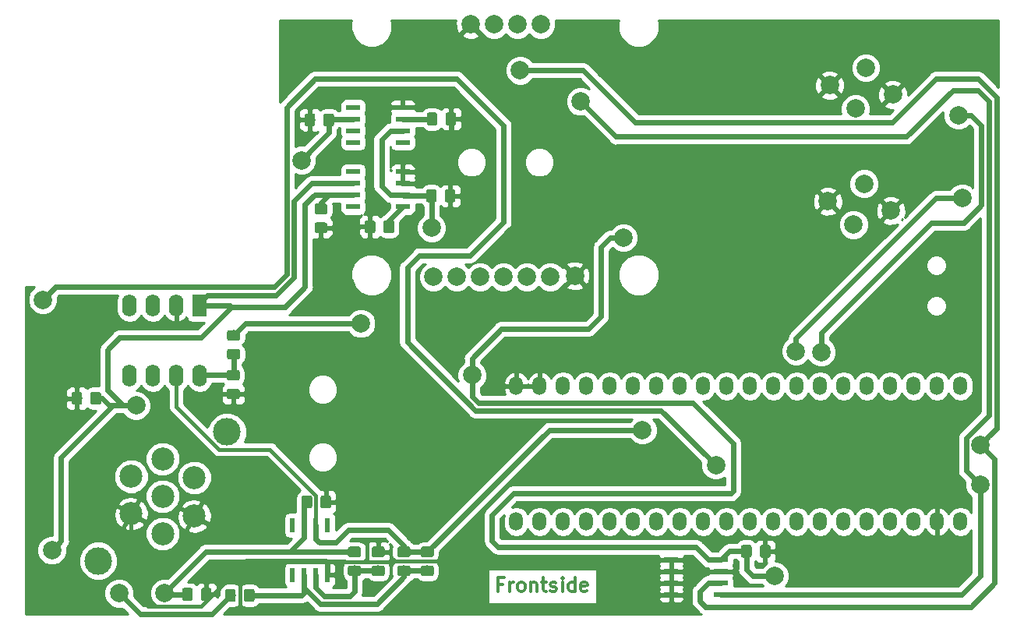
<source format=gbr>
G04 #@! TF.GenerationSoftware,KiCad,Pcbnew,(5.0.2)-1*
G04 #@! TF.CreationDate,2019-02-23T20:35:40+01:00*
G04 #@! TF.ProjectId,V3,56332e6b-6963-4616-945f-706362585858,rev?*
G04 #@! TF.SameCoordinates,PX5b8d800PY6453980*
G04 #@! TF.FileFunction,Copper,L1,Top*
G04 #@! TF.FilePolarity,Positive*
%FSLAX46Y46*%
G04 Gerber Fmt 4.6, Leading zero omitted, Abs format (unit mm)*
G04 Created by KiCad (PCBNEW (5.0.2)-1) date 02/23/19 20:35:40*
%MOMM*%
%LPD*%
G01*
G04 APERTURE LIST*
G04 #@! TA.AperFunction,NonConductor*
%ADD10C,0.300000*%
G04 #@! TD*
G04 #@! TA.AperFunction,ComponentPad*
%ADD11C,2.500000*%
G04 #@! TD*
G04 #@! TA.AperFunction,ConnectorPad*
%ADD12C,3.000000*%
G04 #@! TD*
G04 #@! TA.AperFunction,Conductor*
%ADD13C,0.100000*%
G04 #@! TD*
G04 #@! TA.AperFunction,SMDPad,CuDef*
%ADD14C,1.150000*%
G04 #@! TD*
G04 #@! TA.AperFunction,SMDPad,CuDef*
%ADD15R,1.550000X0.600000*%
G04 #@! TD*
G04 #@! TA.AperFunction,ComponentPad*
%ADD16O,1.500000X2.000000*%
G04 #@! TD*
G04 #@! TA.AperFunction,ComponentPad*
%ADD17C,2.000000*%
G04 #@! TD*
G04 #@! TA.AperFunction,ComponentPad*
%ADD18R,1.600000X2.400000*%
G04 #@! TD*
G04 #@! TA.AperFunction,ComponentPad*
%ADD19O,1.600000X2.400000*%
G04 #@! TD*
G04 #@! TA.AperFunction,SMDPad,CuDef*
%ADD20R,0.600000X1.550000*%
G04 #@! TD*
G04 #@! TA.AperFunction,ViaPad*
%ADD21C,2.000000*%
G04 #@! TD*
G04 #@! TA.AperFunction,Conductor*
%ADD22C,0.600000*%
G04 #@! TD*
G04 #@! TA.AperFunction,Conductor*
%ADD23C,0.400000*%
G04 #@! TD*
G04 #@! TA.AperFunction,Conductor*
%ADD24C,0.254000*%
G04 #@! TD*
G04 APERTURE END LIST*
D10*
X52535771Y4011943D02*
X52035771Y4011943D01*
X52035771Y3226229D02*
X52035771Y4726229D01*
X52750057Y4726229D01*
X53321485Y3226229D02*
X53321485Y4226229D01*
X53321485Y3940515D02*
X53392914Y4083372D01*
X53464342Y4154800D01*
X53607200Y4226229D01*
X53750057Y4226229D01*
X54464342Y3226229D02*
X54321485Y3297658D01*
X54250057Y3369086D01*
X54178628Y3511943D01*
X54178628Y3940515D01*
X54250057Y4083372D01*
X54321485Y4154800D01*
X54464342Y4226229D01*
X54678628Y4226229D01*
X54821485Y4154800D01*
X54892914Y4083372D01*
X54964342Y3940515D01*
X54964342Y3511943D01*
X54892914Y3369086D01*
X54821485Y3297658D01*
X54678628Y3226229D01*
X54464342Y3226229D01*
X55607200Y4226229D02*
X55607200Y3226229D01*
X55607200Y4083372D02*
X55678628Y4154800D01*
X55821485Y4226229D01*
X56035771Y4226229D01*
X56178628Y4154800D01*
X56250057Y4011943D01*
X56250057Y3226229D01*
X56750057Y4226229D02*
X57321485Y4226229D01*
X56964342Y4726229D02*
X56964342Y3440515D01*
X57035771Y3297658D01*
X57178628Y3226229D01*
X57321485Y3226229D01*
X57750057Y3297658D02*
X57892914Y3226229D01*
X58178628Y3226229D01*
X58321485Y3297658D01*
X58392914Y3440515D01*
X58392914Y3511943D01*
X58321485Y3654800D01*
X58178628Y3726229D01*
X57964342Y3726229D01*
X57821485Y3797658D01*
X57750057Y3940515D01*
X57750057Y4011943D01*
X57821485Y4154800D01*
X57964342Y4226229D01*
X58178628Y4226229D01*
X58321485Y4154800D01*
X59035771Y3226229D02*
X59035771Y4226229D01*
X59035771Y4726229D02*
X58964342Y4654800D01*
X59035771Y4583372D01*
X59107200Y4654800D01*
X59035771Y4726229D01*
X59035771Y4583372D01*
X60392914Y3226229D02*
X60392914Y4726229D01*
X60392914Y3297658D02*
X60250057Y3226229D01*
X59964342Y3226229D01*
X59821485Y3297658D01*
X59750057Y3369086D01*
X59678628Y3511943D01*
X59678628Y3940515D01*
X59750057Y4083372D01*
X59821485Y4154800D01*
X59964342Y4226229D01*
X60250057Y4226229D01*
X60392914Y4154800D01*
X61678628Y3297658D02*
X61535771Y3226229D01*
X61250057Y3226229D01*
X61107200Y3297658D01*
X61035771Y3440515D01*
X61035771Y4011943D01*
X61107200Y4154800D01*
X61250057Y4226229D01*
X61535771Y4226229D01*
X61678628Y4154800D01*
X61750057Y4011943D01*
X61750057Y3869086D01*
X61035771Y3726229D01*
D11*
G04 #@! TO.P,J3,6*
G04 #@! TO.N,/pwm/Sensor2*
X15607600Y13556800D03*
G04 #@! TO.P,J3,2*
G04 #@! TO.N,Net-(J3-Pad2)*
X12178600Y15715800D03*
G04 #@! TO.P,J3,3*
G04 #@! TO.N,Net-(J3-Pad3)*
X15607600Y17620800D03*
G04 #@! TO.P,J3,4*
G04 #@! TO.N,/Temp/Sensor1*
X19036600Y15588800D03*
G04 #@! TO.P,J3,1*
G04 #@! TO.N,GND*
X12178600Y11651800D03*
G04 #@! TO.P,J3,5*
X19036600Y11397800D03*
G04 #@! TO.P,J3,7*
G04 #@! TO.N,Heater*
X15607600Y9492800D03*
D12*
G04 #@! TO.P,J3,*
G04 #@! TO.N,*
X8607600Y6556800D03*
X22607600Y20556800D03*
G04 #@! TD*
D13*
G04 #@! TO.N,+4V*
G04 #@! TO.C,C29*
G36*
X34000105Y55149596D02*
X34024373Y55145996D01*
X34048172Y55140035D01*
X34071271Y55131770D01*
X34093450Y55121280D01*
X34114493Y55108668D01*
X34134199Y55094053D01*
X34152377Y55077577D01*
X34168853Y55059399D01*
X34183468Y55039693D01*
X34196080Y55018650D01*
X34206570Y54996471D01*
X34214835Y54973372D01*
X34220796Y54949573D01*
X34224396Y54925305D01*
X34225600Y54900801D01*
X34225600Y54000799D01*
X34224396Y53976295D01*
X34220796Y53952027D01*
X34214835Y53928228D01*
X34206570Y53905129D01*
X34196080Y53882950D01*
X34183468Y53861907D01*
X34168853Y53842201D01*
X34152377Y53824023D01*
X34134199Y53807547D01*
X34114493Y53792932D01*
X34093450Y53780320D01*
X34071271Y53769830D01*
X34048172Y53761565D01*
X34024373Y53755604D01*
X34000105Y53752004D01*
X33975601Y53750800D01*
X33325599Y53750800D01*
X33301095Y53752004D01*
X33276827Y53755604D01*
X33253028Y53761565D01*
X33229929Y53769830D01*
X33207750Y53780320D01*
X33186707Y53792932D01*
X33167001Y53807547D01*
X33148823Y53824023D01*
X33132347Y53842201D01*
X33117732Y53861907D01*
X33105120Y53882950D01*
X33094630Y53905129D01*
X33086365Y53928228D01*
X33080404Y53952027D01*
X33076804Y53976295D01*
X33075600Y54000799D01*
X33075600Y54900801D01*
X33076804Y54925305D01*
X33080404Y54949573D01*
X33086365Y54973372D01*
X33094630Y54996471D01*
X33105120Y55018650D01*
X33117732Y55039693D01*
X33132347Y55059399D01*
X33148823Y55077577D01*
X33167001Y55094053D01*
X33186707Y55108668D01*
X33207750Y55121280D01*
X33229929Y55131770D01*
X33253028Y55140035D01*
X33276827Y55145996D01*
X33301095Y55149596D01*
X33325599Y55150800D01*
X33975601Y55150800D01*
X34000105Y55149596D01*
X34000105Y55149596D01*
G37*
D14*
G04 #@! TD*
G04 #@! TO.P,C29,1*
G04 #@! TO.N,+4V*
X33650600Y54450800D03*
D13*
G04 #@! TO.N,GND*
G04 #@! TO.C,C29*
G36*
X31950105Y55149596D02*
X31974373Y55145996D01*
X31998172Y55140035D01*
X32021271Y55131770D01*
X32043450Y55121280D01*
X32064493Y55108668D01*
X32084199Y55094053D01*
X32102377Y55077577D01*
X32118853Y55059399D01*
X32133468Y55039693D01*
X32146080Y55018650D01*
X32156570Y54996471D01*
X32164835Y54973372D01*
X32170796Y54949573D01*
X32174396Y54925305D01*
X32175600Y54900801D01*
X32175600Y54000799D01*
X32174396Y53976295D01*
X32170796Y53952027D01*
X32164835Y53928228D01*
X32156570Y53905129D01*
X32146080Y53882950D01*
X32133468Y53861907D01*
X32118853Y53842201D01*
X32102377Y53824023D01*
X32084199Y53807547D01*
X32064493Y53792932D01*
X32043450Y53780320D01*
X32021271Y53769830D01*
X31998172Y53761565D01*
X31974373Y53755604D01*
X31950105Y53752004D01*
X31925601Y53750800D01*
X31275599Y53750800D01*
X31251095Y53752004D01*
X31226827Y53755604D01*
X31203028Y53761565D01*
X31179929Y53769830D01*
X31157750Y53780320D01*
X31136707Y53792932D01*
X31117001Y53807547D01*
X31098823Y53824023D01*
X31082347Y53842201D01*
X31067732Y53861907D01*
X31055120Y53882950D01*
X31044630Y53905129D01*
X31036365Y53928228D01*
X31030404Y53952027D01*
X31026804Y53976295D01*
X31025600Y54000799D01*
X31025600Y54900801D01*
X31026804Y54925305D01*
X31030404Y54949573D01*
X31036365Y54973372D01*
X31044630Y54996471D01*
X31055120Y55018650D01*
X31067732Y55039693D01*
X31082347Y55059399D01*
X31098823Y55077577D01*
X31117001Y55094053D01*
X31136707Y55108668D01*
X31157750Y55121280D01*
X31179929Y55131770D01*
X31203028Y55140035D01*
X31226827Y55145996D01*
X31251095Y55149596D01*
X31275599Y55150800D01*
X31925601Y55150800D01*
X31950105Y55149596D01*
X31950105Y55149596D01*
G37*
D14*
G04 #@! TD*
G04 #@! TO.P,C29,2*
G04 #@! TO.N,GND*
X31600600Y54450800D03*
D13*
G04 #@! TO.N,GND*
G04 #@! TO.C,C28*
G36*
X47267905Y55251196D02*
X47292173Y55247596D01*
X47315972Y55241635D01*
X47339071Y55233370D01*
X47361250Y55222880D01*
X47382293Y55210268D01*
X47401999Y55195653D01*
X47420177Y55179177D01*
X47436653Y55160999D01*
X47451268Y55141293D01*
X47463880Y55120250D01*
X47474370Y55098071D01*
X47482635Y55074972D01*
X47488596Y55051173D01*
X47492196Y55026905D01*
X47493400Y55002401D01*
X47493400Y54102399D01*
X47492196Y54077895D01*
X47488596Y54053627D01*
X47482635Y54029828D01*
X47474370Y54006729D01*
X47463880Y53984550D01*
X47451268Y53963507D01*
X47436653Y53943801D01*
X47420177Y53925623D01*
X47401999Y53909147D01*
X47382293Y53894532D01*
X47361250Y53881920D01*
X47339071Y53871430D01*
X47315972Y53863165D01*
X47292173Y53857204D01*
X47267905Y53853604D01*
X47243401Y53852400D01*
X46593399Y53852400D01*
X46568895Y53853604D01*
X46544627Y53857204D01*
X46520828Y53863165D01*
X46497729Y53871430D01*
X46475550Y53881920D01*
X46454507Y53894532D01*
X46434801Y53909147D01*
X46416623Y53925623D01*
X46400147Y53943801D01*
X46385532Y53963507D01*
X46372920Y53984550D01*
X46362430Y54006729D01*
X46354165Y54029828D01*
X46348204Y54053627D01*
X46344604Y54077895D01*
X46343400Y54102399D01*
X46343400Y55002401D01*
X46344604Y55026905D01*
X46348204Y55051173D01*
X46354165Y55074972D01*
X46362430Y55098071D01*
X46372920Y55120250D01*
X46385532Y55141293D01*
X46400147Y55160999D01*
X46416623Y55179177D01*
X46434801Y55195653D01*
X46454507Y55210268D01*
X46475550Y55222880D01*
X46497729Y55233370D01*
X46520828Y55241635D01*
X46544627Y55247596D01*
X46568895Y55251196D01*
X46593399Y55252400D01*
X47243401Y55252400D01*
X47267905Y55251196D01*
X47267905Y55251196D01*
G37*
D14*
G04 #@! TD*
G04 #@! TO.P,C28,2*
G04 #@! TO.N,GND*
X46918400Y54552400D03*
D13*
G04 #@! TO.N,Net-(C28-Pad1)*
G04 #@! TO.C,C28*
G36*
X45217905Y55251196D02*
X45242173Y55247596D01*
X45265972Y55241635D01*
X45289071Y55233370D01*
X45311250Y55222880D01*
X45332293Y55210268D01*
X45351999Y55195653D01*
X45370177Y55179177D01*
X45386653Y55160999D01*
X45401268Y55141293D01*
X45413880Y55120250D01*
X45424370Y55098071D01*
X45432635Y55074972D01*
X45438596Y55051173D01*
X45442196Y55026905D01*
X45443400Y55002401D01*
X45443400Y54102399D01*
X45442196Y54077895D01*
X45438596Y54053627D01*
X45432635Y54029828D01*
X45424370Y54006729D01*
X45413880Y53984550D01*
X45401268Y53963507D01*
X45386653Y53943801D01*
X45370177Y53925623D01*
X45351999Y53909147D01*
X45332293Y53894532D01*
X45311250Y53881920D01*
X45289071Y53871430D01*
X45265972Y53863165D01*
X45242173Y53857204D01*
X45217905Y53853604D01*
X45193401Y53852400D01*
X44543399Y53852400D01*
X44518895Y53853604D01*
X44494627Y53857204D01*
X44470828Y53863165D01*
X44447729Y53871430D01*
X44425550Y53881920D01*
X44404507Y53894532D01*
X44384801Y53909147D01*
X44366623Y53925623D01*
X44350147Y53943801D01*
X44335532Y53963507D01*
X44322920Y53984550D01*
X44312430Y54006729D01*
X44304165Y54029828D01*
X44298204Y54053627D01*
X44294604Y54077895D01*
X44293400Y54102399D01*
X44293400Y55002401D01*
X44294604Y55026905D01*
X44298204Y55051173D01*
X44304165Y55074972D01*
X44312430Y55098071D01*
X44322920Y55120250D01*
X44335532Y55141293D01*
X44350147Y55160999D01*
X44366623Y55179177D01*
X44384801Y55195653D01*
X44404507Y55210268D01*
X44425550Y55222880D01*
X44447729Y55233370D01*
X44470828Y55241635D01*
X44494627Y55247596D01*
X44518895Y55251196D01*
X44543399Y55252400D01*
X45193401Y55252400D01*
X45217905Y55251196D01*
X45217905Y55251196D01*
G37*
D14*
G04 #@! TD*
G04 #@! TO.P,C28,1*
G04 #@! TO.N,Net-(C28-Pad1)*
X44868400Y54552400D03*
D13*
G04 #@! TO.N,+7.5V*
G04 #@! TO.C,C27*
G36*
X45141705Y46894596D02*
X45165973Y46890996D01*
X45189772Y46885035D01*
X45212871Y46876770D01*
X45235050Y46866280D01*
X45256093Y46853668D01*
X45275799Y46839053D01*
X45293977Y46822577D01*
X45310453Y46804399D01*
X45325068Y46784693D01*
X45337680Y46763650D01*
X45348170Y46741471D01*
X45356435Y46718372D01*
X45362396Y46694573D01*
X45365996Y46670305D01*
X45367200Y46645801D01*
X45367200Y45745799D01*
X45365996Y45721295D01*
X45362396Y45697027D01*
X45356435Y45673228D01*
X45348170Y45650129D01*
X45337680Y45627950D01*
X45325068Y45606907D01*
X45310453Y45587201D01*
X45293977Y45569023D01*
X45275799Y45552547D01*
X45256093Y45537932D01*
X45235050Y45525320D01*
X45212871Y45514830D01*
X45189772Y45506565D01*
X45165973Y45500604D01*
X45141705Y45497004D01*
X45117201Y45495800D01*
X44467199Y45495800D01*
X44442695Y45497004D01*
X44418427Y45500604D01*
X44394628Y45506565D01*
X44371529Y45514830D01*
X44349350Y45525320D01*
X44328307Y45537932D01*
X44308601Y45552547D01*
X44290423Y45569023D01*
X44273947Y45587201D01*
X44259332Y45606907D01*
X44246720Y45627950D01*
X44236230Y45650129D01*
X44227965Y45673228D01*
X44222004Y45697027D01*
X44218404Y45721295D01*
X44217200Y45745799D01*
X44217200Y46645801D01*
X44218404Y46670305D01*
X44222004Y46694573D01*
X44227965Y46718372D01*
X44236230Y46741471D01*
X44246720Y46763650D01*
X44259332Y46784693D01*
X44273947Y46804399D01*
X44290423Y46822577D01*
X44308601Y46839053D01*
X44328307Y46853668D01*
X44349350Y46866280D01*
X44371529Y46876770D01*
X44394628Y46885035D01*
X44418427Y46890996D01*
X44442695Y46894596D01*
X44467199Y46895800D01*
X45117201Y46895800D01*
X45141705Y46894596D01*
X45141705Y46894596D01*
G37*
D14*
G04 #@! TD*
G04 #@! TO.P,C27,1*
G04 #@! TO.N,+7.5V*
X44792200Y46195800D03*
D13*
G04 #@! TO.N,GND*
G04 #@! TO.C,C27*
G36*
X47191705Y46894596D02*
X47215973Y46890996D01*
X47239772Y46885035D01*
X47262871Y46876770D01*
X47285050Y46866280D01*
X47306093Y46853668D01*
X47325799Y46839053D01*
X47343977Y46822577D01*
X47360453Y46804399D01*
X47375068Y46784693D01*
X47387680Y46763650D01*
X47398170Y46741471D01*
X47406435Y46718372D01*
X47412396Y46694573D01*
X47415996Y46670305D01*
X47417200Y46645801D01*
X47417200Y45745799D01*
X47415996Y45721295D01*
X47412396Y45697027D01*
X47406435Y45673228D01*
X47398170Y45650129D01*
X47387680Y45627950D01*
X47375068Y45606907D01*
X47360453Y45587201D01*
X47343977Y45569023D01*
X47325799Y45552547D01*
X47306093Y45537932D01*
X47285050Y45525320D01*
X47262871Y45514830D01*
X47239772Y45506565D01*
X47215973Y45500604D01*
X47191705Y45497004D01*
X47167201Y45495800D01*
X46517199Y45495800D01*
X46492695Y45497004D01*
X46468427Y45500604D01*
X46444628Y45506565D01*
X46421529Y45514830D01*
X46399350Y45525320D01*
X46378307Y45537932D01*
X46358601Y45552547D01*
X46340423Y45569023D01*
X46323947Y45587201D01*
X46309332Y45606907D01*
X46296720Y45627950D01*
X46286230Y45650129D01*
X46277965Y45673228D01*
X46272004Y45697027D01*
X46268404Y45721295D01*
X46267200Y45745799D01*
X46267200Y46645801D01*
X46268404Y46670305D01*
X46272004Y46694573D01*
X46277965Y46718372D01*
X46286230Y46741471D01*
X46296720Y46763650D01*
X46309332Y46784693D01*
X46323947Y46804399D01*
X46340423Y46822577D01*
X46358601Y46839053D01*
X46378307Y46853668D01*
X46399350Y46866280D01*
X46421529Y46876770D01*
X46444628Y46885035D01*
X46468427Y46890996D01*
X46492695Y46894596D01*
X46517199Y46895800D01*
X47167201Y46895800D01*
X47191705Y46894596D01*
X47191705Y46894596D01*
G37*
D14*
G04 #@! TD*
G04 #@! TO.P,C27,2*
G04 #@! TO.N,GND*
X46842200Y46195800D03*
D15*
G04 #@! TO.P,U16,1*
G04 #@! TO.N,Net-(U16-Pad1)*
X41701000Y52012400D03*
G04 #@! TO.P,U16,2*
G04 #@! TO.N,+7.5V*
X41701000Y53282400D03*
G04 #@! TO.P,U16,3*
G04 #@! TO.N,Net-(C28-Pad1)*
X41701000Y54552400D03*
G04 #@! TO.P,U16,4*
G04 #@! TO.N,GND*
X41701000Y55822400D03*
G04 #@! TO.P,U16,5*
G04 #@! TO.N,Net-(U16-Pad5)*
X36301000Y55822400D03*
G04 #@! TO.P,U16,6*
G04 #@! TO.N,+4V*
X36301000Y54552400D03*
G04 #@! TO.P,U16,7*
G04 #@! TO.N,Net-(U16-Pad7)*
X36301000Y53282400D03*
G04 #@! TO.P,U16,8*
G04 #@! TO.N,Net-(U16-Pad8)*
X36301000Y52012400D03*
G04 #@! TD*
D13*
G04 #@! TO.N,+5V*
G04 #@! TO.C,C25*
G36*
X8685305Y24898196D02*
X8709573Y24894596D01*
X8733372Y24888635D01*
X8756471Y24880370D01*
X8778650Y24869880D01*
X8799693Y24857268D01*
X8819399Y24842653D01*
X8837577Y24826177D01*
X8854053Y24807999D01*
X8868668Y24788293D01*
X8881280Y24767250D01*
X8891770Y24745071D01*
X8900035Y24721972D01*
X8905996Y24698173D01*
X8909596Y24673905D01*
X8910800Y24649401D01*
X8910800Y23749399D01*
X8909596Y23724895D01*
X8905996Y23700627D01*
X8900035Y23676828D01*
X8891770Y23653729D01*
X8881280Y23631550D01*
X8868668Y23610507D01*
X8854053Y23590801D01*
X8837577Y23572623D01*
X8819399Y23556147D01*
X8799693Y23541532D01*
X8778650Y23528920D01*
X8756471Y23518430D01*
X8733372Y23510165D01*
X8709573Y23504204D01*
X8685305Y23500604D01*
X8660801Y23499400D01*
X8010799Y23499400D01*
X7986295Y23500604D01*
X7962027Y23504204D01*
X7938228Y23510165D01*
X7915129Y23518430D01*
X7892950Y23528920D01*
X7871907Y23541532D01*
X7852201Y23556147D01*
X7834023Y23572623D01*
X7817547Y23590801D01*
X7802932Y23610507D01*
X7790320Y23631550D01*
X7779830Y23653729D01*
X7771565Y23676828D01*
X7765604Y23700627D01*
X7762004Y23724895D01*
X7760800Y23749399D01*
X7760800Y24649401D01*
X7762004Y24673905D01*
X7765604Y24698173D01*
X7771565Y24721972D01*
X7779830Y24745071D01*
X7790320Y24767250D01*
X7802932Y24788293D01*
X7817547Y24807999D01*
X7834023Y24826177D01*
X7852201Y24842653D01*
X7871907Y24857268D01*
X7892950Y24869880D01*
X7915129Y24880370D01*
X7938228Y24888635D01*
X7962027Y24894596D01*
X7986295Y24898196D01*
X8010799Y24899400D01*
X8660801Y24899400D01*
X8685305Y24898196D01*
X8685305Y24898196D01*
G37*
D14*
G04 #@! TD*
G04 #@! TO.P,C25,1*
G04 #@! TO.N,+5V*
X8335800Y24199400D03*
D13*
G04 #@! TO.N,GND*
G04 #@! TO.C,C25*
G36*
X6635305Y24898196D02*
X6659573Y24894596D01*
X6683372Y24888635D01*
X6706471Y24880370D01*
X6728650Y24869880D01*
X6749693Y24857268D01*
X6769399Y24842653D01*
X6787577Y24826177D01*
X6804053Y24807999D01*
X6818668Y24788293D01*
X6831280Y24767250D01*
X6841770Y24745071D01*
X6850035Y24721972D01*
X6855996Y24698173D01*
X6859596Y24673905D01*
X6860800Y24649401D01*
X6860800Y23749399D01*
X6859596Y23724895D01*
X6855996Y23700627D01*
X6850035Y23676828D01*
X6841770Y23653729D01*
X6831280Y23631550D01*
X6818668Y23610507D01*
X6804053Y23590801D01*
X6787577Y23572623D01*
X6769399Y23556147D01*
X6749693Y23541532D01*
X6728650Y23528920D01*
X6706471Y23518430D01*
X6683372Y23510165D01*
X6659573Y23504204D01*
X6635305Y23500604D01*
X6610801Y23499400D01*
X5960799Y23499400D01*
X5936295Y23500604D01*
X5912027Y23504204D01*
X5888228Y23510165D01*
X5865129Y23518430D01*
X5842950Y23528920D01*
X5821907Y23541532D01*
X5802201Y23556147D01*
X5784023Y23572623D01*
X5767547Y23590801D01*
X5752932Y23610507D01*
X5740320Y23631550D01*
X5729830Y23653729D01*
X5721565Y23676828D01*
X5715604Y23700627D01*
X5712004Y23724895D01*
X5710800Y23749399D01*
X5710800Y24649401D01*
X5712004Y24673905D01*
X5715604Y24698173D01*
X5721565Y24721972D01*
X5729830Y24745071D01*
X5740320Y24767250D01*
X5752932Y24788293D01*
X5767547Y24807999D01*
X5784023Y24826177D01*
X5802201Y24842653D01*
X5821907Y24857268D01*
X5842950Y24869880D01*
X5865129Y24880370D01*
X5888228Y24888635D01*
X5912027Y24894596D01*
X5936295Y24898196D01*
X5960799Y24899400D01*
X6610801Y24899400D01*
X6635305Y24898196D01*
X6635305Y24898196D01*
G37*
D14*
G04 #@! TD*
G04 #@! TO.P,C25,2*
G04 #@! TO.N,GND*
X6285800Y24199400D03*
D13*
G04 #@! TO.N,GND*
G04 #@! TO.C,C24*
G36*
X23752905Y25237796D02*
X23777173Y25234196D01*
X23800972Y25228235D01*
X23824071Y25219970D01*
X23846250Y25209480D01*
X23867293Y25196868D01*
X23886999Y25182253D01*
X23905177Y25165777D01*
X23921653Y25147599D01*
X23936268Y25127893D01*
X23948880Y25106850D01*
X23959370Y25084671D01*
X23967635Y25061572D01*
X23973596Y25037773D01*
X23977196Y25013505D01*
X23978400Y24989001D01*
X23978400Y24338999D01*
X23977196Y24314495D01*
X23973596Y24290227D01*
X23967635Y24266428D01*
X23959370Y24243329D01*
X23948880Y24221150D01*
X23936268Y24200107D01*
X23921653Y24180401D01*
X23905177Y24162223D01*
X23886999Y24145747D01*
X23867293Y24131132D01*
X23846250Y24118520D01*
X23824071Y24108030D01*
X23800972Y24099765D01*
X23777173Y24093804D01*
X23752905Y24090204D01*
X23728401Y24089000D01*
X22828399Y24089000D01*
X22803895Y24090204D01*
X22779627Y24093804D01*
X22755828Y24099765D01*
X22732729Y24108030D01*
X22710550Y24118520D01*
X22689507Y24131132D01*
X22669801Y24145747D01*
X22651623Y24162223D01*
X22635147Y24180401D01*
X22620532Y24200107D01*
X22607920Y24221150D01*
X22597430Y24243329D01*
X22589165Y24266428D01*
X22583204Y24290227D01*
X22579604Y24314495D01*
X22578400Y24338999D01*
X22578400Y24989001D01*
X22579604Y25013505D01*
X22583204Y25037773D01*
X22589165Y25061572D01*
X22597430Y25084671D01*
X22607920Y25106850D01*
X22620532Y25127893D01*
X22635147Y25147599D01*
X22651623Y25165777D01*
X22669801Y25182253D01*
X22689507Y25196868D01*
X22710550Y25209480D01*
X22732729Y25219970D01*
X22755828Y25228235D01*
X22779627Y25234196D01*
X22803895Y25237796D01*
X22828399Y25239000D01*
X23728401Y25239000D01*
X23752905Y25237796D01*
X23752905Y25237796D01*
G37*
D14*
G04 #@! TD*
G04 #@! TO.P,C24,2*
G04 #@! TO.N,GND*
X23278400Y24664000D03*
D13*
G04 #@! TO.N,/Temp/T_comp_ADC*
G04 #@! TO.C,C24*
G36*
X23752905Y27287796D02*
X23777173Y27284196D01*
X23800972Y27278235D01*
X23824071Y27269970D01*
X23846250Y27259480D01*
X23867293Y27246868D01*
X23886999Y27232253D01*
X23905177Y27215777D01*
X23921653Y27197599D01*
X23936268Y27177893D01*
X23948880Y27156850D01*
X23959370Y27134671D01*
X23967635Y27111572D01*
X23973596Y27087773D01*
X23977196Y27063505D01*
X23978400Y27039001D01*
X23978400Y26388999D01*
X23977196Y26364495D01*
X23973596Y26340227D01*
X23967635Y26316428D01*
X23959370Y26293329D01*
X23948880Y26271150D01*
X23936268Y26250107D01*
X23921653Y26230401D01*
X23905177Y26212223D01*
X23886999Y26195747D01*
X23867293Y26181132D01*
X23846250Y26168520D01*
X23824071Y26158030D01*
X23800972Y26149765D01*
X23777173Y26143804D01*
X23752905Y26140204D01*
X23728401Y26139000D01*
X22828399Y26139000D01*
X22803895Y26140204D01*
X22779627Y26143804D01*
X22755828Y26149765D01*
X22732729Y26158030D01*
X22710550Y26168520D01*
X22689507Y26181132D01*
X22669801Y26195747D01*
X22651623Y26212223D01*
X22635147Y26230401D01*
X22620532Y26250107D01*
X22607920Y26271150D01*
X22597430Y26293329D01*
X22589165Y26316428D01*
X22583204Y26340227D01*
X22579604Y26364495D01*
X22578400Y26388999D01*
X22578400Y27039001D01*
X22579604Y27063505D01*
X22583204Y27087773D01*
X22589165Y27111572D01*
X22597430Y27134671D01*
X22607920Y27156850D01*
X22620532Y27177893D01*
X22635147Y27197599D01*
X22651623Y27215777D01*
X22669801Y27232253D01*
X22689507Y27246868D01*
X22710550Y27259480D01*
X22732729Y27269970D01*
X22755828Y27278235D01*
X22779627Y27284196D01*
X22803895Y27287796D01*
X22828399Y27289000D01*
X23728401Y27289000D01*
X23752905Y27287796D01*
X23752905Y27287796D01*
G37*
D14*
G04 #@! TD*
G04 #@! TO.P,C24,1*
G04 #@! TO.N,/Temp/T_comp_ADC*
X23278400Y26714000D03*
D13*
G04 #@! TO.N,/MOSFETCurr*
G04 #@! TO.C,C21*
G36*
X44834905Y8094396D02*
X44859173Y8090796D01*
X44882972Y8084835D01*
X44906071Y8076570D01*
X44928250Y8066080D01*
X44949293Y8053468D01*
X44968999Y8038853D01*
X44987177Y8022377D01*
X45003653Y8004199D01*
X45018268Y7984493D01*
X45030880Y7963450D01*
X45041370Y7941271D01*
X45049635Y7918172D01*
X45055596Y7894373D01*
X45059196Y7870105D01*
X45060400Y7845601D01*
X45060400Y7195599D01*
X45059196Y7171095D01*
X45055596Y7146827D01*
X45049635Y7123028D01*
X45041370Y7099929D01*
X45030880Y7077750D01*
X45018268Y7056707D01*
X45003653Y7037001D01*
X44987177Y7018823D01*
X44968999Y7002347D01*
X44949293Y6987732D01*
X44928250Y6975120D01*
X44906071Y6964630D01*
X44882972Y6956365D01*
X44859173Y6950404D01*
X44834905Y6946804D01*
X44810401Y6945600D01*
X43910399Y6945600D01*
X43885895Y6946804D01*
X43861627Y6950404D01*
X43837828Y6956365D01*
X43814729Y6964630D01*
X43792550Y6975120D01*
X43771507Y6987732D01*
X43751801Y7002347D01*
X43733623Y7018823D01*
X43717147Y7037001D01*
X43702532Y7056707D01*
X43689920Y7077750D01*
X43679430Y7099929D01*
X43671165Y7123028D01*
X43665204Y7146827D01*
X43661604Y7171095D01*
X43660400Y7195599D01*
X43660400Y7845601D01*
X43661604Y7870105D01*
X43665204Y7894373D01*
X43671165Y7918172D01*
X43679430Y7941271D01*
X43689920Y7963450D01*
X43702532Y7984493D01*
X43717147Y8004199D01*
X43733623Y8022377D01*
X43751801Y8038853D01*
X43771507Y8053468D01*
X43792550Y8066080D01*
X43814729Y8076570D01*
X43837828Y8084835D01*
X43861627Y8090796D01*
X43885895Y8094396D01*
X43910399Y8095600D01*
X44810401Y8095600D01*
X44834905Y8094396D01*
X44834905Y8094396D01*
G37*
D14*
G04 #@! TD*
G04 #@! TO.P,C21,1*
G04 #@! TO.N,/MOSFETCurr*
X44360400Y7520600D03*
D13*
G04 #@! TO.N,Net-(C21-Pad2)*
G04 #@! TO.C,C21*
G36*
X44834905Y6044396D02*
X44859173Y6040796D01*
X44882972Y6034835D01*
X44906071Y6026570D01*
X44928250Y6016080D01*
X44949293Y6003468D01*
X44968999Y5988853D01*
X44987177Y5972377D01*
X45003653Y5954199D01*
X45018268Y5934493D01*
X45030880Y5913450D01*
X45041370Y5891271D01*
X45049635Y5868172D01*
X45055596Y5844373D01*
X45059196Y5820105D01*
X45060400Y5795601D01*
X45060400Y5145599D01*
X45059196Y5121095D01*
X45055596Y5096827D01*
X45049635Y5073028D01*
X45041370Y5049929D01*
X45030880Y5027750D01*
X45018268Y5006707D01*
X45003653Y4987001D01*
X44987177Y4968823D01*
X44968999Y4952347D01*
X44949293Y4937732D01*
X44928250Y4925120D01*
X44906071Y4914630D01*
X44882972Y4906365D01*
X44859173Y4900404D01*
X44834905Y4896804D01*
X44810401Y4895600D01*
X43910399Y4895600D01*
X43885895Y4896804D01*
X43861627Y4900404D01*
X43837828Y4906365D01*
X43814729Y4914630D01*
X43792550Y4925120D01*
X43771507Y4937732D01*
X43751801Y4952347D01*
X43733623Y4968823D01*
X43717147Y4987001D01*
X43702532Y5006707D01*
X43689920Y5027750D01*
X43679430Y5049929D01*
X43671165Y5073028D01*
X43665204Y5096827D01*
X43661604Y5121095D01*
X43660400Y5145599D01*
X43660400Y5795601D01*
X43661604Y5820105D01*
X43665204Y5844373D01*
X43671165Y5868172D01*
X43679430Y5891271D01*
X43689920Y5913450D01*
X43702532Y5934493D01*
X43717147Y5954199D01*
X43733623Y5972377D01*
X43751801Y5988853D01*
X43771507Y6003468D01*
X43792550Y6016080D01*
X43814729Y6026570D01*
X43837828Y6034835D01*
X43861627Y6040796D01*
X43885895Y6044396D01*
X43910399Y6045600D01*
X44810401Y6045600D01*
X44834905Y6044396D01*
X44834905Y6044396D01*
G37*
D14*
G04 #@! TD*
G04 #@! TO.P,C21,2*
G04 #@! TO.N,Net-(C21-Pad2)*
X44360400Y5470600D03*
D13*
G04 #@! TO.N,GND*
G04 #@! TO.C,C20*
G36*
X20690505Y3612996D02*
X20714773Y3609396D01*
X20738572Y3603435D01*
X20761671Y3595170D01*
X20783850Y3584680D01*
X20804893Y3572068D01*
X20824599Y3557453D01*
X20842777Y3540977D01*
X20859253Y3522799D01*
X20873868Y3503093D01*
X20886480Y3482050D01*
X20896970Y3459871D01*
X20905235Y3436772D01*
X20911196Y3412973D01*
X20914796Y3388705D01*
X20916000Y3364201D01*
X20916000Y2464199D01*
X20914796Y2439695D01*
X20911196Y2415427D01*
X20905235Y2391628D01*
X20896970Y2368529D01*
X20886480Y2346350D01*
X20873868Y2325307D01*
X20859253Y2305601D01*
X20842777Y2287423D01*
X20824599Y2270947D01*
X20804893Y2256332D01*
X20783850Y2243720D01*
X20761671Y2233230D01*
X20738572Y2224965D01*
X20714773Y2219004D01*
X20690505Y2215404D01*
X20666001Y2214200D01*
X20015999Y2214200D01*
X19991495Y2215404D01*
X19967227Y2219004D01*
X19943428Y2224965D01*
X19920329Y2233230D01*
X19898150Y2243720D01*
X19877107Y2256332D01*
X19857401Y2270947D01*
X19839223Y2287423D01*
X19822747Y2305601D01*
X19808132Y2325307D01*
X19795520Y2346350D01*
X19785030Y2368529D01*
X19776765Y2391628D01*
X19770804Y2415427D01*
X19767204Y2439695D01*
X19766000Y2464199D01*
X19766000Y3364201D01*
X19767204Y3388705D01*
X19770804Y3412973D01*
X19776765Y3436772D01*
X19785030Y3459871D01*
X19795520Y3482050D01*
X19808132Y3503093D01*
X19822747Y3522799D01*
X19839223Y3540977D01*
X19857401Y3557453D01*
X19877107Y3572068D01*
X19898150Y3584680D01*
X19920329Y3595170D01*
X19943428Y3603435D01*
X19967227Y3609396D01*
X19991495Y3612996D01*
X20015999Y3614200D01*
X20666001Y3614200D01*
X20690505Y3612996D01*
X20690505Y3612996D01*
G37*
D14*
G04 #@! TD*
G04 #@! TO.P,C20,2*
G04 #@! TO.N,GND*
X20341000Y2914200D03*
D13*
G04 #@! TO.N,+5V*
G04 #@! TO.C,C20*
G36*
X18640505Y3612996D02*
X18664773Y3609396D01*
X18688572Y3603435D01*
X18711671Y3595170D01*
X18733850Y3584680D01*
X18754893Y3572068D01*
X18774599Y3557453D01*
X18792777Y3540977D01*
X18809253Y3522799D01*
X18823868Y3503093D01*
X18836480Y3482050D01*
X18846970Y3459871D01*
X18855235Y3436772D01*
X18861196Y3412973D01*
X18864796Y3388705D01*
X18866000Y3364201D01*
X18866000Y2464199D01*
X18864796Y2439695D01*
X18861196Y2415427D01*
X18855235Y2391628D01*
X18846970Y2368529D01*
X18836480Y2346350D01*
X18823868Y2325307D01*
X18809253Y2305601D01*
X18792777Y2287423D01*
X18774599Y2270947D01*
X18754893Y2256332D01*
X18733850Y2243720D01*
X18711671Y2233230D01*
X18688572Y2224965D01*
X18664773Y2219004D01*
X18640505Y2215404D01*
X18616001Y2214200D01*
X17965999Y2214200D01*
X17941495Y2215404D01*
X17917227Y2219004D01*
X17893428Y2224965D01*
X17870329Y2233230D01*
X17848150Y2243720D01*
X17827107Y2256332D01*
X17807401Y2270947D01*
X17789223Y2287423D01*
X17772747Y2305601D01*
X17758132Y2325307D01*
X17745520Y2346350D01*
X17735030Y2368529D01*
X17726765Y2391628D01*
X17720804Y2415427D01*
X17717204Y2439695D01*
X17716000Y2464199D01*
X17716000Y3364201D01*
X17717204Y3388705D01*
X17720804Y3412973D01*
X17726765Y3436772D01*
X17735030Y3459871D01*
X17745520Y3482050D01*
X17758132Y3503093D01*
X17772747Y3522799D01*
X17789223Y3540977D01*
X17807401Y3557453D01*
X17827107Y3572068D01*
X17848150Y3584680D01*
X17870329Y3595170D01*
X17893428Y3603435D01*
X17917227Y3609396D01*
X17941495Y3612996D01*
X17965999Y3614200D01*
X18616001Y3614200D01*
X18640505Y3612996D01*
X18640505Y3612996D01*
G37*
D14*
G04 #@! TD*
G04 #@! TO.P,C20,1*
G04 #@! TO.N,+5V*
X18291000Y2914200D03*
D13*
G04 #@! TO.N,GND*
G04 #@! TO.C,C18*
G36*
X33678905Y13645996D02*
X33703173Y13642396D01*
X33726972Y13636435D01*
X33750071Y13628170D01*
X33772250Y13617680D01*
X33793293Y13605068D01*
X33812999Y13590453D01*
X33831177Y13573977D01*
X33847653Y13555799D01*
X33862268Y13536093D01*
X33874880Y13515050D01*
X33885370Y13492871D01*
X33893635Y13469772D01*
X33899596Y13445973D01*
X33903196Y13421705D01*
X33904400Y13397201D01*
X33904400Y12497199D01*
X33903196Y12472695D01*
X33899596Y12448427D01*
X33893635Y12424628D01*
X33885370Y12401529D01*
X33874880Y12379350D01*
X33862268Y12358307D01*
X33847653Y12338601D01*
X33831177Y12320423D01*
X33812999Y12303947D01*
X33793293Y12289332D01*
X33772250Y12276720D01*
X33750071Y12266230D01*
X33726972Y12257965D01*
X33703173Y12252004D01*
X33678905Y12248404D01*
X33654401Y12247200D01*
X33004399Y12247200D01*
X32979895Y12248404D01*
X32955627Y12252004D01*
X32931828Y12257965D01*
X32908729Y12266230D01*
X32886550Y12276720D01*
X32865507Y12289332D01*
X32845801Y12303947D01*
X32827623Y12320423D01*
X32811147Y12338601D01*
X32796532Y12358307D01*
X32783920Y12379350D01*
X32773430Y12401529D01*
X32765165Y12424628D01*
X32759204Y12448427D01*
X32755604Y12472695D01*
X32754400Y12497199D01*
X32754400Y13397201D01*
X32755604Y13421705D01*
X32759204Y13445973D01*
X32765165Y13469772D01*
X32773430Y13492871D01*
X32783920Y13515050D01*
X32796532Y13536093D01*
X32811147Y13555799D01*
X32827623Y13573977D01*
X32845801Y13590453D01*
X32865507Y13605068D01*
X32886550Y13617680D01*
X32908729Y13628170D01*
X32931828Y13636435D01*
X32955627Y13642396D01*
X32979895Y13645996D01*
X33004399Y13647200D01*
X33654401Y13647200D01*
X33678905Y13645996D01*
X33678905Y13645996D01*
G37*
D14*
G04 #@! TD*
G04 #@! TO.P,C18,2*
G04 #@! TO.N,GND*
X33329400Y12947200D03*
D13*
G04 #@! TO.N,+5V*
G04 #@! TO.C,C18*
G36*
X31628905Y13645996D02*
X31653173Y13642396D01*
X31676972Y13636435D01*
X31700071Y13628170D01*
X31722250Y13617680D01*
X31743293Y13605068D01*
X31762999Y13590453D01*
X31781177Y13573977D01*
X31797653Y13555799D01*
X31812268Y13536093D01*
X31824880Y13515050D01*
X31835370Y13492871D01*
X31843635Y13469772D01*
X31849596Y13445973D01*
X31853196Y13421705D01*
X31854400Y13397201D01*
X31854400Y12497199D01*
X31853196Y12472695D01*
X31849596Y12448427D01*
X31843635Y12424628D01*
X31835370Y12401529D01*
X31824880Y12379350D01*
X31812268Y12358307D01*
X31797653Y12338601D01*
X31781177Y12320423D01*
X31762999Y12303947D01*
X31743293Y12289332D01*
X31722250Y12276720D01*
X31700071Y12266230D01*
X31676972Y12257965D01*
X31653173Y12252004D01*
X31628905Y12248404D01*
X31604401Y12247200D01*
X30954399Y12247200D01*
X30929895Y12248404D01*
X30905627Y12252004D01*
X30881828Y12257965D01*
X30858729Y12266230D01*
X30836550Y12276720D01*
X30815507Y12289332D01*
X30795801Y12303947D01*
X30777623Y12320423D01*
X30761147Y12338601D01*
X30746532Y12358307D01*
X30733920Y12379350D01*
X30723430Y12401529D01*
X30715165Y12424628D01*
X30709204Y12448427D01*
X30705604Y12472695D01*
X30704400Y12497199D01*
X30704400Y13397201D01*
X30705604Y13421705D01*
X30709204Y13445973D01*
X30715165Y13469772D01*
X30723430Y13492871D01*
X30733920Y13515050D01*
X30746532Y13536093D01*
X30761147Y13555799D01*
X30777623Y13573977D01*
X30795801Y13590453D01*
X30815507Y13605068D01*
X30836550Y13617680D01*
X30858729Y13628170D01*
X30881828Y13636435D01*
X30905627Y13642396D01*
X30929895Y13645996D01*
X30954399Y13647200D01*
X31604401Y13647200D01*
X31628905Y13645996D01*
X31628905Y13645996D01*
G37*
D14*
G04 #@! TD*
G04 #@! TO.P,C18,1*
G04 #@! TO.N,+5V*
X31279400Y12947200D03*
D13*
G04 #@! TO.N,GND*
G04 #@! TO.C,C11*
G36*
X81421905Y8286596D02*
X81446173Y8282996D01*
X81469972Y8277035D01*
X81493071Y8268770D01*
X81515250Y8258280D01*
X81536293Y8245668D01*
X81555999Y8231053D01*
X81574177Y8214577D01*
X81590653Y8196399D01*
X81605268Y8176693D01*
X81617880Y8155650D01*
X81628370Y8133471D01*
X81636635Y8110372D01*
X81642596Y8086573D01*
X81646196Y8062305D01*
X81647400Y8037801D01*
X81647400Y7137799D01*
X81646196Y7113295D01*
X81642596Y7089027D01*
X81636635Y7065228D01*
X81628370Y7042129D01*
X81617880Y7019950D01*
X81605268Y6998907D01*
X81590653Y6979201D01*
X81574177Y6961023D01*
X81555999Y6944547D01*
X81536293Y6929932D01*
X81515250Y6917320D01*
X81493071Y6906830D01*
X81469972Y6898565D01*
X81446173Y6892604D01*
X81421905Y6889004D01*
X81397401Y6887800D01*
X80747399Y6887800D01*
X80722895Y6889004D01*
X80698627Y6892604D01*
X80674828Y6898565D01*
X80651729Y6906830D01*
X80629550Y6917320D01*
X80608507Y6929932D01*
X80588801Y6944547D01*
X80570623Y6961023D01*
X80554147Y6979201D01*
X80539532Y6998907D01*
X80526920Y7019950D01*
X80516430Y7042129D01*
X80508165Y7065228D01*
X80502204Y7089027D01*
X80498604Y7113295D01*
X80497400Y7137799D01*
X80497400Y8037801D01*
X80498604Y8062305D01*
X80502204Y8086573D01*
X80508165Y8110372D01*
X80516430Y8133471D01*
X80526920Y8155650D01*
X80539532Y8176693D01*
X80554147Y8196399D01*
X80570623Y8214577D01*
X80588801Y8231053D01*
X80608507Y8245668D01*
X80629550Y8258280D01*
X80651729Y8268770D01*
X80674828Y8277035D01*
X80698627Y8282996D01*
X80722895Y8286596D01*
X80747399Y8287800D01*
X81397401Y8287800D01*
X81421905Y8286596D01*
X81421905Y8286596D01*
G37*
D14*
G04 #@! TD*
G04 #@! TO.P,C11,1*
G04 #@! TO.N,GND*
X81072400Y7587800D03*
D13*
G04 #@! TO.N,+3V3*
G04 #@! TO.C,C11*
G36*
X79371905Y8286596D02*
X79396173Y8282996D01*
X79419972Y8277035D01*
X79443071Y8268770D01*
X79465250Y8258280D01*
X79486293Y8245668D01*
X79505999Y8231053D01*
X79524177Y8214577D01*
X79540653Y8196399D01*
X79555268Y8176693D01*
X79567880Y8155650D01*
X79578370Y8133471D01*
X79586635Y8110372D01*
X79592596Y8086573D01*
X79596196Y8062305D01*
X79597400Y8037801D01*
X79597400Y7137799D01*
X79596196Y7113295D01*
X79592596Y7089027D01*
X79586635Y7065228D01*
X79578370Y7042129D01*
X79567880Y7019950D01*
X79555268Y6998907D01*
X79540653Y6979201D01*
X79524177Y6961023D01*
X79505999Y6944547D01*
X79486293Y6929932D01*
X79465250Y6917320D01*
X79443071Y6906830D01*
X79419972Y6898565D01*
X79396173Y6892604D01*
X79371905Y6889004D01*
X79347401Y6887800D01*
X78697399Y6887800D01*
X78672895Y6889004D01*
X78648627Y6892604D01*
X78624828Y6898565D01*
X78601729Y6906830D01*
X78579550Y6917320D01*
X78558507Y6929932D01*
X78538801Y6944547D01*
X78520623Y6961023D01*
X78504147Y6979201D01*
X78489532Y6998907D01*
X78476920Y7019950D01*
X78466430Y7042129D01*
X78458165Y7065228D01*
X78452204Y7089027D01*
X78448604Y7113295D01*
X78447400Y7137799D01*
X78447400Y8037801D01*
X78448604Y8062305D01*
X78452204Y8086573D01*
X78458165Y8110372D01*
X78466430Y8133471D01*
X78476920Y8155650D01*
X78489532Y8176693D01*
X78504147Y8196399D01*
X78520623Y8214577D01*
X78538801Y8231053D01*
X78558507Y8245668D01*
X78579550Y8258280D01*
X78601729Y8268770D01*
X78624828Y8277035D01*
X78648627Y8282996D01*
X78672895Y8286596D01*
X78697399Y8287800D01*
X79347401Y8287800D01*
X79371905Y8286596D01*
X79371905Y8286596D01*
G37*
D14*
G04 #@! TD*
G04 #@! TO.P,C11,2*
G04 #@! TO.N,+3V3*
X79022400Y7587800D03*
D13*
G04 #@! TO.N,GND*
G04 #@! TO.C,C9*
G36*
X33277905Y43306196D02*
X33302173Y43302596D01*
X33325972Y43296635D01*
X33349071Y43288370D01*
X33371250Y43277880D01*
X33392293Y43265268D01*
X33411999Y43250653D01*
X33430177Y43234177D01*
X33446653Y43215999D01*
X33461268Y43196293D01*
X33473880Y43175250D01*
X33484370Y43153071D01*
X33492635Y43129972D01*
X33498596Y43106173D01*
X33502196Y43081905D01*
X33503400Y43057401D01*
X33503400Y42407399D01*
X33502196Y42382895D01*
X33498596Y42358627D01*
X33492635Y42334828D01*
X33484370Y42311729D01*
X33473880Y42289550D01*
X33461268Y42268507D01*
X33446653Y42248801D01*
X33430177Y42230623D01*
X33411999Y42214147D01*
X33392293Y42199532D01*
X33371250Y42186920D01*
X33349071Y42176430D01*
X33325972Y42168165D01*
X33302173Y42162204D01*
X33277905Y42158604D01*
X33253401Y42157400D01*
X32353399Y42157400D01*
X32328895Y42158604D01*
X32304627Y42162204D01*
X32280828Y42168165D01*
X32257729Y42176430D01*
X32235550Y42186920D01*
X32214507Y42199532D01*
X32194801Y42214147D01*
X32176623Y42230623D01*
X32160147Y42248801D01*
X32145532Y42268507D01*
X32132920Y42289550D01*
X32122430Y42311729D01*
X32114165Y42334828D01*
X32108204Y42358627D01*
X32104604Y42382895D01*
X32103400Y42407399D01*
X32103400Y43057401D01*
X32104604Y43081905D01*
X32108204Y43106173D01*
X32114165Y43129972D01*
X32122430Y43153071D01*
X32132920Y43175250D01*
X32145532Y43196293D01*
X32160147Y43215999D01*
X32176623Y43234177D01*
X32194801Y43250653D01*
X32214507Y43265268D01*
X32235550Y43277880D01*
X32257729Y43288370D01*
X32280828Y43296635D01*
X32304627Y43302596D01*
X32328895Y43306196D01*
X32353399Y43307400D01*
X33253401Y43307400D01*
X33277905Y43306196D01*
X33277905Y43306196D01*
G37*
D14*
G04 #@! TD*
G04 #@! TO.P,C9,2*
G04 #@! TO.N,GND*
X32803400Y42732400D03*
D13*
G04 #@! TO.N,+5V*
G04 #@! TO.C,C9*
G36*
X33277905Y45356196D02*
X33302173Y45352596D01*
X33325972Y45346635D01*
X33349071Y45338370D01*
X33371250Y45327880D01*
X33392293Y45315268D01*
X33411999Y45300653D01*
X33430177Y45284177D01*
X33446653Y45265999D01*
X33461268Y45246293D01*
X33473880Y45225250D01*
X33484370Y45203071D01*
X33492635Y45179972D01*
X33498596Y45156173D01*
X33502196Y45131905D01*
X33503400Y45107401D01*
X33503400Y44457399D01*
X33502196Y44432895D01*
X33498596Y44408627D01*
X33492635Y44384828D01*
X33484370Y44361729D01*
X33473880Y44339550D01*
X33461268Y44318507D01*
X33446653Y44298801D01*
X33430177Y44280623D01*
X33411999Y44264147D01*
X33392293Y44249532D01*
X33371250Y44236920D01*
X33349071Y44226430D01*
X33325972Y44218165D01*
X33302173Y44212204D01*
X33277905Y44208604D01*
X33253401Y44207400D01*
X32353399Y44207400D01*
X32328895Y44208604D01*
X32304627Y44212204D01*
X32280828Y44218165D01*
X32257729Y44226430D01*
X32235550Y44236920D01*
X32214507Y44249532D01*
X32194801Y44264147D01*
X32176623Y44280623D01*
X32160147Y44298801D01*
X32145532Y44318507D01*
X32132920Y44339550D01*
X32122430Y44361729D01*
X32114165Y44384828D01*
X32108204Y44408627D01*
X32104604Y44432895D01*
X32103400Y44457399D01*
X32103400Y45107401D01*
X32104604Y45131905D01*
X32108204Y45156173D01*
X32114165Y45179972D01*
X32122430Y45203071D01*
X32132920Y45225250D01*
X32145532Y45246293D01*
X32160147Y45265999D01*
X32176623Y45284177D01*
X32194801Y45300653D01*
X32214507Y45315268D01*
X32235550Y45327880D01*
X32257729Y45338370D01*
X32280828Y45346635D01*
X32304627Y45352596D01*
X32328895Y45356196D01*
X32353399Y45357400D01*
X33253401Y45357400D01*
X33277905Y45356196D01*
X33277905Y45356196D01*
G37*
D14*
G04 #@! TD*
G04 #@! TO.P,C9,1*
G04 #@! TO.N,+5V*
X32803400Y44782400D03*
D13*
G04 #@! TO.N,GND*
G04 #@! TO.C,C7*
G36*
X38477905Y43541796D02*
X38502173Y43538196D01*
X38525972Y43532235D01*
X38549071Y43523970D01*
X38571250Y43513480D01*
X38592293Y43500868D01*
X38611999Y43486253D01*
X38630177Y43469777D01*
X38646653Y43451599D01*
X38661268Y43431893D01*
X38673880Y43410850D01*
X38684370Y43388671D01*
X38692635Y43365572D01*
X38698596Y43341773D01*
X38702196Y43317505D01*
X38703400Y43293001D01*
X38703400Y42392999D01*
X38702196Y42368495D01*
X38698596Y42344227D01*
X38692635Y42320428D01*
X38684370Y42297329D01*
X38673880Y42275150D01*
X38661268Y42254107D01*
X38646653Y42234401D01*
X38630177Y42216223D01*
X38611999Y42199747D01*
X38592293Y42185132D01*
X38571250Y42172520D01*
X38549071Y42162030D01*
X38525972Y42153765D01*
X38502173Y42147804D01*
X38477905Y42144204D01*
X38453401Y42143000D01*
X37803399Y42143000D01*
X37778895Y42144204D01*
X37754627Y42147804D01*
X37730828Y42153765D01*
X37707729Y42162030D01*
X37685550Y42172520D01*
X37664507Y42185132D01*
X37644801Y42199747D01*
X37626623Y42216223D01*
X37610147Y42234401D01*
X37595532Y42254107D01*
X37582920Y42275150D01*
X37572430Y42297329D01*
X37564165Y42320428D01*
X37558204Y42344227D01*
X37554604Y42368495D01*
X37553400Y42392999D01*
X37553400Y43293001D01*
X37554604Y43317505D01*
X37558204Y43341773D01*
X37564165Y43365572D01*
X37572430Y43388671D01*
X37582920Y43410850D01*
X37595532Y43431893D01*
X37610147Y43451599D01*
X37626623Y43469777D01*
X37644801Y43486253D01*
X37664507Y43500868D01*
X37685550Y43513480D01*
X37707729Y43523970D01*
X37730828Y43532235D01*
X37754627Y43538196D01*
X37778895Y43541796D01*
X37803399Y43543000D01*
X38453401Y43543000D01*
X38477905Y43541796D01*
X38477905Y43541796D01*
G37*
D14*
G04 #@! TD*
G04 #@! TO.P,C7,2*
G04 #@! TO.N,GND*
X38128400Y42843000D03*
D13*
G04 #@! TO.N,Net-(C7-Pad1)*
G04 #@! TO.C,C7*
G36*
X40527905Y43541796D02*
X40552173Y43538196D01*
X40575972Y43532235D01*
X40599071Y43523970D01*
X40621250Y43513480D01*
X40642293Y43500868D01*
X40661999Y43486253D01*
X40680177Y43469777D01*
X40696653Y43451599D01*
X40711268Y43431893D01*
X40723880Y43410850D01*
X40734370Y43388671D01*
X40742635Y43365572D01*
X40748596Y43341773D01*
X40752196Y43317505D01*
X40753400Y43293001D01*
X40753400Y42392999D01*
X40752196Y42368495D01*
X40748596Y42344227D01*
X40742635Y42320428D01*
X40734370Y42297329D01*
X40723880Y42275150D01*
X40711268Y42254107D01*
X40696653Y42234401D01*
X40680177Y42216223D01*
X40661999Y42199747D01*
X40642293Y42185132D01*
X40621250Y42172520D01*
X40599071Y42162030D01*
X40575972Y42153765D01*
X40552173Y42147804D01*
X40527905Y42144204D01*
X40503401Y42143000D01*
X39853399Y42143000D01*
X39828895Y42144204D01*
X39804627Y42147804D01*
X39780828Y42153765D01*
X39757729Y42162030D01*
X39735550Y42172520D01*
X39714507Y42185132D01*
X39694801Y42199747D01*
X39676623Y42216223D01*
X39660147Y42234401D01*
X39645532Y42254107D01*
X39632920Y42275150D01*
X39622430Y42297329D01*
X39614165Y42320428D01*
X39608204Y42344227D01*
X39604604Y42368495D01*
X39603400Y42392999D01*
X39603400Y43293001D01*
X39604604Y43317505D01*
X39608204Y43341773D01*
X39614165Y43365572D01*
X39622430Y43388671D01*
X39632920Y43410850D01*
X39645532Y43431893D01*
X39660147Y43451599D01*
X39676623Y43469777D01*
X39694801Y43486253D01*
X39714507Y43500868D01*
X39735550Y43513480D01*
X39757729Y43523970D01*
X39780828Y43532235D01*
X39804627Y43538196D01*
X39828895Y43541796D01*
X39853399Y43543000D01*
X40503401Y43543000D01*
X40527905Y43541796D01*
X40527905Y43541796D01*
G37*
D14*
G04 #@! TD*
G04 #@! TO.P,C7,1*
G04 #@! TO.N,Net-(C7-Pad1)*
X40178400Y42843000D03*
D16*
G04 #@! TO.P,U7,20*
G04 #@! TO.N,GND*
X54012400Y25545600D03*
G04 #@! TO.P,U7,21*
G04 #@! TO.N,Net-(U7-Pad21)*
X54012400Y10813600D03*
G04 #@! TO.P,U7,19*
G04 #@! TO.N,GND*
X56552400Y25545600D03*
G04 #@! TO.P,U7,22*
G04 #@! TO.N,Net-(U7-Pad22)*
X56552400Y10813600D03*
G04 #@! TO.P,U7,18*
G04 #@! TO.N,+3V3*
X59092400Y25545600D03*
G04 #@! TO.P,U7,23*
G04 #@! TO.N,Net-(U7-Pad23)*
X59092400Y10813600D03*
G04 #@! TO.P,U7,17*
G04 #@! TO.N,Net-(SW1-Pad1)*
X61632400Y25545600D03*
G04 #@! TO.P,U7,24*
G04 #@! TO.N,Net-(U7-Pad24)*
X61632400Y10813600D03*
G04 #@! TO.P,U7,16*
G04 #@! TO.N,AO*
X64172400Y25545600D03*
G04 #@! TO.P,U7,25*
G04 #@! TO.N,/stand*
X64172400Y10813600D03*
G04 #@! TO.P,U7,15*
G04 #@! TO.N,RESET*
X66712400Y25545600D03*
G04 #@! TO.P,U7,26*
G04 #@! TO.N,Net-(R2-Pad1)*
X66712400Y10813600D03*
G04 #@! TO.P,U7,14*
G04 #@! TO.N,/MOSFETCurr*
X69252400Y25545600D03*
G04 #@! TO.P,U7,27*
G04 #@! TO.N,Net-(R1-Pad1)*
X69252400Y10813600D03*
G04 #@! TO.P,U7,13*
G04 #@! TO.N,/WMRTresistorDivider*
X71792400Y25545600D03*
G04 #@! TO.P,U7,28*
G04 #@! TO.N,Net-(U7-Pad28)*
X71792400Y10813600D03*
G04 #@! TO.P,U7,12*
G04 #@! TO.N,MOSI*
X74332400Y25545600D03*
G04 #@! TO.P,U7,29*
G04 #@! TO.N,Net-(U7-Pad29)*
X74332400Y10813600D03*
G04 #@! TO.P,U7,11*
G04 #@! TO.N,MISO*
X76872400Y25545600D03*
G04 #@! TO.P,U7,30*
G04 #@! TO.N,Net-(U7-Pad30)*
X76872400Y10813600D03*
G04 #@! TO.P,U7,10*
G04 #@! TO.N,SCK*
X79412400Y25545600D03*
G04 #@! TO.P,U7,31*
G04 #@! TO.N,Net-(U7-Pad31)*
X79412400Y10813600D03*
G04 #@! TO.P,U7,9*
G04 #@! TO.N,CS*
X81952400Y25545600D03*
G04 #@! TO.P,U7,32*
G04 #@! TO.N,Net-(U7-Pad32)*
X81952400Y10813600D03*
G04 #@! TO.P,U7,8*
G04 #@! TO.N,BTN_UP*
X84492400Y25545600D03*
G04 #@! TO.P,U7,33*
G04 #@! TO.N,Net-(U7-Pad33)*
X84492400Y10813600D03*
G04 #@! TO.P,U7,7*
G04 #@! TO.N,BTN_DN*
X87032400Y25545600D03*
G04 #@! TO.P,U7,34*
G04 #@! TO.N,/SCL*
X87032400Y10813600D03*
G04 #@! TO.P,U7,6*
G04 #@! TO.N,Net-(U7-Pad6)*
X89572400Y25545600D03*
G04 #@! TO.P,U7,35*
G04 #@! TO.N,/SDA*
X89572400Y10813600D03*
G04 #@! TO.P,U7,5*
G04 #@! TO.N,/SolderPWM1*
X92112400Y25545600D03*
G04 #@! TO.P,U7,36*
G04 #@! TO.N,Net-(U7-Pad36)*
X92112400Y10813600D03*
G04 #@! TO.P,U7,4*
G04 #@! TO.N,Net-(U7-Pad4)*
X94652400Y25545600D03*
G04 #@! TO.P,U7,37*
G04 #@! TO.N,Net-(U7-Pad37)*
X94652400Y10813600D03*
G04 #@! TO.P,U7,3*
G04 #@! TO.N,Net-(U7-Pad3)*
X97192400Y25545600D03*
G04 #@! TO.P,U7,38*
G04 #@! TO.N,Net-(U7-Pad38)*
X97192400Y10813600D03*
G04 #@! TO.P,U7,2*
G04 #@! TO.N,Net-(U7-Pad2)*
X99732400Y25545600D03*
G04 #@! TO.P,U7,39*
G04 #@! TO.N,GND*
X99732400Y10813600D03*
G04 #@! TO.P,U7,1*
G04 #@! TO.N,Net-(U7-Pad1)*
X102272400Y25545600D03*
G04 #@! TO.P,U7,40*
G04 #@! TO.N,+3V3*
X102272400Y10813600D03*
G04 #@! TD*
D17*
G04 #@! TO.P,U11,4*
G04 #@! TO.N,MOSI*
X52649100Y37378600D03*
G04 #@! TO.P,U11,3*
G04 #@! TO.N,SCK*
X55189100Y37378600D03*
G04 #@! TO.P,U11,2*
G04 #@! TO.N,+3V3*
X57729100Y37378600D03*
G04 #@! TO.P,U11,1*
G04 #@! TO.N,GND*
X60396100Y37505600D03*
G04 #@! TO.P,U11,5*
G04 #@! TO.N,RESET*
X50109100Y37378600D03*
G04 #@! TO.P,U11,7*
G04 #@! TO.N,CS*
X45029100Y37378600D03*
G04 #@! TO.P,U11,6*
G04 #@! TO.N,AO*
X47569100Y37378600D03*
G04 #@! TD*
G04 #@! TO.P,U10,4*
G04 #@! TO.N,/SDA*
X56685200Y64819200D03*
G04 #@! TO.P,U10,3*
G04 #@! TO.N,/SCL*
X54145200Y64819200D03*
G04 #@! TO.P,U10,2*
G04 #@! TO.N,+3V3*
X51605200Y64819200D03*
G04 #@! TO.P,U10,1*
G04 #@! TO.N,GND*
X49065200Y64819200D03*
G04 #@! TD*
D18*
G04 #@! TO.P,U5,1*
G04 #@! TO.N,+5V*
X19620800Y34283200D03*
D19*
G04 #@! TO.P,U5,5*
G04 #@! TO.N,Net-(U5-Pad5)*
X12000800Y26663200D03*
G04 #@! TO.P,U5,2*
G04 #@! TO.N,GND*
X17080800Y34283200D03*
G04 #@! TO.P,U5,6*
G04 #@! TO.N,/Temp/T_heater_ADC*
X14540800Y26663200D03*
G04 #@! TO.P,U5,3*
G04 #@! TO.N,Net-(U5-Pad3)*
X14540800Y34283200D03*
G04 #@! TO.P,U5,7*
G04 #@! TO.N,/MOSFETCurr*
X17080800Y26663200D03*
G04 #@! TO.P,U5,4*
G04 #@! TO.N,Net-(U5-Pad4)*
X12000800Y34283200D03*
G04 #@! TO.P,U5,8*
G04 #@! TO.N,/Temp/T_comp_ADC*
X19620800Y26663200D03*
G04 #@! TD*
D20*
G04 #@! TO.P,U13,8*
G04 #@! TO.N,N/C*
X29704600Y10414800D03*
G04 #@! TO.P,U13,7*
G04 #@! TO.N,+5V*
X30974600Y10414800D03*
G04 #@! TO.P,U13,6*
G04 #@! TO.N,/MOSFETCurr*
X32244600Y10414800D03*
G04 #@! TO.P,U13,5*
G04 #@! TO.N,N/C*
X33514600Y10414800D03*
G04 #@! TO.P,U13,4*
G04 #@! TO.N,GND*
X33514600Y5014800D03*
G04 #@! TO.P,U13,3*
G04 #@! TO.N,Net-(R10-Pad2)*
X32244600Y5014800D03*
G04 #@! TO.P,U13,2*
G04 #@! TO.N,Net-(C21-Pad2)*
X30974600Y5014800D03*
G04 #@! TO.P,U13,1*
G04 #@! TO.N,N/C*
X29704600Y5014800D03*
G04 #@! TD*
D15*
G04 #@! TO.P,U8,8*
G04 #@! TO.N,+3V3*
X76270400Y6673400D03*
G04 #@! TO.P,U8,7*
G04 #@! TO.N,GND*
X76270400Y5403400D03*
G04 #@! TO.P,U8,6*
G04 #@! TO.N,/SCL*
X76270400Y4133400D03*
G04 #@! TO.P,U8,5*
G04 #@! TO.N,/SDA*
X76270400Y2863400D03*
G04 #@! TO.P,U8,4*
G04 #@! TO.N,GND*
X70870400Y2863400D03*
G04 #@! TO.P,U8,3*
X70870400Y4133400D03*
G04 #@! TO.P,U8,2*
X70870400Y5403400D03*
G04 #@! TO.P,U8,1*
X70870400Y6673400D03*
G04 #@! TD*
G04 #@! TO.P,U6,1*
G04 #@! TO.N,Net-(C7-Pad1)*
X41701000Y45002000D03*
G04 #@! TO.P,U6,2*
G04 #@! TO.N,+7.5V*
X41701000Y46272000D03*
G04 #@! TO.P,U6,3*
G04 #@! TO.N,GND*
X41701000Y47542000D03*
G04 #@! TO.P,U6,4*
X41701000Y48812000D03*
G04 #@! TO.P,U6,5*
G04 #@! TO.N,Net-(U6-Pad5)*
X36301000Y48812000D03*
G04 #@! TO.P,U6,6*
G04 #@! TO.N,+5V*
X36301000Y47542000D03*
G04 #@! TO.P,U6,7*
X36301000Y46272000D03*
G04 #@! TO.P,U6,8*
G04 #@! TO.N,Net-(U6-Pad8)*
X36301000Y45002000D03*
G04 #@! TD*
D13*
G04 #@! TO.N,Net-(C21-Pad2)*
G04 #@! TO.C,R12*
G36*
X25364105Y3485996D02*
X25388373Y3482396D01*
X25412172Y3476435D01*
X25435271Y3468170D01*
X25457450Y3457680D01*
X25478493Y3445068D01*
X25498199Y3430453D01*
X25516377Y3413977D01*
X25532853Y3395799D01*
X25547468Y3376093D01*
X25560080Y3355050D01*
X25570570Y3332871D01*
X25578835Y3309772D01*
X25584796Y3285973D01*
X25588396Y3261705D01*
X25589600Y3237201D01*
X25589600Y2337199D01*
X25588396Y2312695D01*
X25584796Y2288427D01*
X25578835Y2264628D01*
X25570570Y2241529D01*
X25560080Y2219350D01*
X25547468Y2198307D01*
X25532853Y2178601D01*
X25516377Y2160423D01*
X25498199Y2143947D01*
X25478493Y2129332D01*
X25457450Y2116720D01*
X25435271Y2106230D01*
X25412172Y2097965D01*
X25388373Y2092004D01*
X25364105Y2088404D01*
X25339601Y2087200D01*
X24689599Y2087200D01*
X24665095Y2088404D01*
X24640827Y2092004D01*
X24617028Y2097965D01*
X24593929Y2106230D01*
X24571750Y2116720D01*
X24550707Y2129332D01*
X24531001Y2143947D01*
X24512823Y2160423D01*
X24496347Y2178601D01*
X24481732Y2198307D01*
X24469120Y2219350D01*
X24458630Y2241529D01*
X24450365Y2264628D01*
X24444404Y2288427D01*
X24440804Y2312695D01*
X24439600Y2337199D01*
X24439600Y3237201D01*
X24440804Y3261705D01*
X24444404Y3285973D01*
X24450365Y3309772D01*
X24458630Y3332871D01*
X24469120Y3355050D01*
X24481732Y3376093D01*
X24496347Y3395799D01*
X24512823Y3413977D01*
X24531001Y3430453D01*
X24550707Y3445068D01*
X24571750Y3457680D01*
X24593929Y3468170D01*
X24617028Y3476435D01*
X24640827Y3482396D01*
X24665095Y3485996D01*
X24689599Y3487200D01*
X25339601Y3487200D01*
X25364105Y3485996D01*
X25364105Y3485996D01*
G37*
D14*
G04 #@! TD*
G04 #@! TO.P,R12,1*
G04 #@! TO.N,Net-(C21-Pad2)*
X25014600Y2787200D03*
D13*
G04 #@! TO.N,Net-(R12-Pad2)*
G04 #@! TO.C,R12*
G36*
X23314105Y3485996D02*
X23338373Y3482396D01*
X23362172Y3476435D01*
X23385271Y3468170D01*
X23407450Y3457680D01*
X23428493Y3445068D01*
X23448199Y3430453D01*
X23466377Y3413977D01*
X23482853Y3395799D01*
X23497468Y3376093D01*
X23510080Y3355050D01*
X23520570Y3332871D01*
X23528835Y3309772D01*
X23534796Y3285973D01*
X23538396Y3261705D01*
X23539600Y3237201D01*
X23539600Y2337199D01*
X23538396Y2312695D01*
X23534796Y2288427D01*
X23528835Y2264628D01*
X23520570Y2241529D01*
X23510080Y2219350D01*
X23497468Y2198307D01*
X23482853Y2178601D01*
X23466377Y2160423D01*
X23448199Y2143947D01*
X23428493Y2129332D01*
X23407450Y2116720D01*
X23385271Y2106230D01*
X23362172Y2097965D01*
X23338373Y2092004D01*
X23314105Y2088404D01*
X23289601Y2087200D01*
X22639599Y2087200D01*
X22615095Y2088404D01*
X22590827Y2092004D01*
X22567028Y2097965D01*
X22543929Y2106230D01*
X22521750Y2116720D01*
X22500707Y2129332D01*
X22481001Y2143947D01*
X22462823Y2160423D01*
X22446347Y2178601D01*
X22431732Y2198307D01*
X22419120Y2219350D01*
X22408630Y2241529D01*
X22400365Y2264628D01*
X22394404Y2288427D01*
X22390804Y2312695D01*
X22389600Y2337199D01*
X22389600Y3237201D01*
X22390804Y3261705D01*
X22394404Y3285973D01*
X22400365Y3309772D01*
X22408630Y3332871D01*
X22419120Y3355050D01*
X22431732Y3376093D01*
X22446347Y3395799D01*
X22462823Y3413977D01*
X22481001Y3430453D01*
X22500707Y3445068D01*
X22521750Y3457680D01*
X22543929Y3468170D01*
X22567028Y3476435D01*
X22590827Y3482396D01*
X22615095Y3485996D01*
X22639599Y3487200D01*
X23289601Y3487200D01*
X23314105Y3485996D01*
X23314105Y3485996D01*
G37*
D14*
G04 #@! TD*
G04 #@! TO.P,R12,2*
G04 #@! TO.N,Net-(R12-Pad2)*
X22964600Y2787200D03*
D13*
G04 #@! TO.N,/Temp/T_comp_ADC*
G04 #@! TO.C,R24*
G36*
X23778305Y29564796D02*
X23802573Y29561196D01*
X23826372Y29555235D01*
X23849471Y29546970D01*
X23871650Y29536480D01*
X23892693Y29523868D01*
X23912399Y29509253D01*
X23930577Y29492777D01*
X23947053Y29474599D01*
X23961668Y29454893D01*
X23974280Y29433850D01*
X23984770Y29411671D01*
X23993035Y29388572D01*
X23998996Y29364773D01*
X24002596Y29340505D01*
X24003800Y29316001D01*
X24003800Y28665999D01*
X24002596Y28641495D01*
X23998996Y28617227D01*
X23993035Y28593428D01*
X23984770Y28570329D01*
X23974280Y28548150D01*
X23961668Y28527107D01*
X23947053Y28507401D01*
X23930577Y28489223D01*
X23912399Y28472747D01*
X23892693Y28458132D01*
X23871650Y28445520D01*
X23849471Y28435030D01*
X23826372Y28426765D01*
X23802573Y28420804D01*
X23778305Y28417204D01*
X23753801Y28416000D01*
X22853799Y28416000D01*
X22829295Y28417204D01*
X22805027Y28420804D01*
X22781228Y28426765D01*
X22758129Y28435030D01*
X22735950Y28445520D01*
X22714907Y28458132D01*
X22695201Y28472747D01*
X22677023Y28489223D01*
X22660547Y28507401D01*
X22645932Y28527107D01*
X22633320Y28548150D01*
X22622830Y28570329D01*
X22614565Y28593428D01*
X22608604Y28617227D01*
X22605004Y28641495D01*
X22603800Y28665999D01*
X22603800Y29316001D01*
X22605004Y29340505D01*
X22608604Y29364773D01*
X22614565Y29388572D01*
X22622830Y29411671D01*
X22633320Y29433850D01*
X22645932Y29454893D01*
X22660547Y29474599D01*
X22677023Y29492777D01*
X22695201Y29509253D01*
X22714907Y29523868D01*
X22735950Y29536480D01*
X22758129Y29546970D01*
X22781228Y29555235D01*
X22805027Y29561196D01*
X22829295Y29564796D01*
X22853799Y29566000D01*
X23753801Y29566000D01*
X23778305Y29564796D01*
X23778305Y29564796D01*
G37*
D14*
G04 #@! TD*
G04 #@! TO.P,R24,1*
G04 #@! TO.N,/Temp/T_comp_ADC*
X23303800Y28991000D03*
D13*
G04 #@! TO.N,Net-(R22-Pad1)*
G04 #@! TO.C,R24*
G36*
X23778305Y31614796D02*
X23802573Y31611196D01*
X23826372Y31605235D01*
X23849471Y31596970D01*
X23871650Y31586480D01*
X23892693Y31573868D01*
X23912399Y31559253D01*
X23930577Y31542777D01*
X23947053Y31524599D01*
X23961668Y31504893D01*
X23974280Y31483850D01*
X23984770Y31461671D01*
X23993035Y31438572D01*
X23998996Y31414773D01*
X24002596Y31390505D01*
X24003800Y31366001D01*
X24003800Y30715999D01*
X24002596Y30691495D01*
X23998996Y30667227D01*
X23993035Y30643428D01*
X23984770Y30620329D01*
X23974280Y30598150D01*
X23961668Y30577107D01*
X23947053Y30557401D01*
X23930577Y30539223D01*
X23912399Y30522747D01*
X23892693Y30508132D01*
X23871650Y30495520D01*
X23849471Y30485030D01*
X23826372Y30476765D01*
X23802573Y30470804D01*
X23778305Y30467204D01*
X23753801Y30466000D01*
X22853799Y30466000D01*
X22829295Y30467204D01*
X22805027Y30470804D01*
X22781228Y30476765D01*
X22758129Y30485030D01*
X22735950Y30495520D01*
X22714907Y30508132D01*
X22695201Y30522747D01*
X22677023Y30539223D01*
X22660547Y30557401D01*
X22645932Y30577107D01*
X22633320Y30598150D01*
X22622830Y30620329D01*
X22614565Y30643428D01*
X22608604Y30667227D01*
X22605004Y30691495D01*
X22603800Y30715999D01*
X22603800Y31366001D01*
X22605004Y31390505D01*
X22608604Y31414773D01*
X22614565Y31438572D01*
X22622830Y31461671D01*
X22633320Y31483850D01*
X22645932Y31504893D01*
X22660547Y31524599D01*
X22677023Y31542777D01*
X22695201Y31559253D01*
X22714907Y31573868D01*
X22735950Y31586480D01*
X22758129Y31596970D01*
X22781228Y31605235D01*
X22805027Y31611196D01*
X22829295Y31614796D01*
X22853799Y31616000D01*
X23753801Y31616000D01*
X23778305Y31614796D01*
X23778305Y31614796D01*
G37*
D14*
G04 #@! TD*
G04 #@! TO.P,R24,2*
G04 #@! TO.N,Net-(R22-Pad1)*
X23303800Y31041000D03*
D13*
G04 #@! TO.N,GND*
G04 #@! TO.C,R11*
G36*
X39500905Y8094396D02*
X39525173Y8090796D01*
X39548972Y8084835D01*
X39572071Y8076570D01*
X39594250Y8066080D01*
X39615293Y8053468D01*
X39634999Y8038853D01*
X39653177Y8022377D01*
X39669653Y8004199D01*
X39684268Y7984493D01*
X39696880Y7963450D01*
X39707370Y7941271D01*
X39715635Y7918172D01*
X39721596Y7894373D01*
X39725196Y7870105D01*
X39726400Y7845601D01*
X39726400Y7195599D01*
X39725196Y7171095D01*
X39721596Y7146827D01*
X39715635Y7123028D01*
X39707370Y7099929D01*
X39696880Y7077750D01*
X39684268Y7056707D01*
X39669653Y7037001D01*
X39653177Y7018823D01*
X39634999Y7002347D01*
X39615293Y6987732D01*
X39594250Y6975120D01*
X39572071Y6964630D01*
X39548972Y6956365D01*
X39525173Y6950404D01*
X39500905Y6946804D01*
X39476401Y6945600D01*
X38576399Y6945600D01*
X38551895Y6946804D01*
X38527627Y6950404D01*
X38503828Y6956365D01*
X38480729Y6964630D01*
X38458550Y6975120D01*
X38437507Y6987732D01*
X38417801Y7002347D01*
X38399623Y7018823D01*
X38383147Y7037001D01*
X38368532Y7056707D01*
X38355920Y7077750D01*
X38345430Y7099929D01*
X38337165Y7123028D01*
X38331204Y7146827D01*
X38327604Y7171095D01*
X38326400Y7195599D01*
X38326400Y7845601D01*
X38327604Y7870105D01*
X38331204Y7894373D01*
X38337165Y7918172D01*
X38345430Y7941271D01*
X38355920Y7963450D01*
X38368532Y7984493D01*
X38383147Y8004199D01*
X38399623Y8022377D01*
X38417801Y8038853D01*
X38437507Y8053468D01*
X38458550Y8066080D01*
X38480729Y8076570D01*
X38503828Y8084835D01*
X38527627Y8090796D01*
X38551895Y8094396D01*
X38576399Y8095600D01*
X39476401Y8095600D01*
X39500905Y8094396D01*
X39500905Y8094396D01*
G37*
D14*
G04 #@! TD*
G04 #@! TO.P,R11,2*
G04 #@! TO.N,GND*
X39026400Y7520600D03*
D13*
G04 #@! TO.N,Net-(R10-Pad2)*
G04 #@! TO.C,R11*
G36*
X39500905Y6044396D02*
X39525173Y6040796D01*
X39548972Y6034835D01*
X39572071Y6026570D01*
X39594250Y6016080D01*
X39615293Y6003468D01*
X39634999Y5988853D01*
X39653177Y5972377D01*
X39669653Y5954199D01*
X39684268Y5934493D01*
X39696880Y5913450D01*
X39707370Y5891271D01*
X39715635Y5868172D01*
X39721596Y5844373D01*
X39725196Y5820105D01*
X39726400Y5795601D01*
X39726400Y5145599D01*
X39725196Y5121095D01*
X39721596Y5096827D01*
X39715635Y5073028D01*
X39707370Y5049929D01*
X39696880Y5027750D01*
X39684268Y5006707D01*
X39669653Y4987001D01*
X39653177Y4968823D01*
X39634999Y4952347D01*
X39615293Y4937732D01*
X39594250Y4925120D01*
X39572071Y4914630D01*
X39548972Y4906365D01*
X39525173Y4900404D01*
X39500905Y4896804D01*
X39476401Y4895600D01*
X38576399Y4895600D01*
X38551895Y4896804D01*
X38527627Y4900404D01*
X38503828Y4906365D01*
X38480729Y4914630D01*
X38458550Y4925120D01*
X38437507Y4937732D01*
X38417801Y4952347D01*
X38399623Y4968823D01*
X38383147Y4987001D01*
X38368532Y5006707D01*
X38355920Y5027750D01*
X38345430Y5049929D01*
X38337165Y5073028D01*
X38331204Y5096827D01*
X38327604Y5121095D01*
X38326400Y5145599D01*
X38326400Y5795601D01*
X38327604Y5820105D01*
X38331204Y5844373D01*
X38337165Y5868172D01*
X38345430Y5891271D01*
X38355920Y5913450D01*
X38368532Y5934493D01*
X38383147Y5954199D01*
X38399623Y5972377D01*
X38417801Y5988853D01*
X38437507Y6003468D01*
X38458550Y6016080D01*
X38480729Y6026570D01*
X38503828Y6034835D01*
X38527627Y6040796D01*
X38551895Y6044396D01*
X38576399Y6045600D01*
X39476401Y6045600D01*
X39500905Y6044396D01*
X39500905Y6044396D01*
G37*
D14*
G04 #@! TD*
G04 #@! TO.P,R11,1*
G04 #@! TO.N,Net-(R10-Pad2)*
X39026400Y5470600D03*
D13*
G04 #@! TO.N,Net-(C21-Pad2)*
G04 #@! TO.C,R13*
G36*
X42294905Y6044396D02*
X42319173Y6040796D01*
X42342972Y6034835D01*
X42366071Y6026570D01*
X42388250Y6016080D01*
X42409293Y6003468D01*
X42428999Y5988853D01*
X42447177Y5972377D01*
X42463653Y5954199D01*
X42478268Y5934493D01*
X42490880Y5913450D01*
X42501370Y5891271D01*
X42509635Y5868172D01*
X42515596Y5844373D01*
X42519196Y5820105D01*
X42520400Y5795601D01*
X42520400Y5145599D01*
X42519196Y5121095D01*
X42515596Y5096827D01*
X42509635Y5073028D01*
X42501370Y5049929D01*
X42490880Y5027750D01*
X42478268Y5006707D01*
X42463653Y4987001D01*
X42447177Y4968823D01*
X42428999Y4952347D01*
X42409293Y4937732D01*
X42388250Y4925120D01*
X42366071Y4914630D01*
X42342972Y4906365D01*
X42319173Y4900404D01*
X42294905Y4896804D01*
X42270401Y4895600D01*
X41370399Y4895600D01*
X41345895Y4896804D01*
X41321627Y4900404D01*
X41297828Y4906365D01*
X41274729Y4914630D01*
X41252550Y4925120D01*
X41231507Y4937732D01*
X41211801Y4952347D01*
X41193623Y4968823D01*
X41177147Y4987001D01*
X41162532Y5006707D01*
X41149920Y5027750D01*
X41139430Y5049929D01*
X41131165Y5073028D01*
X41125204Y5096827D01*
X41121604Y5121095D01*
X41120400Y5145599D01*
X41120400Y5795601D01*
X41121604Y5820105D01*
X41125204Y5844373D01*
X41131165Y5868172D01*
X41139430Y5891271D01*
X41149920Y5913450D01*
X41162532Y5934493D01*
X41177147Y5954199D01*
X41193623Y5972377D01*
X41211801Y5988853D01*
X41231507Y6003468D01*
X41252550Y6016080D01*
X41274729Y6026570D01*
X41297828Y6034835D01*
X41321627Y6040796D01*
X41345895Y6044396D01*
X41370399Y6045600D01*
X42270401Y6045600D01*
X42294905Y6044396D01*
X42294905Y6044396D01*
G37*
D14*
G04 #@! TD*
G04 #@! TO.P,R13,1*
G04 #@! TO.N,Net-(C21-Pad2)*
X41820400Y5470600D03*
D13*
G04 #@! TO.N,/MOSFETCurr*
G04 #@! TO.C,R13*
G36*
X42294905Y8094396D02*
X42319173Y8090796D01*
X42342972Y8084835D01*
X42366071Y8076570D01*
X42388250Y8066080D01*
X42409293Y8053468D01*
X42428999Y8038853D01*
X42447177Y8022377D01*
X42463653Y8004199D01*
X42478268Y7984493D01*
X42490880Y7963450D01*
X42501370Y7941271D01*
X42509635Y7918172D01*
X42515596Y7894373D01*
X42519196Y7870105D01*
X42520400Y7845601D01*
X42520400Y7195599D01*
X42519196Y7171095D01*
X42515596Y7146827D01*
X42509635Y7123028D01*
X42501370Y7099929D01*
X42490880Y7077750D01*
X42478268Y7056707D01*
X42463653Y7037001D01*
X42447177Y7018823D01*
X42428999Y7002347D01*
X42409293Y6987732D01*
X42388250Y6975120D01*
X42366071Y6964630D01*
X42342972Y6956365D01*
X42319173Y6950404D01*
X42294905Y6946804D01*
X42270401Y6945600D01*
X41370399Y6945600D01*
X41345895Y6946804D01*
X41321627Y6950404D01*
X41297828Y6956365D01*
X41274729Y6964630D01*
X41252550Y6975120D01*
X41231507Y6987732D01*
X41211801Y7002347D01*
X41193623Y7018823D01*
X41177147Y7037001D01*
X41162532Y7056707D01*
X41149920Y7077750D01*
X41139430Y7099929D01*
X41131165Y7123028D01*
X41125204Y7146827D01*
X41121604Y7171095D01*
X41120400Y7195599D01*
X41120400Y7845601D01*
X41121604Y7870105D01*
X41125204Y7894373D01*
X41131165Y7918172D01*
X41139430Y7941271D01*
X41149920Y7963450D01*
X41162532Y7984493D01*
X41177147Y8004199D01*
X41193623Y8022377D01*
X41211801Y8038853D01*
X41231507Y8053468D01*
X41252550Y8066080D01*
X41274729Y8076570D01*
X41297828Y8084835D01*
X41321627Y8090796D01*
X41345895Y8094396D01*
X41370399Y8095600D01*
X42270401Y8095600D01*
X42294905Y8094396D01*
X42294905Y8094396D01*
G37*
D14*
G04 #@! TD*
G04 #@! TO.P,R13,2*
G04 #@! TO.N,/MOSFETCurr*
X41820400Y7520600D03*
D13*
G04 #@! TO.N,+5V*
G04 #@! TO.C,R10*
G36*
X36910105Y8094396D02*
X36934373Y8090796D01*
X36958172Y8084835D01*
X36981271Y8076570D01*
X37003450Y8066080D01*
X37024493Y8053468D01*
X37044199Y8038853D01*
X37062377Y8022377D01*
X37078853Y8004199D01*
X37093468Y7984493D01*
X37106080Y7963450D01*
X37116570Y7941271D01*
X37124835Y7918172D01*
X37130796Y7894373D01*
X37134396Y7870105D01*
X37135600Y7845601D01*
X37135600Y7195599D01*
X37134396Y7171095D01*
X37130796Y7146827D01*
X37124835Y7123028D01*
X37116570Y7099929D01*
X37106080Y7077750D01*
X37093468Y7056707D01*
X37078853Y7037001D01*
X37062377Y7018823D01*
X37044199Y7002347D01*
X37024493Y6987732D01*
X37003450Y6975120D01*
X36981271Y6964630D01*
X36958172Y6956365D01*
X36934373Y6950404D01*
X36910105Y6946804D01*
X36885601Y6945600D01*
X35985599Y6945600D01*
X35961095Y6946804D01*
X35936827Y6950404D01*
X35913028Y6956365D01*
X35889929Y6964630D01*
X35867750Y6975120D01*
X35846707Y6987732D01*
X35827001Y7002347D01*
X35808823Y7018823D01*
X35792347Y7037001D01*
X35777732Y7056707D01*
X35765120Y7077750D01*
X35754630Y7099929D01*
X35746365Y7123028D01*
X35740404Y7146827D01*
X35736804Y7171095D01*
X35735600Y7195599D01*
X35735600Y7845601D01*
X35736804Y7870105D01*
X35740404Y7894373D01*
X35746365Y7918172D01*
X35754630Y7941271D01*
X35765120Y7963450D01*
X35777732Y7984493D01*
X35792347Y8004199D01*
X35808823Y8022377D01*
X35827001Y8038853D01*
X35846707Y8053468D01*
X35867750Y8066080D01*
X35889929Y8076570D01*
X35913028Y8084835D01*
X35936827Y8090796D01*
X35961095Y8094396D01*
X35985599Y8095600D01*
X36885601Y8095600D01*
X36910105Y8094396D01*
X36910105Y8094396D01*
G37*
D14*
G04 #@! TD*
G04 #@! TO.P,R10,1*
G04 #@! TO.N,+5V*
X36435600Y7520600D03*
D13*
G04 #@! TO.N,Net-(R10-Pad2)*
G04 #@! TO.C,R10*
G36*
X36910105Y6044396D02*
X36934373Y6040796D01*
X36958172Y6034835D01*
X36981271Y6026570D01*
X37003450Y6016080D01*
X37024493Y6003468D01*
X37044199Y5988853D01*
X37062377Y5972377D01*
X37078853Y5954199D01*
X37093468Y5934493D01*
X37106080Y5913450D01*
X37116570Y5891271D01*
X37124835Y5868172D01*
X37130796Y5844373D01*
X37134396Y5820105D01*
X37135600Y5795601D01*
X37135600Y5145599D01*
X37134396Y5121095D01*
X37130796Y5096827D01*
X37124835Y5073028D01*
X37116570Y5049929D01*
X37106080Y5027750D01*
X37093468Y5006707D01*
X37078853Y4987001D01*
X37062377Y4968823D01*
X37044199Y4952347D01*
X37024493Y4937732D01*
X37003450Y4925120D01*
X36981271Y4914630D01*
X36958172Y4906365D01*
X36934373Y4900404D01*
X36910105Y4896804D01*
X36885601Y4895600D01*
X35985599Y4895600D01*
X35961095Y4896804D01*
X35936827Y4900404D01*
X35913028Y4906365D01*
X35889929Y4914630D01*
X35867750Y4925120D01*
X35846707Y4937732D01*
X35827001Y4952347D01*
X35808823Y4968823D01*
X35792347Y4987001D01*
X35777732Y5006707D01*
X35765120Y5027750D01*
X35754630Y5049929D01*
X35746365Y5073028D01*
X35740404Y5096827D01*
X35736804Y5121095D01*
X35735600Y5145599D01*
X35735600Y5795601D01*
X35736804Y5820105D01*
X35740404Y5844373D01*
X35746365Y5868172D01*
X35754630Y5891271D01*
X35765120Y5913450D01*
X35777732Y5934493D01*
X35792347Y5954199D01*
X35808823Y5972377D01*
X35827001Y5988853D01*
X35846707Y6003468D01*
X35867750Y6016080D01*
X35889929Y6026570D01*
X35913028Y6034835D01*
X35936827Y6040796D01*
X35961095Y6044396D01*
X35985599Y6045600D01*
X36885601Y6045600D01*
X36910105Y6044396D01*
X36910105Y6044396D01*
G37*
D14*
G04 #@! TD*
G04 #@! TO.P,R10,2*
G04 #@! TO.N,Net-(R10-Pad2)*
X36435600Y5470600D03*
D17*
G04 #@! TO.P,DN_sw1,1*
G04 #@! TO.N,Net-(C16-Pad1)*
X91808000Y47513000D03*
G04 #@! TO.P,DN_sw1,2*
G04 #@! TO.N,GND*
X87871000Y45608000D03*
G04 #@! TO.P,DN_sw1,4*
X94729000Y44592000D03*
G04 #@! TO.P,DN_sw1,3*
G04 #@! TO.N,Net-(C16-Pad1)*
X90665000Y43068000D03*
G04 #@! TD*
G04 #@! TO.P,UP_sw1,1*
G04 #@! TO.N,Net-(C17-Pad1)*
X92008000Y60113000D03*
G04 #@! TO.P,UP_sw1,2*
G04 #@! TO.N,GND*
X88071000Y58208000D03*
G04 #@! TO.P,UP_sw1,4*
X94929000Y57192000D03*
G04 #@! TO.P,UP_sw1,3*
G04 #@! TO.N,Net-(C17-Pad1)*
X90865000Y55668000D03*
G04 #@! TD*
D21*
G04 #@! TO.N,GND*
X44716000Y17112800D03*
X45757400Y50615400D03*
X22440200Y13302800D03*
X12661200Y7029000D03*
X10146600Y9137200D03*
X70751000Y41166600D03*
G04 #@! TO.N,BTN_UP*
X84416200Y29330200D03*
X102466003Y45928708D03*
G04 #@! TO.N,BTN_DN*
X87159400Y29228600D03*
X102043800Y54958800D03*
G04 #@! TO.N,+3V3*
X82079400Y4895400D03*
X65645600Y41649200D03*
X49211800Y26714000D03*
G04 #@! TO.N,+7.5V*
X44817600Y42716000D03*
G04 #@! TO.N,/SDA*
X61022800Y56457400D03*
X104404590Y14827647D03*
G04 #@! TO.N,+5V*
X15806817Y3018810D03*
X12712000Y23412000D03*
X3568000Y7689400D03*
G04 #@! TO.N,/SCL*
X54444200Y59835600D03*
X104404590Y19171466D03*
G04 #@! TO.N,Net-(R22-Pad1)*
X37146800Y32327400D03*
G04 #@! TO.N,/stand*
X2577400Y34918200D03*
X75704000Y16933768D03*
G04 #@! TO.N,+4V*
X30671210Y50064227D03*
G04 #@! TO.N,/MOSFETCurr*
X67735331Y20756379D03*
G04 #@! TO.N,Net-(R12-Pad2)*
X10867510Y3017210D03*
G04 #@! TD*
D22*
G04 #@! TO.N,GND*
X33514600Y6389800D02*
X33358000Y6546400D01*
X33514600Y5014800D02*
X33514600Y6389800D01*
X33358000Y6546400D02*
X24650000Y6546400D01*
D23*
X33514600Y6389800D02*
X33570410Y6445610D01*
X40449610Y6445610D02*
X40702800Y6698800D01*
X37807200Y6445610D02*
X37807200Y8832400D01*
X33570410Y6445610D02*
X37807200Y6445610D01*
X37807200Y6445610D02*
X40449610Y6445610D01*
X24650000Y6546400D02*
X24039590Y5935990D01*
X40856010Y6545590D02*
X45578790Y6545590D01*
X40702800Y6698800D02*
X40856010Y6545590D01*
X24039590Y4514400D02*
X22668800Y4514400D01*
X24039590Y5935990D02*
X24039590Y4514400D01*
X24039590Y4514400D02*
X24039590Y1262390D01*
X22668800Y4514400D02*
X19773200Y1618800D01*
X19773200Y1618800D02*
X14032800Y1618800D01*
X14032800Y1618800D02*
X13626400Y2025200D01*
D22*
X46918400Y54552400D02*
X46918400Y51776400D01*
X46918400Y51776400D02*
X45757400Y50615400D01*
D23*
X12178600Y11651800D02*
X12178600Y7511600D01*
X12178600Y7511600D02*
X12661200Y7029000D01*
D22*
G04 #@! TO.N,BTN_UP*
X84416200Y29330200D02*
X84416200Y30744413D01*
X101051790Y45928708D02*
X102466003Y45928708D01*
X99600495Y45928708D02*
X101051790Y45928708D01*
X84416200Y30744413D02*
X99600495Y45928708D01*
G04 #@! TO.N,BTN_DN*
X87159400Y31311400D02*
X87159400Y29228600D01*
X103458013Y54958800D02*
X104533000Y53883813D01*
X102043800Y54958800D02*
X103458013Y54958800D01*
X104533000Y53883813D02*
X104533000Y45187987D01*
X104533000Y45187987D02*
X102645213Y43300200D01*
X102645213Y43300200D02*
X99148200Y43300200D01*
X99148200Y43300200D02*
X87159400Y31311400D01*
G04 #@! TO.N,+3V3*
X77184800Y7587800D02*
X76270400Y6673400D01*
X79022400Y7587800D02*
X77184800Y7587800D01*
X82079400Y4895400D02*
X79717200Y4895400D01*
X79022400Y5590200D02*
X79022400Y7587800D01*
X79717200Y4895400D02*
X79022400Y5590200D01*
X61886400Y31743200D02*
X52412200Y31743200D01*
X52412200Y31743200D02*
X49211800Y28542800D01*
X49211800Y28542800D02*
X49211800Y26714000D01*
X63207200Y40625013D02*
X63207200Y33064000D01*
X64231387Y41649200D02*
X63207200Y40625013D01*
X65645600Y41649200D02*
X64231387Y41649200D01*
X63207200Y33064000D02*
X61886400Y31743200D01*
X74895400Y6673400D02*
X73523800Y8045000D01*
X76270400Y6673400D02*
X74895400Y6673400D01*
X73523800Y8045000D02*
X52056600Y8045000D01*
X52056600Y8045000D02*
X51396200Y8705400D01*
X51396200Y8705400D02*
X51396200Y11550200D01*
X51396200Y11550200D02*
X53707600Y13861600D01*
X53707600Y13861600D02*
X77329600Y13861600D01*
X77329600Y13861600D02*
X77583600Y14115600D01*
X77583600Y14115600D02*
X77583600Y19322600D01*
X77583600Y19322600D02*
X73240200Y23666000D01*
X73240200Y23666000D02*
X49948400Y23666000D01*
X49211800Y24402600D02*
X49211800Y26714000D01*
X49948400Y23666000D02*
X49211800Y24402600D01*
G04 #@! TO.N,+7.5V*
X40326000Y53282400D02*
X41701000Y53282400D01*
X39382000Y52338400D02*
X40326000Y53282400D01*
X39382000Y47216000D02*
X39382000Y52338400D01*
X40326000Y46272000D02*
X39382000Y47216000D01*
X41701000Y46272000D02*
X40326000Y46272000D01*
X41777200Y46195800D02*
X41701000Y46272000D01*
X44792200Y46195800D02*
X41777200Y46195800D01*
X44817600Y46170400D02*
X44792200Y46195800D01*
X44817600Y42716000D02*
X44817600Y46170400D01*
G04 #@! TO.N,Net-(C7-Pad1)*
X40178400Y43479400D02*
X41701000Y45002000D01*
X40178400Y42843000D02*
X40178400Y43479400D01*
G04 #@! TO.N,/SDA*
X76270400Y2863400D02*
X102399400Y2863400D01*
X105383810Y56495590D02*
X105383810Y22370690D01*
X64858200Y52622000D02*
X96430400Y52622000D01*
X61022800Y56457400D02*
X64858200Y52622000D01*
X102904588Y16327649D02*
X103404591Y15827646D01*
X103404591Y15827646D02*
X104404590Y14827647D01*
X102904588Y19891468D02*
X102904588Y16327649D01*
X105383810Y22370690D02*
X102904588Y19891468D01*
X96430400Y52622000D02*
X101459600Y57651200D01*
X104228200Y57651200D02*
X105383810Y56495590D01*
X101459600Y57651200D02*
X104228200Y57651200D01*
X104404590Y13413434D02*
X104404590Y14827647D01*
X104404590Y4868590D02*
X104404590Y13413434D01*
X102399400Y2863400D02*
X104404590Y4868590D01*
G04 #@! TO.N,+5V*
X30974600Y9039800D02*
X29446400Y7511600D01*
X30974600Y10414800D02*
X30974600Y9039800D01*
X35626600Y7511600D02*
X28815600Y7511600D01*
X35635600Y7520600D02*
X35626600Y7511600D01*
X36435600Y7520600D02*
X35635600Y7520600D01*
X29446400Y7511600D02*
X28815600Y7511600D01*
X28815600Y7511600D02*
X20299607Y7511600D01*
X16806816Y4018809D02*
X15806817Y3018810D01*
X20299607Y7511600D02*
X16806816Y4018809D01*
X30974600Y12642400D02*
X31279400Y12947200D01*
X30974600Y10414800D02*
X30974600Y12642400D01*
X15911427Y2914200D02*
X15806817Y3018810D01*
X18291000Y2914200D02*
X15911427Y2914200D01*
X11297787Y23412000D02*
X9613200Y25096587D01*
X12712000Y23412000D02*
X11297787Y23412000D01*
X9613200Y25096587D02*
X9613200Y29482600D01*
X9613200Y29482600D02*
X10908600Y30778000D01*
X10908600Y30778000D02*
X19773200Y30778000D01*
X19773200Y30778000D02*
X23100600Y34105400D01*
X22922800Y34283200D02*
X19620800Y34283200D01*
X23100600Y34105400D02*
X22922800Y34283200D01*
X19620800Y34283200D02*
X19620800Y34486400D01*
X35595998Y46272000D02*
X35570598Y46297400D01*
X36301000Y46272000D02*
X35595998Y46272000D01*
X33643400Y46297400D02*
X34124200Y46297400D01*
X32803400Y45457400D02*
X33643400Y46297400D01*
X32803400Y44782400D02*
X32803400Y45457400D01*
X35570598Y46297400D02*
X34124200Y46297400D01*
X4567999Y8689399D02*
X4567999Y17757199D01*
X3568000Y7689400D02*
X4567999Y8689399D01*
X10222800Y23412000D02*
X12712000Y23412000D01*
X4567999Y17757199D02*
X10222800Y23412000D01*
X9798200Y23412000D02*
X10222800Y23412000D01*
X9010800Y24199400D02*
X9798200Y23412000D01*
X8335800Y24199400D02*
X9010800Y24199400D01*
X27919972Y35375400D02*
X27875800Y35375400D01*
X36301000Y47542000D02*
X35826000Y47542000D01*
X36301000Y47542000D02*
X31787400Y47542000D01*
X31787400Y47542000D02*
X29857000Y45611600D01*
X29857000Y37312428D02*
X27919972Y35375400D01*
X29857000Y45611600D02*
X29857000Y37312428D01*
X28891800Y34105400D02*
X23100600Y34105400D01*
X31076200Y36289800D02*
X28891800Y34105400D01*
X31076200Y45256000D02*
X31076200Y36289800D01*
X34124200Y46297400D02*
X32117600Y46297400D01*
X32117600Y46297400D02*
X31076200Y45256000D01*
X27919972Y35375400D02*
X21627400Y35375400D01*
X19620800Y34562600D02*
X20459000Y35400800D01*
X19620800Y34283200D02*
X19620800Y34562600D01*
X21602000Y35400800D02*
X21627400Y35375400D01*
X20459000Y35400800D02*
X21602000Y35400800D01*
G04 #@! TO.N,Net-(R10-Pad2)*
X39026400Y5470600D02*
X36435600Y5470600D01*
X32244600Y3639800D02*
X33148000Y2736400D01*
X32244600Y5014800D02*
X32244600Y3639800D01*
X33148000Y2736400D02*
X35978400Y2736400D01*
X36435600Y3193600D02*
X36435600Y5470600D01*
X35978400Y2736400D02*
X36435600Y3193600D01*
G04 #@! TO.N,/SCL*
X76270400Y4133400D02*
X74895400Y4133400D01*
X74895400Y4133400D02*
X73951400Y3189400D01*
X61276800Y59835600D02*
X66944401Y54167999D01*
X66944401Y54167999D02*
X94909801Y54167999D01*
X94909801Y54167999D02*
X99637602Y58895800D01*
X104202800Y58895800D02*
X106183821Y56914779D01*
X106183821Y56914779D02*
X106183821Y20950697D01*
X99637602Y58895800D02*
X104202800Y58895800D01*
X105404589Y20171465D02*
X104404590Y19171466D01*
X73951400Y2177600D02*
X74586400Y1542600D01*
X106183821Y20950697D02*
X105404589Y20171465D01*
X54444200Y59835600D02*
X61276800Y59835600D01*
X105404589Y18171467D02*
X104404590Y19171466D01*
X105998727Y17577329D02*
X105404589Y18171467D01*
X105998727Y4151327D02*
X105998727Y17577329D01*
X103390000Y1542600D02*
X105998727Y4151327D01*
X74586400Y1542600D02*
X103390000Y1542600D01*
X73951400Y3189400D02*
X73951400Y2177600D01*
G04 #@! TO.N,Net-(R22-Pad1)*
X24590200Y32327400D02*
X23303800Y31041000D01*
X37146800Y32327400D02*
X24590200Y32327400D01*
G04 #@! TO.N,/stand*
X48983200Y39718800D02*
X43496800Y39718800D01*
X43496800Y39718800D02*
X42176000Y38398000D01*
X42176000Y38398000D02*
X42176000Y30307014D01*
X42176000Y30307014D02*
X49617025Y22865989D01*
X69771779Y22865989D02*
X74704001Y17933767D01*
X29056989Y55809789D02*
X32143000Y58895800D01*
X74704001Y17933767D02*
X75704000Y16933768D01*
X52640800Y43376400D02*
X48983200Y39718800D01*
X52640800Y53841200D02*
X52640800Y43376400D01*
X27702986Y36289800D02*
X29056989Y37643803D01*
X49617025Y22865989D02*
X69771779Y22865989D01*
X47586200Y58895800D02*
X52640800Y53841200D01*
X32143000Y58895800D02*
X47586200Y58895800D01*
X29056989Y37643803D02*
X29056989Y55809789D01*
X3949000Y36289800D02*
X27702986Y36289800D01*
X2577400Y34918200D02*
X3949000Y36289800D01*
G04 #@! TO.N,+4V*
X33752200Y54552400D02*
X33650600Y54450800D01*
X36301000Y54552400D02*
X33752200Y54552400D01*
X33650600Y54450800D02*
X33650600Y53043617D01*
X31671209Y51064226D02*
X30671210Y50064227D01*
X33650600Y53043617D02*
X31671209Y51064226D01*
G04 #@! TO.N,Net-(C21-Pad2)*
X30974600Y3066600D02*
X30974600Y5014800D01*
X25014600Y2787200D02*
X30695200Y2787200D01*
X30695200Y2787200D02*
X30974600Y3066600D01*
X30974600Y3639800D02*
X30974600Y5014800D01*
X32741600Y1872800D02*
X30974600Y3639800D01*
X38897600Y1872800D02*
X32741600Y1872800D01*
X41820400Y4795600D02*
X38897600Y1872800D01*
X41820400Y5470600D02*
X41820400Y4795600D01*
X44360400Y5470600D02*
X41820400Y5470600D01*
G04 #@! TO.N,/MOSFETCurr*
X41820400Y8195600D02*
X40116800Y9899200D01*
X41820400Y7520600D02*
X41820400Y8195600D01*
X40116800Y9899200D02*
X35775200Y9899200D01*
X35775200Y9899200D02*
X34403600Y8527600D01*
X34403600Y8527600D02*
X32625600Y8527600D01*
X32244600Y8908600D02*
X32244600Y10414800D01*
X32625600Y8527600D02*
X32244600Y8908600D01*
X41820400Y7520600D02*
X44360400Y7520600D01*
D23*
X17080800Y25063200D02*
X17080800Y26663200D01*
X17080800Y23271598D02*
X17080800Y25063200D01*
X21695599Y18656799D02*
X17080800Y23271598D01*
X27264057Y18656799D02*
X21695599Y18656799D01*
X32254410Y13666446D02*
X27264057Y18656799D01*
X32254410Y11599610D02*
X32254410Y13666446D01*
X32244600Y11589800D02*
X32254410Y11599610D01*
X32244600Y10414800D02*
X32244600Y11589800D01*
D22*
X57596179Y20756379D02*
X66321118Y20756379D01*
X44360400Y7520600D02*
X57596179Y20756379D01*
X66321118Y20756379D02*
X67735331Y20756379D01*
G04 #@! TO.N,/Temp/T_comp_ADC*
X19671600Y26714000D02*
X19620800Y26663200D01*
X23278400Y26714000D02*
X19671600Y26714000D01*
X23303800Y26739400D02*
X23278400Y26714000D01*
X23303800Y28991000D02*
X23303800Y26739400D01*
G04 #@! TO.N,Net-(R12-Pad2)*
X13525216Y746597D02*
X20923997Y746597D01*
X11867509Y2017211D02*
X10867510Y3017210D01*
X22964600Y2787200D02*
X20924005Y746605D01*
X13138115Y746605D02*
X11867509Y2017211D01*
X20924005Y746605D02*
X13138115Y746605D01*
G04 #@! TO.N,Net-(C28-Pad1)*
X44868400Y54552400D02*
X41701000Y54552400D01*
G04 #@! TD*
D24*
G04 #@! TO.N,GND*
G36*
X74069000Y17246478D02*
X74069000Y16608546D01*
X74317914Y16007615D01*
X74777847Y15547682D01*
X75378778Y15298768D01*
X76029222Y15298768D01*
X76630153Y15547682D01*
X76648600Y15566129D01*
X76648600Y14796600D01*
X53799681Y14796600D01*
X53707599Y14814916D01*
X53615517Y14796600D01*
X53615514Y14796600D01*
X53342781Y14742350D01*
X53033503Y14535697D01*
X52981341Y14457631D01*
X50800170Y12276459D01*
X50722104Y12224297D01*
X50669942Y12146231D01*
X50669941Y12146230D01*
X50515450Y11915018D01*
X50442883Y11550200D01*
X50461201Y11458110D01*
X50461200Y8797486D01*
X50442883Y8705400D01*
X50487681Y8480186D01*
X50515450Y8340582D01*
X50722103Y8031303D01*
X50800172Y7979139D01*
X51330339Y7448972D01*
X51382503Y7370903D01*
X51691781Y7164250D01*
X51734353Y7155782D01*
X52056600Y7091683D01*
X52148686Y7110000D01*
X69464662Y7110000D01*
X69460400Y7099710D01*
X69460400Y6959150D01*
X69619150Y6800400D01*
X70743400Y6800400D01*
X70743400Y6820400D01*
X70997400Y6820400D01*
X70997400Y6800400D01*
X72121650Y6800400D01*
X72280400Y6959150D01*
X72280400Y7099710D01*
X72276138Y7110000D01*
X73136511Y7110000D01*
X74169141Y6077369D01*
X74221303Y5999303D01*
X74530581Y5792650D01*
X74803314Y5738400D01*
X74803317Y5738400D01*
X74860400Y5727046D01*
X74860400Y5689150D01*
X75019150Y5530400D01*
X76143400Y5530400D01*
X76143400Y5550400D01*
X76397400Y5550400D01*
X76397400Y5530400D01*
X77521650Y5530400D01*
X77680400Y5689150D01*
X77680400Y5829710D01*
X77590632Y6046428D01*
X77643557Y6125635D01*
X77692840Y6373400D01*
X77692840Y6652800D01*
X77962863Y6652800D01*
X78062814Y6503214D01*
X78087400Y6486786D01*
X78087400Y5682286D01*
X78069083Y5590200D01*
X78117375Y5347420D01*
X78141650Y5225382D01*
X78348303Y4916103D01*
X78426372Y4863939D01*
X78990939Y4299372D01*
X79043103Y4221303D01*
X79352381Y4014650D01*
X79566159Y3972127D01*
X79717200Y3942083D01*
X79809286Y3960400D01*
X80702161Y3960400D01*
X80864161Y3798400D01*
X77685878Y3798400D01*
X77692840Y3833400D01*
X77692840Y4433400D01*
X77643557Y4681165D01*
X77590632Y4760372D01*
X77680400Y4977090D01*
X77680400Y5117650D01*
X77521650Y5276400D01*
X76397400Y5276400D01*
X76397400Y5256400D01*
X76143400Y5256400D01*
X76143400Y5276400D01*
X75019150Y5276400D01*
X74860400Y5117650D01*
X74860400Y5079755D01*
X74803314Y5068400D01*
X74530581Y5014150D01*
X74221303Y4807497D01*
X74169139Y4729428D01*
X73355372Y3915661D01*
X73277303Y3863497D01*
X73127834Y3639800D01*
X73070650Y3554218D01*
X72998083Y3189400D01*
X73016400Y3097314D01*
X73016401Y2269690D01*
X72998083Y2177600D01*
X73070650Y1812782D01*
X73194554Y1627347D01*
X73277304Y1503503D01*
X73355370Y1451341D01*
X73860139Y946572D01*
X73912303Y868503D01*
X74112104Y735000D01*
X22234689Y735000D01*
X22939450Y1439760D01*
X23289601Y1439760D01*
X23633036Y1508073D01*
X23924186Y1702614D01*
X23989600Y1800513D01*
X24055014Y1702614D01*
X24346164Y1508073D01*
X24689599Y1439760D01*
X25339601Y1439760D01*
X25683036Y1508073D01*
X25974186Y1702614D01*
X26074137Y1852200D01*
X30603114Y1852200D01*
X30695200Y1833883D01*
X30787286Y1852200D01*
X31060019Y1906450D01*
X31255227Y2036884D01*
X32015341Y1276769D01*
X32067503Y1198703D01*
X32376781Y992050D01*
X32649514Y937800D01*
X32649517Y937800D01*
X32741599Y919484D01*
X32833681Y937800D01*
X38805514Y937800D01*
X38897600Y919483D01*
X38989686Y937800D01*
X39262419Y992050D01*
X39571697Y1198703D01*
X39623861Y1276772D01*
X42416431Y4069341D01*
X42494497Y4121503D01*
X42633592Y4329674D01*
X42904986Y4511014D01*
X42921414Y4535600D01*
X43259386Y4535600D01*
X43275814Y4511014D01*
X43566964Y4316473D01*
X43910399Y4248160D01*
X44810401Y4248160D01*
X45153836Y4316473D01*
X45444986Y4511014D01*
X45639527Y4802164D01*
X45707840Y5145599D01*
X45707840Y5694800D01*
X50893629Y5694800D01*
X50893629Y1874800D01*
X62820772Y1874800D01*
X62820772Y2577650D01*
X69460400Y2577650D01*
X69460400Y2437090D01*
X69557073Y2203701D01*
X69735702Y2025073D01*
X69969091Y1928400D01*
X70584650Y1928400D01*
X70743400Y2087150D01*
X70743400Y2736400D01*
X70997400Y2736400D01*
X70997400Y2087150D01*
X71156150Y1928400D01*
X71771709Y1928400D01*
X72005098Y2025073D01*
X72183727Y2203701D01*
X72280400Y2437090D01*
X72280400Y2577650D01*
X72121650Y2736400D01*
X70997400Y2736400D01*
X70743400Y2736400D01*
X69619150Y2736400D01*
X69460400Y2577650D01*
X62820772Y2577650D01*
X62820772Y3847650D01*
X69460400Y3847650D01*
X69460400Y3707090D01*
X69546842Y3498400D01*
X69460400Y3289710D01*
X69460400Y3149150D01*
X69619150Y2990400D01*
X70743400Y2990400D01*
X70743400Y4006400D01*
X70997400Y4006400D01*
X70997400Y2990400D01*
X72121650Y2990400D01*
X72280400Y3149150D01*
X72280400Y3289710D01*
X72193958Y3498400D01*
X72280400Y3707090D01*
X72280400Y3847650D01*
X72121650Y4006400D01*
X70997400Y4006400D01*
X70743400Y4006400D01*
X69619150Y4006400D01*
X69460400Y3847650D01*
X62820772Y3847650D01*
X62820772Y5117650D01*
X69460400Y5117650D01*
X69460400Y4977090D01*
X69546842Y4768400D01*
X69460400Y4559710D01*
X69460400Y4419150D01*
X69619150Y4260400D01*
X70743400Y4260400D01*
X70743400Y5276400D01*
X70997400Y5276400D01*
X70997400Y4260400D01*
X72121650Y4260400D01*
X72280400Y4419150D01*
X72280400Y4559710D01*
X72193958Y4768400D01*
X72280400Y4977090D01*
X72280400Y5117650D01*
X72121650Y5276400D01*
X70997400Y5276400D01*
X70743400Y5276400D01*
X69619150Y5276400D01*
X69460400Y5117650D01*
X62820772Y5117650D01*
X62820772Y5694800D01*
X50893629Y5694800D01*
X45707840Y5694800D01*
X45707840Y5795601D01*
X45639527Y6139036D01*
X45473408Y6387650D01*
X69460400Y6387650D01*
X69460400Y6247090D01*
X69546842Y6038400D01*
X69460400Y5829710D01*
X69460400Y5689150D01*
X69619150Y5530400D01*
X70743400Y5530400D01*
X70743400Y6546400D01*
X70997400Y6546400D01*
X70997400Y5530400D01*
X72121650Y5530400D01*
X72280400Y5689150D01*
X72280400Y5829710D01*
X72193958Y6038400D01*
X72280400Y6247090D01*
X72280400Y6387650D01*
X72121650Y6546400D01*
X70997400Y6546400D01*
X70743400Y6546400D01*
X69619150Y6546400D01*
X69460400Y6387650D01*
X45473408Y6387650D01*
X45444986Y6430186D01*
X45347087Y6495600D01*
X45444986Y6561014D01*
X45639527Y6852164D01*
X45707840Y7195599D01*
X45707840Y7545751D01*
X57983469Y19821379D01*
X66358092Y19821379D01*
X66809178Y19370293D01*
X67410109Y19121379D01*
X68060553Y19121379D01*
X68661484Y19370293D01*
X69121417Y19830226D01*
X69370331Y20431157D01*
X69370331Y21081601D01*
X69121417Y21682532D01*
X68872960Y21930989D01*
X69384490Y21930989D01*
X74069000Y17246478D01*
X74069000Y17246478D01*
G37*
X74069000Y17246478D02*
X74069000Y16608546D01*
X74317914Y16007615D01*
X74777847Y15547682D01*
X75378778Y15298768D01*
X76029222Y15298768D01*
X76630153Y15547682D01*
X76648600Y15566129D01*
X76648600Y14796600D01*
X53799681Y14796600D01*
X53707599Y14814916D01*
X53615517Y14796600D01*
X53615514Y14796600D01*
X53342781Y14742350D01*
X53033503Y14535697D01*
X52981341Y14457631D01*
X50800170Y12276459D01*
X50722104Y12224297D01*
X50669942Y12146231D01*
X50669941Y12146230D01*
X50515450Y11915018D01*
X50442883Y11550200D01*
X50461201Y11458110D01*
X50461200Y8797486D01*
X50442883Y8705400D01*
X50487681Y8480186D01*
X50515450Y8340582D01*
X50722103Y8031303D01*
X50800172Y7979139D01*
X51330339Y7448972D01*
X51382503Y7370903D01*
X51691781Y7164250D01*
X51734353Y7155782D01*
X52056600Y7091683D01*
X52148686Y7110000D01*
X69464662Y7110000D01*
X69460400Y7099710D01*
X69460400Y6959150D01*
X69619150Y6800400D01*
X70743400Y6800400D01*
X70743400Y6820400D01*
X70997400Y6820400D01*
X70997400Y6800400D01*
X72121650Y6800400D01*
X72280400Y6959150D01*
X72280400Y7099710D01*
X72276138Y7110000D01*
X73136511Y7110000D01*
X74169141Y6077369D01*
X74221303Y5999303D01*
X74530581Y5792650D01*
X74803314Y5738400D01*
X74803317Y5738400D01*
X74860400Y5727046D01*
X74860400Y5689150D01*
X75019150Y5530400D01*
X76143400Y5530400D01*
X76143400Y5550400D01*
X76397400Y5550400D01*
X76397400Y5530400D01*
X77521650Y5530400D01*
X77680400Y5689150D01*
X77680400Y5829710D01*
X77590632Y6046428D01*
X77643557Y6125635D01*
X77692840Y6373400D01*
X77692840Y6652800D01*
X77962863Y6652800D01*
X78062814Y6503214D01*
X78087400Y6486786D01*
X78087400Y5682286D01*
X78069083Y5590200D01*
X78117375Y5347420D01*
X78141650Y5225382D01*
X78348303Y4916103D01*
X78426372Y4863939D01*
X78990939Y4299372D01*
X79043103Y4221303D01*
X79352381Y4014650D01*
X79566159Y3972127D01*
X79717200Y3942083D01*
X79809286Y3960400D01*
X80702161Y3960400D01*
X80864161Y3798400D01*
X77685878Y3798400D01*
X77692840Y3833400D01*
X77692840Y4433400D01*
X77643557Y4681165D01*
X77590632Y4760372D01*
X77680400Y4977090D01*
X77680400Y5117650D01*
X77521650Y5276400D01*
X76397400Y5276400D01*
X76397400Y5256400D01*
X76143400Y5256400D01*
X76143400Y5276400D01*
X75019150Y5276400D01*
X74860400Y5117650D01*
X74860400Y5079755D01*
X74803314Y5068400D01*
X74530581Y5014150D01*
X74221303Y4807497D01*
X74169139Y4729428D01*
X73355372Y3915661D01*
X73277303Y3863497D01*
X73127834Y3639800D01*
X73070650Y3554218D01*
X72998083Y3189400D01*
X73016400Y3097314D01*
X73016401Y2269690D01*
X72998083Y2177600D01*
X73070650Y1812782D01*
X73194554Y1627347D01*
X73277304Y1503503D01*
X73355370Y1451341D01*
X73860139Y946572D01*
X73912303Y868503D01*
X74112104Y735000D01*
X22234689Y735000D01*
X22939450Y1439760D01*
X23289601Y1439760D01*
X23633036Y1508073D01*
X23924186Y1702614D01*
X23989600Y1800513D01*
X24055014Y1702614D01*
X24346164Y1508073D01*
X24689599Y1439760D01*
X25339601Y1439760D01*
X25683036Y1508073D01*
X25974186Y1702614D01*
X26074137Y1852200D01*
X30603114Y1852200D01*
X30695200Y1833883D01*
X30787286Y1852200D01*
X31060019Y1906450D01*
X31255227Y2036884D01*
X32015341Y1276769D01*
X32067503Y1198703D01*
X32376781Y992050D01*
X32649514Y937800D01*
X32649517Y937800D01*
X32741599Y919484D01*
X32833681Y937800D01*
X38805514Y937800D01*
X38897600Y919483D01*
X38989686Y937800D01*
X39262419Y992050D01*
X39571697Y1198703D01*
X39623861Y1276772D01*
X42416431Y4069341D01*
X42494497Y4121503D01*
X42633592Y4329674D01*
X42904986Y4511014D01*
X42921414Y4535600D01*
X43259386Y4535600D01*
X43275814Y4511014D01*
X43566964Y4316473D01*
X43910399Y4248160D01*
X44810401Y4248160D01*
X45153836Y4316473D01*
X45444986Y4511014D01*
X45639527Y4802164D01*
X45707840Y5145599D01*
X45707840Y5694800D01*
X50893629Y5694800D01*
X50893629Y1874800D01*
X62820772Y1874800D01*
X62820772Y2577650D01*
X69460400Y2577650D01*
X69460400Y2437090D01*
X69557073Y2203701D01*
X69735702Y2025073D01*
X69969091Y1928400D01*
X70584650Y1928400D01*
X70743400Y2087150D01*
X70743400Y2736400D01*
X70997400Y2736400D01*
X70997400Y2087150D01*
X71156150Y1928400D01*
X71771709Y1928400D01*
X72005098Y2025073D01*
X72183727Y2203701D01*
X72280400Y2437090D01*
X72280400Y2577650D01*
X72121650Y2736400D01*
X70997400Y2736400D01*
X70743400Y2736400D01*
X69619150Y2736400D01*
X69460400Y2577650D01*
X62820772Y2577650D01*
X62820772Y3847650D01*
X69460400Y3847650D01*
X69460400Y3707090D01*
X69546842Y3498400D01*
X69460400Y3289710D01*
X69460400Y3149150D01*
X69619150Y2990400D01*
X70743400Y2990400D01*
X70743400Y4006400D01*
X70997400Y4006400D01*
X70997400Y2990400D01*
X72121650Y2990400D01*
X72280400Y3149150D01*
X72280400Y3289710D01*
X72193958Y3498400D01*
X72280400Y3707090D01*
X72280400Y3847650D01*
X72121650Y4006400D01*
X70997400Y4006400D01*
X70743400Y4006400D01*
X69619150Y4006400D01*
X69460400Y3847650D01*
X62820772Y3847650D01*
X62820772Y5117650D01*
X69460400Y5117650D01*
X69460400Y4977090D01*
X69546842Y4768400D01*
X69460400Y4559710D01*
X69460400Y4419150D01*
X69619150Y4260400D01*
X70743400Y4260400D01*
X70743400Y5276400D01*
X70997400Y5276400D01*
X70997400Y4260400D01*
X72121650Y4260400D01*
X72280400Y4419150D01*
X72280400Y4559710D01*
X72193958Y4768400D01*
X72280400Y4977090D01*
X72280400Y5117650D01*
X72121650Y5276400D01*
X70997400Y5276400D01*
X70743400Y5276400D01*
X69619150Y5276400D01*
X69460400Y5117650D01*
X62820772Y5117650D01*
X62820772Y5694800D01*
X50893629Y5694800D01*
X45707840Y5694800D01*
X45707840Y5795601D01*
X45639527Y6139036D01*
X45473408Y6387650D01*
X69460400Y6387650D01*
X69460400Y6247090D01*
X69546842Y6038400D01*
X69460400Y5829710D01*
X69460400Y5689150D01*
X69619150Y5530400D01*
X70743400Y5530400D01*
X70743400Y6546400D01*
X70997400Y6546400D01*
X70997400Y5530400D01*
X72121650Y5530400D01*
X72280400Y5689150D01*
X72280400Y5829710D01*
X72193958Y6038400D01*
X72280400Y6247090D01*
X72280400Y6387650D01*
X72121650Y6546400D01*
X70997400Y6546400D01*
X70743400Y6546400D01*
X69619150Y6546400D01*
X69460400Y6387650D01*
X45473408Y6387650D01*
X45444986Y6430186D01*
X45347087Y6495600D01*
X45444986Y6561014D01*
X45639527Y6852164D01*
X45707840Y7195599D01*
X45707840Y7545751D01*
X57983469Y19821379D01*
X66358092Y19821379D01*
X66809178Y19370293D01*
X67410109Y19121379D01*
X68060553Y19121379D01*
X68661484Y19370293D01*
X69121417Y19830226D01*
X69370331Y20431157D01*
X69370331Y21081601D01*
X69121417Y21682532D01*
X68872960Y21930989D01*
X69384490Y21930989D01*
X74069000Y17246478D01*
G36*
X1191314Y35844353D02*
X942400Y35243422D01*
X942400Y34592978D01*
X1191314Y33992047D01*
X1651247Y33532114D01*
X2252178Y33283200D01*
X2902622Y33283200D01*
X3503553Y33532114D01*
X3963486Y33992047D01*
X4212400Y34592978D01*
X4212400Y35230910D01*
X4336290Y35354800D01*
X10723690Y35354800D01*
X10649060Y35243109D01*
X10565800Y34824533D01*
X10565800Y33741868D01*
X10649060Y33323292D01*
X10966223Y32848624D01*
X11440891Y32531460D01*
X12000800Y32420087D01*
X12560708Y32531460D01*
X13035376Y32848623D01*
X13270800Y33200959D01*
X13506223Y32848624D01*
X13980891Y32531460D01*
X14540800Y32420087D01*
X15100708Y32531460D01*
X15575376Y32848623D01*
X15813299Y33204699D01*
X16155904Y32778700D01*
X16648981Y32508833D01*
X16731761Y32491296D01*
X16953800Y32613285D01*
X16953800Y34156200D01*
X16933800Y34156200D01*
X16933800Y34410200D01*
X16953800Y34410200D01*
X16953800Y34430200D01*
X17207800Y34430200D01*
X17207800Y34410200D01*
X17227800Y34410200D01*
X17227800Y34156200D01*
X17207800Y34156200D01*
X17207800Y32613285D01*
X17429839Y32491296D01*
X17512619Y32508833D01*
X18005696Y32778700D01*
X18188673Y33006216D01*
X18222643Y32835435D01*
X18362991Y32625391D01*
X18573035Y32485043D01*
X18820800Y32435760D01*
X20108671Y32435760D01*
X19385911Y31713000D01*
X11000681Y31713000D01*
X10908599Y31731316D01*
X10816517Y31713000D01*
X10816514Y31713000D01*
X10543781Y31658750D01*
X10234503Y31452097D01*
X10182341Y31374031D01*
X9017170Y30208859D01*
X8939104Y30156697D01*
X8886942Y30078631D01*
X8886941Y30078630D01*
X8732450Y29847418D01*
X8659883Y29482600D01*
X8678201Y29390510D01*
X8678200Y25543379D01*
X8660801Y25546840D01*
X8010799Y25546840D01*
X7667364Y25478527D01*
X7376214Y25283986D01*
X7375423Y25282803D01*
X7220498Y25437727D01*
X6987109Y25534400D01*
X6571550Y25534400D01*
X6412800Y25375650D01*
X6412800Y24326400D01*
X6432800Y24326400D01*
X6432800Y24072400D01*
X6412800Y24072400D01*
X6412800Y23023150D01*
X6571550Y22864400D01*
X6987109Y22864400D01*
X7220498Y22961073D01*
X7375423Y23115997D01*
X7376214Y23114814D01*
X7667364Y22920273D01*
X8010799Y22851960D01*
X8340470Y22851960D01*
X3971969Y18483458D01*
X3893903Y18431296D01*
X3841741Y18353230D01*
X3841740Y18353229D01*
X3687249Y18122017D01*
X3614682Y17757199D01*
X3633000Y17665109D01*
X3632999Y9324400D01*
X3242778Y9324400D01*
X2641847Y9075486D01*
X2181914Y8615553D01*
X1933000Y8014622D01*
X1933000Y7364178D01*
X2181914Y6763247D01*
X2641847Y6303314D01*
X3242778Y6054400D01*
X3893222Y6054400D01*
X4494153Y6303314D01*
X4954086Y6763247D01*
X5044480Y6981478D01*
X6472600Y6981478D01*
X6472600Y6132122D01*
X6797634Y5347420D01*
X7398220Y4746834D01*
X8182922Y4421800D01*
X9032278Y4421800D01*
X9816980Y4746834D01*
X10417566Y5347420D01*
X10742600Y6132122D01*
X10742600Y6981478D01*
X10417566Y7766180D01*
X9816980Y8366766D01*
X9032278Y8691800D01*
X8182922Y8691800D01*
X7398220Y8366766D01*
X6797634Y7766180D01*
X6472600Y6981478D01*
X5044480Y6981478D01*
X5203000Y7364178D01*
X5203000Y7989179D01*
X5242096Y8015302D01*
X5448749Y8324580D01*
X5479701Y8480186D01*
X5521316Y8689398D01*
X5502999Y8781484D01*
X5502999Y10065309D01*
X11409286Y10065309D01*
X11609913Y9815934D01*
X12355757Y9738054D01*
X12792516Y9867750D01*
X13722600Y9867750D01*
X13722600Y9117850D01*
X14009574Y8425033D01*
X14539833Y7894774D01*
X15232650Y7607800D01*
X15982550Y7607800D01*
X16675367Y7894774D01*
X17205626Y8425033D01*
X17492600Y9117850D01*
X17492600Y9811309D01*
X18267286Y9811309D01*
X18467913Y9561934D01*
X19213757Y9484054D01*
X19932630Y9697524D01*
X20447031Y10092237D01*
X20496091Y10408515D01*
X19083085Y11224315D01*
X18267286Y9811309D01*
X17492600Y9811309D01*
X17492600Y9867750D01*
X17205626Y10560567D01*
X16675367Y11090826D01*
X16361961Y11220643D01*
X17122854Y11220643D01*
X17336324Y10501770D01*
X17731037Y9987369D01*
X18047315Y9938309D01*
X18863115Y11351315D01*
X18702087Y11444285D01*
X19210085Y11444285D01*
X20623091Y10628486D01*
X20872466Y10829113D01*
X20950346Y11574957D01*
X20736876Y12293830D01*
X20342163Y12808231D01*
X20025885Y12857291D01*
X19210085Y11444285D01*
X18702087Y11444285D01*
X17450109Y12167114D01*
X17200734Y11966487D01*
X17122854Y11220643D01*
X16361961Y11220643D01*
X15982550Y11377800D01*
X15232650Y11377800D01*
X14539833Y11090826D01*
X14009574Y10560567D01*
X13722600Y9867750D01*
X12792516Y9867750D01*
X13074630Y9951524D01*
X13589031Y10346237D01*
X13638091Y10662515D01*
X12225085Y11478315D01*
X11409286Y10065309D01*
X5502999Y10065309D01*
X5502999Y11474643D01*
X10264854Y11474643D01*
X10478324Y10755770D01*
X10873037Y10241369D01*
X11189315Y10192309D01*
X12005115Y11605315D01*
X11844087Y11698285D01*
X12352085Y11698285D01*
X13765091Y10882486D01*
X14014466Y11083113D01*
X14092346Y11828957D01*
X13878876Y12547830D01*
X13484163Y13062231D01*
X13167885Y13111291D01*
X12352085Y11698285D01*
X11844087Y11698285D01*
X10592109Y12421114D01*
X10342734Y12220487D01*
X10264854Y11474643D01*
X5502999Y11474643D01*
X5502999Y12641085D01*
X10719109Y12641085D01*
X12132115Y11825285D01*
X12947914Y13238291D01*
X12747287Y13487666D01*
X12001443Y13565546D01*
X11282570Y13352076D01*
X10768169Y12957363D01*
X10719109Y12641085D01*
X5502999Y12641085D01*
X5502999Y16090750D01*
X10293600Y16090750D01*
X10293600Y15340850D01*
X10580574Y14648033D01*
X11110833Y14117774D01*
X11803650Y13830800D01*
X12553550Y13830800D01*
X12797265Y13931750D01*
X13722600Y13931750D01*
X13722600Y13181850D01*
X14009574Y12489033D01*
X14539833Y11958774D01*
X15232650Y11671800D01*
X15982550Y11671800D01*
X16675367Y11958774D01*
X17103678Y12387085D01*
X17577109Y12387085D01*
X18990115Y11571285D01*
X19805914Y12984291D01*
X19605287Y13233666D01*
X18859443Y13311546D01*
X18140570Y13098076D01*
X17626169Y12703363D01*
X17577109Y12387085D01*
X17103678Y12387085D01*
X17205626Y12489033D01*
X17492600Y13181850D01*
X17492600Y13931750D01*
X17205626Y14624567D01*
X16675367Y15154826D01*
X15982550Y15441800D01*
X15232650Y15441800D01*
X14539833Y15154826D01*
X14009574Y14624567D01*
X13722600Y13931750D01*
X12797265Y13931750D01*
X13246367Y14117774D01*
X13776626Y14648033D01*
X14063600Y15340850D01*
X14063600Y16090750D01*
X13776626Y16783567D01*
X13246367Y17313826D01*
X12553550Y17600800D01*
X11803650Y17600800D01*
X11110833Y17313826D01*
X10580574Y16783567D01*
X10293600Y16090750D01*
X5502999Y16090750D01*
X5502999Y17369910D01*
X6128839Y17995750D01*
X13722600Y17995750D01*
X13722600Y17245850D01*
X14009574Y16553033D01*
X14539833Y16022774D01*
X15232650Y15735800D01*
X15982550Y15735800D01*
X16532870Y15963750D01*
X17151600Y15963750D01*
X17151600Y15213850D01*
X17438574Y14521033D01*
X17968833Y13990774D01*
X18661650Y13703800D01*
X19411550Y13703800D01*
X20104367Y13990774D01*
X20634626Y14521033D01*
X20921600Y15213850D01*
X20921600Y15963750D01*
X20634626Y16656567D01*
X20104367Y17186826D01*
X19411550Y17473800D01*
X18661650Y17473800D01*
X17968833Y17186826D01*
X17438574Y16656567D01*
X17151600Y15963750D01*
X16532870Y15963750D01*
X16675367Y16022774D01*
X17205626Y16553033D01*
X17492600Y17245850D01*
X17492600Y17995750D01*
X17205626Y18688567D01*
X16675367Y19218826D01*
X15982550Y19505800D01*
X15232650Y19505800D01*
X14539833Y19218826D01*
X14009574Y18688567D01*
X13722600Y17995750D01*
X6128839Y17995750D01*
X10610090Y22477000D01*
X11205701Y22477000D01*
X11297787Y22458683D01*
X11343905Y22467856D01*
X11785847Y22025914D01*
X12386778Y21777000D01*
X13037222Y21777000D01*
X13638153Y22025914D01*
X14098086Y22485847D01*
X14347000Y23086778D01*
X14347000Y23737222D01*
X14098086Y24338153D01*
X13638153Y24798086D01*
X13037222Y25047000D01*
X12763558Y25047000D01*
X13035376Y25228623D01*
X13270800Y25580959D01*
X13506223Y25228624D01*
X13980891Y24911460D01*
X14540800Y24800087D01*
X15100708Y24911460D01*
X15575376Y25228623D01*
X15810800Y25580959D01*
X16046223Y25228624D01*
X16245800Y25095270D01*
X16245800Y24980964D01*
X16245801Y24980959D01*
X16245800Y23353831D01*
X16229443Y23271598D01*
X16245800Y23189365D01*
X16245800Y23189362D01*
X16294248Y22945798D01*
X16478799Y22669597D01*
X16548520Y22623011D01*
X21047016Y18124513D01*
X21093598Y18054798D01*
X21163313Y18008216D01*
X21163314Y18008215D01*
X21369798Y17870247D01*
X21613362Y17821799D01*
X21613365Y17821799D01*
X21695598Y17805442D01*
X21777831Y17821799D01*
X26918190Y17821799D01*
X30552635Y14187353D01*
X30319814Y14031786D01*
X30125273Y13740636D01*
X30056960Y13397201D01*
X30056960Y12821760D01*
X30021283Y12642400D01*
X30039601Y12550310D01*
X30039601Y11830278D01*
X30004600Y11837240D01*
X29404600Y11837240D01*
X29156835Y11787957D01*
X28946791Y11647609D01*
X28806443Y11437565D01*
X28757160Y11189800D01*
X28757160Y9639800D01*
X28806443Y9392035D01*
X28946791Y9181991D01*
X29156835Y9041643D01*
X29404600Y8992360D01*
X29604870Y8992360D01*
X29059111Y8446600D01*
X20391688Y8446600D01*
X20299606Y8464916D01*
X20207524Y8446600D01*
X20207521Y8446600D01*
X19934788Y8392350D01*
X19625510Y8185697D01*
X19573348Y8107631D01*
X16210788Y4745070D01*
X16210785Y4745068D01*
X16119527Y4653810D01*
X15481595Y4653810D01*
X14880664Y4404896D01*
X14420731Y3944963D01*
X14171817Y3344032D01*
X14171817Y2693588D01*
X14420731Y2092657D01*
X14831783Y1681605D01*
X13525405Y1681605D01*
X12593770Y2613239D01*
X12593768Y2613242D01*
X12502510Y2704500D01*
X12502510Y3342432D01*
X12253596Y3943363D01*
X11793663Y4403296D01*
X11192732Y4652210D01*
X10542288Y4652210D01*
X9941357Y4403296D01*
X9481424Y3943363D01*
X9232510Y3342432D01*
X9232510Y2691988D01*
X9481424Y2091057D01*
X9941357Y1631124D01*
X10542288Y1382210D01*
X11180220Y1382210D01*
X11271478Y1290952D01*
X11271481Y1290950D01*
X11827431Y735000D01*
X710000Y735000D01*
X710000Y23913650D01*
X5075800Y23913650D01*
X5075800Y23373090D01*
X5172473Y23139701D01*
X5351102Y22961073D01*
X5584491Y22864400D01*
X6000050Y22864400D01*
X6158800Y23023150D01*
X6158800Y24072400D01*
X5234550Y24072400D01*
X5075800Y23913650D01*
X710000Y23913650D01*
X710000Y25025710D01*
X5075800Y25025710D01*
X5075800Y24485150D01*
X5234550Y24326400D01*
X6158800Y24326400D01*
X6158800Y25375650D01*
X6000050Y25534400D01*
X5584491Y25534400D01*
X5351102Y25437727D01*
X5172473Y25259099D01*
X5075800Y25025710D01*
X710000Y25025710D01*
X710000Y36290000D01*
X1636961Y36290000D01*
X1191314Y35844353D01*
X1191314Y35844353D01*
G37*
X1191314Y35844353D02*
X942400Y35243422D01*
X942400Y34592978D01*
X1191314Y33992047D01*
X1651247Y33532114D01*
X2252178Y33283200D01*
X2902622Y33283200D01*
X3503553Y33532114D01*
X3963486Y33992047D01*
X4212400Y34592978D01*
X4212400Y35230910D01*
X4336290Y35354800D01*
X10723690Y35354800D01*
X10649060Y35243109D01*
X10565800Y34824533D01*
X10565800Y33741868D01*
X10649060Y33323292D01*
X10966223Y32848624D01*
X11440891Y32531460D01*
X12000800Y32420087D01*
X12560708Y32531460D01*
X13035376Y32848623D01*
X13270800Y33200959D01*
X13506223Y32848624D01*
X13980891Y32531460D01*
X14540800Y32420087D01*
X15100708Y32531460D01*
X15575376Y32848623D01*
X15813299Y33204699D01*
X16155904Y32778700D01*
X16648981Y32508833D01*
X16731761Y32491296D01*
X16953800Y32613285D01*
X16953800Y34156200D01*
X16933800Y34156200D01*
X16933800Y34410200D01*
X16953800Y34410200D01*
X16953800Y34430200D01*
X17207800Y34430200D01*
X17207800Y34410200D01*
X17227800Y34410200D01*
X17227800Y34156200D01*
X17207800Y34156200D01*
X17207800Y32613285D01*
X17429839Y32491296D01*
X17512619Y32508833D01*
X18005696Y32778700D01*
X18188673Y33006216D01*
X18222643Y32835435D01*
X18362991Y32625391D01*
X18573035Y32485043D01*
X18820800Y32435760D01*
X20108671Y32435760D01*
X19385911Y31713000D01*
X11000681Y31713000D01*
X10908599Y31731316D01*
X10816517Y31713000D01*
X10816514Y31713000D01*
X10543781Y31658750D01*
X10234503Y31452097D01*
X10182341Y31374031D01*
X9017170Y30208859D01*
X8939104Y30156697D01*
X8886942Y30078631D01*
X8886941Y30078630D01*
X8732450Y29847418D01*
X8659883Y29482600D01*
X8678201Y29390510D01*
X8678200Y25543379D01*
X8660801Y25546840D01*
X8010799Y25546840D01*
X7667364Y25478527D01*
X7376214Y25283986D01*
X7375423Y25282803D01*
X7220498Y25437727D01*
X6987109Y25534400D01*
X6571550Y25534400D01*
X6412800Y25375650D01*
X6412800Y24326400D01*
X6432800Y24326400D01*
X6432800Y24072400D01*
X6412800Y24072400D01*
X6412800Y23023150D01*
X6571550Y22864400D01*
X6987109Y22864400D01*
X7220498Y22961073D01*
X7375423Y23115997D01*
X7376214Y23114814D01*
X7667364Y22920273D01*
X8010799Y22851960D01*
X8340470Y22851960D01*
X3971969Y18483458D01*
X3893903Y18431296D01*
X3841741Y18353230D01*
X3841740Y18353229D01*
X3687249Y18122017D01*
X3614682Y17757199D01*
X3633000Y17665109D01*
X3632999Y9324400D01*
X3242778Y9324400D01*
X2641847Y9075486D01*
X2181914Y8615553D01*
X1933000Y8014622D01*
X1933000Y7364178D01*
X2181914Y6763247D01*
X2641847Y6303314D01*
X3242778Y6054400D01*
X3893222Y6054400D01*
X4494153Y6303314D01*
X4954086Y6763247D01*
X5044480Y6981478D01*
X6472600Y6981478D01*
X6472600Y6132122D01*
X6797634Y5347420D01*
X7398220Y4746834D01*
X8182922Y4421800D01*
X9032278Y4421800D01*
X9816980Y4746834D01*
X10417566Y5347420D01*
X10742600Y6132122D01*
X10742600Y6981478D01*
X10417566Y7766180D01*
X9816980Y8366766D01*
X9032278Y8691800D01*
X8182922Y8691800D01*
X7398220Y8366766D01*
X6797634Y7766180D01*
X6472600Y6981478D01*
X5044480Y6981478D01*
X5203000Y7364178D01*
X5203000Y7989179D01*
X5242096Y8015302D01*
X5448749Y8324580D01*
X5479701Y8480186D01*
X5521316Y8689398D01*
X5502999Y8781484D01*
X5502999Y10065309D01*
X11409286Y10065309D01*
X11609913Y9815934D01*
X12355757Y9738054D01*
X12792516Y9867750D01*
X13722600Y9867750D01*
X13722600Y9117850D01*
X14009574Y8425033D01*
X14539833Y7894774D01*
X15232650Y7607800D01*
X15982550Y7607800D01*
X16675367Y7894774D01*
X17205626Y8425033D01*
X17492600Y9117850D01*
X17492600Y9811309D01*
X18267286Y9811309D01*
X18467913Y9561934D01*
X19213757Y9484054D01*
X19932630Y9697524D01*
X20447031Y10092237D01*
X20496091Y10408515D01*
X19083085Y11224315D01*
X18267286Y9811309D01*
X17492600Y9811309D01*
X17492600Y9867750D01*
X17205626Y10560567D01*
X16675367Y11090826D01*
X16361961Y11220643D01*
X17122854Y11220643D01*
X17336324Y10501770D01*
X17731037Y9987369D01*
X18047315Y9938309D01*
X18863115Y11351315D01*
X18702087Y11444285D01*
X19210085Y11444285D01*
X20623091Y10628486D01*
X20872466Y10829113D01*
X20950346Y11574957D01*
X20736876Y12293830D01*
X20342163Y12808231D01*
X20025885Y12857291D01*
X19210085Y11444285D01*
X18702087Y11444285D01*
X17450109Y12167114D01*
X17200734Y11966487D01*
X17122854Y11220643D01*
X16361961Y11220643D01*
X15982550Y11377800D01*
X15232650Y11377800D01*
X14539833Y11090826D01*
X14009574Y10560567D01*
X13722600Y9867750D01*
X12792516Y9867750D01*
X13074630Y9951524D01*
X13589031Y10346237D01*
X13638091Y10662515D01*
X12225085Y11478315D01*
X11409286Y10065309D01*
X5502999Y10065309D01*
X5502999Y11474643D01*
X10264854Y11474643D01*
X10478324Y10755770D01*
X10873037Y10241369D01*
X11189315Y10192309D01*
X12005115Y11605315D01*
X11844087Y11698285D01*
X12352085Y11698285D01*
X13765091Y10882486D01*
X14014466Y11083113D01*
X14092346Y11828957D01*
X13878876Y12547830D01*
X13484163Y13062231D01*
X13167885Y13111291D01*
X12352085Y11698285D01*
X11844087Y11698285D01*
X10592109Y12421114D01*
X10342734Y12220487D01*
X10264854Y11474643D01*
X5502999Y11474643D01*
X5502999Y12641085D01*
X10719109Y12641085D01*
X12132115Y11825285D01*
X12947914Y13238291D01*
X12747287Y13487666D01*
X12001443Y13565546D01*
X11282570Y13352076D01*
X10768169Y12957363D01*
X10719109Y12641085D01*
X5502999Y12641085D01*
X5502999Y16090750D01*
X10293600Y16090750D01*
X10293600Y15340850D01*
X10580574Y14648033D01*
X11110833Y14117774D01*
X11803650Y13830800D01*
X12553550Y13830800D01*
X12797265Y13931750D01*
X13722600Y13931750D01*
X13722600Y13181850D01*
X14009574Y12489033D01*
X14539833Y11958774D01*
X15232650Y11671800D01*
X15982550Y11671800D01*
X16675367Y11958774D01*
X17103678Y12387085D01*
X17577109Y12387085D01*
X18990115Y11571285D01*
X19805914Y12984291D01*
X19605287Y13233666D01*
X18859443Y13311546D01*
X18140570Y13098076D01*
X17626169Y12703363D01*
X17577109Y12387085D01*
X17103678Y12387085D01*
X17205626Y12489033D01*
X17492600Y13181850D01*
X17492600Y13931750D01*
X17205626Y14624567D01*
X16675367Y15154826D01*
X15982550Y15441800D01*
X15232650Y15441800D01*
X14539833Y15154826D01*
X14009574Y14624567D01*
X13722600Y13931750D01*
X12797265Y13931750D01*
X13246367Y14117774D01*
X13776626Y14648033D01*
X14063600Y15340850D01*
X14063600Y16090750D01*
X13776626Y16783567D01*
X13246367Y17313826D01*
X12553550Y17600800D01*
X11803650Y17600800D01*
X11110833Y17313826D01*
X10580574Y16783567D01*
X10293600Y16090750D01*
X5502999Y16090750D01*
X5502999Y17369910D01*
X6128839Y17995750D01*
X13722600Y17995750D01*
X13722600Y17245850D01*
X14009574Y16553033D01*
X14539833Y16022774D01*
X15232650Y15735800D01*
X15982550Y15735800D01*
X16532870Y15963750D01*
X17151600Y15963750D01*
X17151600Y15213850D01*
X17438574Y14521033D01*
X17968833Y13990774D01*
X18661650Y13703800D01*
X19411550Y13703800D01*
X20104367Y13990774D01*
X20634626Y14521033D01*
X20921600Y15213850D01*
X20921600Y15963750D01*
X20634626Y16656567D01*
X20104367Y17186826D01*
X19411550Y17473800D01*
X18661650Y17473800D01*
X17968833Y17186826D01*
X17438574Y16656567D01*
X17151600Y15963750D01*
X16532870Y15963750D01*
X16675367Y16022774D01*
X17205626Y16553033D01*
X17492600Y17245850D01*
X17492600Y17995750D01*
X17205626Y18688567D01*
X16675367Y19218826D01*
X15982550Y19505800D01*
X15232650Y19505800D01*
X14539833Y19218826D01*
X14009574Y18688567D01*
X13722600Y17995750D01*
X6128839Y17995750D01*
X10610090Y22477000D01*
X11205701Y22477000D01*
X11297787Y22458683D01*
X11343905Y22467856D01*
X11785847Y22025914D01*
X12386778Y21777000D01*
X13037222Y21777000D01*
X13638153Y22025914D01*
X14098086Y22485847D01*
X14347000Y23086778D01*
X14347000Y23737222D01*
X14098086Y24338153D01*
X13638153Y24798086D01*
X13037222Y25047000D01*
X12763558Y25047000D01*
X13035376Y25228623D01*
X13270800Y25580959D01*
X13506223Y25228624D01*
X13980891Y24911460D01*
X14540800Y24800087D01*
X15100708Y24911460D01*
X15575376Y25228623D01*
X15810800Y25580959D01*
X16046223Y25228624D01*
X16245800Y25095270D01*
X16245800Y24980964D01*
X16245801Y24980959D01*
X16245800Y23353831D01*
X16229443Y23271598D01*
X16245800Y23189365D01*
X16245800Y23189362D01*
X16294248Y22945798D01*
X16478799Y22669597D01*
X16548520Y22623011D01*
X21047016Y18124513D01*
X21093598Y18054798D01*
X21163313Y18008216D01*
X21163314Y18008215D01*
X21369798Y17870247D01*
X21613362Y17821799D01*
X21613365Y17821799D01*
X21695598Y17805442D01*
X21777831Y17821799D01*
X26918190Y17821799D01*
X30552635Y14187353D01*
X30319814Y14031786D01*
X30125273Y13740636D01*
X30056960Y13397201D01*
X30056960Y12821760D01*
X30021283Y12642400D01*
X30039601Y12550310D01*
X30039601Y11830278D01*
X30004600Y11837240D01*
X29404600Y11837240D01*
X29156835Y11787957D01*
X28946791Y11647609D01*
X28806443Y11437565D01*
X28757160Y11189800D01*
X28757160Y9639800D01*
X28806443Y9392035D01*
X28946791Y9181991D01*
X29156835Y9041643D01*
X29404600Y8992360D01*
X29604870Y8992360D01*
X29059111Y8446600D01*
X20391688Y8446600D01*
X20299606Y8464916D01*
X20207524Y8446600D01*
X20207521Y8446600D01*
X19934788Y8392350D01*
X19625510Y8185697D01*
X19573348Y8107631D01*
X16210788Y4745070D01*
X16210785Y4745068D01*
X16119527Y4653810D01*
X15481595Y4653810D01*
X14880664Y4404896D01*
X14420731Y3944963D01*
X14171817Y3344032D01*
X14171817Y2693588D01*
X14420731Y2092657D01*
X14831783Y1681605D01*
X13525405Y1681605D01*
X12593770Y2613239D01*
X12593768Y2613242D01*
X12502510Y2704500D01*
X12502510Y3342432D01*
X12253596Y3943363D01*
X11793663Y4403296D01*
X11192732Y4652210D01*
X10542288Y4652210D01*
X9941357Y4403296D01*
X9481424Y3943363D01*
X9232510Y3342432D01*
X9232510Y2691988D01*
X9481424Y2091057D01*
X9941357Y1631124D01*
X10542288Y1382210D01*
X11180220Y1382210D01*
X11271478Y1290952D01*
X11271481Y1290950D01*
X11827431Y735000D01*
X710000Y735000D01*
X710000Y23913650D01*
X5075800Y23913650D01*
X5075800Y23373090D01*
X5172473Y23139701D01*
X5351102Y22961073D01*
X5584491Y22864400D01*
X6000050Y22864400D01*
X6158800Y23023150D01*
X6158800Y24072400D01*
X5234550Y24072400D01*
X5075800Y23913650D01*
X710000Y23913650D01*
X710000Y25025710D01*
X5075800Y25025710D01*
X5075800Y24485150D01*
X5234550Y24326400D01*
X6158800Y24326400D01*
X6158800Y25375650D01*
X6000050Y25534400D01*
X5584491Y25534400D01*
X5351102Y25437727D01*
X5172473Y25259099D01*
X5075800Y25025710D01*
X710000Y25025710D01*
X710000Y36290000D01*
X1636961Y36290000D01*
X1191314Y35844353D01*
G36*
X29446400Y6558283D02*
X29538486Y6576600D01*
X35340600Y6576600D01*
X35351014Y6561014D01*
X35448913Y6495600D01*
X35351014Y6430186D01*
X35156473Y6139036D01*
X35088160Y5795601D01*
X35088160Y5145599D01*
X35156473Y4802164D01*
X35351014Y4511014D01*
X35500601Y4411063D01*
X35500600Y3671400D01*
X34101696Y3671400D01*
X34174299Y3701473D01*
X34352927Y3880102D01*
X34449600Y4113491D01*
X34449600Y4729050D01*
X34290850Y4887800D01*
X33641600Y4887800D01*
X33641600Y4867800D01*
X33387600Y4867800D01*
X33387600Y4887800D01*
X33367600Y4887800D01*
X33367600Y5141800D01*
X33387600Y5141800D01*
X33387600Y6266050D01*
X33641600Y6266050D01*
X33641600Y5141800D01*
X34290850Y5141800D01*
X34449600Y5300550D01*
X34449600Y5916109D01*
X34352927Y6149498D01*
X34174299Y6328127D01*
X33940910Y6424800D01*
X33800350Y6424800D01*
X33641600Y6266050D01*
X33387600Y6266050D01*
X33228850Y6424800D01*
X33088290Y6424800D01*
X32871572Y6335032D01*
X32792365Y6387957D01*
X32544600Y6437240D01*
X31944600Y6437240D01*
X31696835Y6387957D01*
X31609600Y6329668D01*
X31522365Y6387957D01*
X31274600Y6437240D01*
X30674600Y6437240D01*
X30426835Y6387957D01*
X30339600Y6329668D01*
X30252365Y6387957D01*
X30004600Y6437240D01*
X29404600Y6437240D01*
X29156835Y6387957D01*
X28946791Y6247609D01*
X28806443Y6037565D01*
X28757160Y5789800D01*
X28757160Y4239800D01*
X28806443Y3992035D01*
X28946791Y3781991D01*
X29036274Y3722200D01*
X26074137Y3722200D01*
X25974186Y3871786D01*
X25683036Y4066327D01*
X25339601Y4134640D01*
X24689599Y4134640D01*
X24346164Y4066327D01*
X24055014Y3871786D01*
X23989600Y3773887D01*
X23924186Y3871786D01*
X23633036Y4066327D01*
X23289601Y4134640D01*
X22639599Y4134640D01*
X22296164Y4066327D01*
X22005014Y3871786D01*
X21810473Y3580636D01*
X21742160Y3237201D01*
X21742160Y2887050D01*
X21517280Y2662170D01*
X21392250Y2787200D01*
X20468000Y2787200D01*
X20468000Y2767200D01*
X20214000Y2767200D01*
X20214000Y2787200D01*
X20194000Y2787200D01*
X20194000Y3041200D01*
X20214000Y3041200D01*
X20214000Y4090450D01*
X20468000Y4090450D01*
X20468000Y3041200D01*
X21392250Y3041200D01*
X21551000Y3199950D01*
X21551000Y3740510D01*
X21454327Y3973899D01*
X21275698Y4152527D01*
X21042309Y4249200D01*
X20626750Y4249200D01*
X20468000Y4090450D01*
X20214000Y4090450D01*
X20055250Y4249200D01*
X19639691Y4249200D01*
X19406302Y4152527D01*
X19251377Y3997603D01*
X19250586Y3998786D01*
X18959436Y4193327D01*
X18616001Y4261640D01*
X18371936Y4261640D01*
X20686897Y6576600D01*
X29354314Y6576600D01*
X29446400Y6558283D01*
X29446400Y6558283D01*
G37*
X29446400Y6558283D02*
X29538486Y6576600D01*
X35340600Y6576600D01*
X35351014Y6561014D01*
X35448913Y6495600D01*
X35351014Y6430186D01*
X35156473Y6139036D01*
X35088160Y5795601D01*
X35088160Y5145599D01*
X35156473Y4802164D01*
X35351014Y4511014D01*
X35500601Y4411063D01*
X35500600Y3671400D01*
X34101696Y3671400D01*
X34174299Y3701473D01*
X34352927Y3880102D01*
X34449600Y4113491D01*
X34449600Y4729050D01*
X34290850Y4887800D01*
X33641600Y4887800D01*
X33641600Y4867800D01*
X33387600Y4867800D01*
X33387600Y4887800D01*
X33367600Y4887800D01*
X33367600Y5141800D01*
X33387600Y5141800D01*
X33387600Y6266050D01*
X33641600Y6266050D01*
X33641600Y5141800D01*
X34290850Y5141800D01*
X34449600Y5300550D01*
X34449600Y5916109D01*
X34352927Y6149498D01*
X34174299Y6328127D01*
X33940910Y6424800D01*
X33800350Y6424800D01*
X33641600Y6266050D01*
X33387600Y6266050D01*
X33228850Y6424800D01*
X33088290Y6424800D01*
X32871572Y6335032D01*
X32792365Y6387957D01*
X32544600Y6437240D01*
X31944600Y6437240D01*
X31696835Y6387957D01*
X31609600Y6329668D01*
X31522365Y6387957D01*
X31274600Y6437240D01*
X30674600Y6437240D01*
X30426835Y6387957D01*
X30339600Y6329668D01*
X30252365Y6387957D01*
X30004600Y6437240D01*
X29404600Y6437240D01*
X29156835Y6387957D01*
X28946791Y6247609D01*
X28806443Y6037565D01*
X28757160Y5789800D01*
X28757160Y4239800D01*
X28806443Y3992035D01*
X28946791Y3781991D01*
X29036274Y3722200D01*
X26074137Y3722200D01*
X25974186Y3871786D01*
X25683036Y4066327D01*
X25339601Y4134640D01*
X24689599Y4134640D01*
X24346164Y4066327D01*
X24055014Y3871786D01*
X23989600Y3773887D01*
X23924186Y3871786D01*
X23633036Y4066327D01*
X23289601Y4134640D01*
X22639599Y4134640D01*
X22296164Y4066327D01*
X22005014Y3871786D01*
X21810473Y3580636D01*
X21742160Y3237201D01*
X21742160Y2887050D01*
X21517280Y2662170D01*
X21392250Y2787200D01*
X20468000Y2787200D01*
X20468000Y2767200D01*
X20214000Y2767200D01*
X20214000Y2787200D01*
X20194000Y2787200D01*
X20194000Y3041200D01*
X20214000Y3041200D01*
X20214000Y4090450D01*
X20468000Y4090450D01*
X20468000Y3041200D01*
X21392250Y3041200D01*
X21551000Y3199950D01*
X21551000Y3740510D01*
X21454327Y3973899D01*
X21275698Y4152527D01*
X21042309Y4249200D01*
X20626750Y4249200D01*
X20468000Y4090450D01*
X20214000Y4090450D01*
X20055250Y4249200D01*
X19639691Y4249200D01*
X19406302Y4152527D01*
X19251377Y3997603D01*
X19250586Y3998786D01*
X18959436Y4193327D01*
X18616001Y4261640D01*
X18371936Y4261640D01*
X20686897Y6576600D01*
X29354314Y6576600D01*
X29446400Y6558283D01*
G36*
X40041176Y8652535D02*
X39852710Y8730600D01*
X39312150Y8730600D01*
X39153400Y8571850D01*
X39153400Y7647600D01*
X40202650Y7647600D01*
X40361400Y7806350D01*
X40361400Y8221909D01*
X40283334Y8410376D01*
X40535201Y8158509D01*
X40472960Y7845601D01*
X40472960Y7195599D01*
X40541273Y6852164D01*
X40735814Y6561014D01*
X40833713Y6495600D01*
X40735814Y6430186D01*
X40541273Y6139036D01*
X40472960Y5795601D01*
X40472960Y5145599D01*
X40535201Y4832691D01*
X38510311Y2807800D01*
X37302331Y2807800D01*
X37316350Y2828781D01*
X37370600Y3101514D01*
X37370600Y3101518D01*
X37388916Y3193599D01*
X37370600Y3285680D01*
X37370600Y4411063D01*
X37520186Y4511014D01*
X37536614Y4535600D01*
X37925386Y4535600D01*
X37941814Y4511014D01*
X38232964Y4316473D01*
X38576399Y4248160D01*
X39476401Y4248160D01*
X39819836Y4316473D01*
X40110986Y4511014D01*
X40305527Y4802164D01*
X40373840Y5145599D01*
X40373840Y5795601D01*
X40305527Y6139036D01*
X40110986Y6430186D01*
X40109803Y6430977D01*
X40264727Y6585902D01*
X40361400Y6819291D01*
X40361400Y7234850D01*
X40202650Y7393600D01*
X39153400Y7393600D01*
X39153400Y7373600D01*
X38899400Y7373600D01*
X38899400Y7393600D01*
X38879400Y7393600D01*
X38879400Y7647600D01*
X38899400Y7647600D01*
X38899400Y8571850D01*
X38740650Y8730600D01*
X38200090Y8730600D01*
X37966701Y8633927D01*
X37788073Y8455298D01*
X37691921Y8223167D01*
X37520186Y8480186D01*
X37229036Y8674727D01*
X36885601Y8743040D01*
X35985599Y8743040D01*
X35930337Y8732048D01*
X36162490Y8964200D01*
X39729511Y8964200D01*
X40041176Y8652535D01*
X40041176Y8652535D01*
G37*
X40041176Y8652535D02*
X39852710Y8730600D01*
X39312150Y8730600D01*
X39153400Y8571850D01*
X39153400Y7647600D01*
X40202650Y7647600D01*
X40361400Y7806350D01*
X40361400Y8221909D01*
X40283334Y8410376D01*
X40535201Y8158509D01*
X40472960Y7845601D01*
X40472960Y7195599D01*
X40541273Y6852164D01*
X40735814Y6561014D01*
X40833713Y6495600D01*
X40735814Y6430186D01*
X40541273Y6139036D01*
X40472960Y5795601D01*
X40472960Y5145599D01*
X40535201Y4832691D01*
X38510311Y2807800D01*
X37302331Y2807800D01*
X37316350Y2828781D01*
X37370600Y3101514D01*
X37370600Y3101518D01*
X37388916Y3193599D01*
X37370600Y3285680D01*
X37370600Y4411063D01*
X37520186Y4511014D01*
X37536614Y4535600D01*
X37925386Y4535600D01*
X37941814Y4511014D01*
X38232964Y4316473D01*
X38576399Y4248160D01*
X39476401Y4248160D01*
X39819836Y4316473D01*
X40110986Y4511014D01*
X40305527Y4802164D01*
X40373840Y5145599D01*
X40373840Y5795601D01*
X40305527Y6139036D01*
X40110986Y6430186D01*
X40109803Y6430977D01*
X40264727Y6585902D01*
X40361400Y6819291D01*
X40361400Y7234850D01*
X40202650Y7393600D01*
X39153400Y7393600D01*
X39153400Y7373600D01*
X38899400Y7373600D01*
X38899400Y7393600D01*
X38879400Y7393600D01*
X38879400Y7647600D01*
X38899400Y7647600D01*
X38899400Y8571850D01*
X38740650Y8730600D01*
X38200090Y8730600D01*
X37966701Y8633927D01*
X37788073Y8455298D01*
X37691921Y8223167D01*
X37520186Y8480186D01*
X37229036Y8674727D01*
X36885601Y8743040D01*
X35985599Y8743040D01*
X35930337Y8732048D01*
X36162490Y8964200D01*
X39729511Y8964200D01*
X40041176Y8652535D01*
G36*
X36063000Y65098569D02*
X36063000Y64209431D01*
X36080200Y64167907D01*
X36080200Y64124631D01*
X36420459Y63303174D01*
X37049174Y62674459D01*
X37870631Y62334200D01*
X38759769Y62334200D01*
X39581226Y62674459D01*
X40209941Y63303174D01*
X40360505Y63666668D01*
X48092273Y63666668D01*
X48190936Y63399813D01*
X48800661Y63173292D01*
X49450660Y63197344D01*
X49939464Y63399813D01*
X50038127Y63666668D01*
X49065200Y64639595D01*
X48092273Y63666668D01*
X40360505Y63666668D01*
X40550200Y64124631D01*
X40550200Y65013769D01*
X40533000Y65055293D01*
X40533000Y65098569D01*
X40453707Y65290000D01*
X47495921Y65290000D01*
X47419292Y65083739D01*
X47443344Y64433740D01*
X47645813Y63944936D01*
X47912668Y63846273D01*
X48885595Y64819200D01*
X48871453Y64833342D01*
X49051058Y65012947D01*
X49065200Y64998805D01*
X49079343Y65012947D01*
X49258948Y64833342D01*
X49244805Y64819200D01*
X50217732Y63846273D01*
X50252889Y63859272D01*
X50679047Y63433114D01*
X51279978Y63184200D01*
X51930422Y63184200D01*
X52531353Y63433114D01*
X52875200Y63776961D01*
X53219047Y63433114D01*
X53819978Y63184200D01*
X54470422Y63184200D01*
X55071353Y63433114D01*
X55415200Y63776961D01*
X55759047Y63433114D01*
X56359978Y63184200D01*
X57010422Y63184200D01*
X57611353Y63433114D01*
X58071286Y63893047D01*
X58320200Y64493978D01*
X58320200Y65144422D01*
X58259900Y65290000D01*
X65142293Y65290000D01*
X65063000Y65098569D01*
X65063000Y64209431D01*
X65080200Y64167907D01*
X65080200Y64124631D01*
X65420459Y63303174D01*
X66049174Y62674459D01*
X66870631Y62334200D01*
X67759769Y62334200D01*
X68581226Y62674459D01*
X69209941Y63303174D01*
X69550200Y64124631D01*
X69550200Y65013769D01*
X69533000Y65055293D01*
X69533000Y65098569D01*
X69453707Y65290000D01*
X106390001Y65290000D01*
X106390001Y58030889D01*
X104929061Y59491828D01*
X104876897Y59569897D01*
X104567619Y59776550D01*
X104294886Y59830800D01*
X104202800Y59849117D01*
X104110714Y59830800D01*
X99729683Y59830800D01*
X99637601Y59849116D01*
X99545519Y59830800D01*
X99545516Y59830800D01*
X99272783Y59776550D01*
X98963505Y59569897D01*
X98911343Y59491831D01*
X96566775Y57147262D01*
X96550856Y57577460D01*
X96348387Y58066264D01*
X96081532Y58164927D01*
X95108605Y57192000D01*
X95122748Y57177857D01*
X94943143Y56998252D01*
X94929000Y57012395D01*
X93956073Y56039468D01*
X94054736Y55772613D01*
X94664461Y55546092D01*
X94977176Y55557663D01*
X94522512Y55102999D01*
X92400680Y55102999D01*
X92500000Y55342778D01*
X92500000Y55993222D01*
X92251086Y56594153D01*
X91791153Y57054086D01*
X91190222Y57303000D01*
X90539778Y57303000D01*
X89938847Y57054086D01*
X89478914Y56594153D01*
X89230000Y55993222D01*
X89230000Y55342778D01*
X89329320Y55102999D01*
X67331691Y55102999D01*
X65379222Y57055468D01*
X87098073Y57055468D01*
X87196736Y56788613D01*
X87806461Y56562092D01*
X88456460Y56586144D01*
X88945264Y56788613D01*
X89043927Y57055468D01*
X88071000Y58028395D01*
X87098073Y57055468D01*
X65379222Y57055468D01*
X63962151Y58472539D01*
X86425092Y58472539D01*
X86449144Y57822540D01*
X86651613Y57333736D01*
X86918468Y57235073D01*
X87891395Y58208000D01*
X88250605Y58208000D01*
X89223532Y57235073D01*
X89490387Y57333736D01*
X89536009Y57456539D01*
X93283092Y57456539D01*
X93307144Y56806540D01*
X93509613Y56317736D01*
X93776468Y56219073D01*
X94749395Y57192000D01*
X93776468Y58164927D01*
X93509613Y58066264D01*
X93283092Y57456539D01*
X89536009Y57456539D01*
X89716908Y57943461D01*
X89702068Y58344532D01*
X93956073Y58344532D01*
X94929000Y57371605D01*
X95901927Y58344532D01*
X95803264Y58611387D01*
X95193539Y58837908D01*
X94543540Y58813856D01*
X94054736Y58611387D01*
X93956073Y58344532D01*
X89702068Y58344532D01*
X89692856Y58593460D01*
X89490387Y59082264D01*
X89223532Y59180927D01*
X88250605Y58208000D01*
X87891395Y58208000D01*
X86918468Y59180927D01*
X86651613Y59082264D01*
X86425092Y58472539D01*
X63962151Y58472539D01*
X63074158Y59360532D01*
X87098073Y59360532D01*
X88071000Y58387605D01*
X89043927Y59360532D01*
X88945264Y59627387D01*
X88335539Y59853908D01*
X87685540Y59829856D01*
X87196736Y59627387D01*
X87098073Y59360532D01*
X63074158Y59360532D01*
X62003061Y60431628D01*
X61998656Y60438222D01*
X90373000Y60438222D01*
X90373000Y59787778D01*
X90621914Y59186847D01*
X91081847Y58726914D01*
X91682778Y58478000D01*
X92333222Y58478000D01*
X92934153Y58726914D01*
X93394086Y59186847D01*
X93643000Y59787778D01*
X93643000Y60438222D01*
X93394086Y61039153D01*
X92934153Y61499086D01*
X92333222Y61748000D01*
X91682778Y61748000D01*
X91081847Y61499086D01*
X90621914Y61039153D01*
X90373000Y60438222D01*
X61998656Y60438222D01*
X61950897Y60509697D01*
X61641619Y60716350D01*
X61368886Y60770600D01*
X61276800Y60788917D01*
X61184714Y60770600D01*
X55821439Y60770600D01*
X55370353Y61221686D01*
X54769422Y61470600D01*
X54118978Y61470600D01*
X53518047Y61221686D01*
X53058114Y60761753D01*
X52809200Y60160822D01*
X52809200Y59510378D01*
X53058114Y58909447D01*
X53518047Y58449514D01*
X54118978Y58200600D01*
X54769422Y58200600D01*
X55370353Y58449514D01*
X55821439Y58900600D01*
X60889511Y58900600D01*
X61944978Y57845132D01*
X61348022Y58092400D01*
X60697578Y58092400D01*
X60096647Y57843486D01*
X59636714Y57383553D01*
X59387800Y56782622D01*
X59387800Y56132178D01*
X59636714Y55531247D01*
X60096647Y55071314D01*
X60697578Y54822400D01*
X61335511Y54822400D01*
X64131939Y52025972D01*
X64184103Y51947903D01*
X64419696Y51790485D01*
X64493381Y51741250D01*
X64858200Y51668683D01*
X64950286Y51687000D01*
X96338314Y51687000D01*
X96430400Y51668683D01*
X96522486Y51687000D01*
X96795219Y51741250D01*
X97104497Y51947903D01*
X97156661Y52025972D01*
X100408800Y55278110D01*
X100408800Y54633578D01*
X100657714Y54032647D01*
X101117647Y53572714D01*
X101718578Y53323800D01*
X102369022Y53323800D01*
X102969953Y53572714D01*
X103245881Y53848642D01*
X103598000Y53496523D01*
X103598001Y47108949D01*
X103392156Y47314794D01*
X102791225Y47563708D01*
X102140781Y47563708D01*
X101539850Y47314794D01*
X101088764Y46863708D01*
X99692581Y46863708D01*
X99600495Y46882025D01*
X99508409Y46863708D01*
X99235676Y46809458D01*
X98926398Y46602805D01*
X98874236Y46524739D01*
X96196359Y43846862D01*
X96374908Y44327461D01*
X96350856Y44977460D01*
X96148387Y45466264D01*
X95881532Y45564927D01*
X94908605Y44592000D01*
X94922748Y44577857D01*
X94743143Y44398252D01*
X94729000Y44412395D01*
X93756073Y43439468D01*
X93854736Y43172613D01*
X94464461Y42946092D01*
X95114460Y42970144D01*
X95464726Y43115229D01*
X83820170Y31470672D01*
X83742104Y31418510D01*
X83689942Y31340444D01*
X83689941Y31340443D01*
X83535450Y31109231D01*
X83462883Y30744413D01*
X83472056Y30698295D01*
X83030114Y30256353D01*
X82781200Y29655422D01*
X82781200Y29004978D01*
X83030114Y28404047D01*
X83490047Y27944114D01*
X84090978Y27695200D01*
X84741422Y27695200D01*
X85342353Y27944114D01*
X85752042Y28353803D01*
X85773314Y28302447D01*
X86233247Y27842514D01*
X86834178Y27593600D01*
X87484622Y27593600D01*
X88085553Y27842514D01*
X88545486Y28302447D01*
X88794400Y28903378D01*
X88794400Y29553822D01*
X88545486Y30154753D01*
X88094400Y30605839D01*
X88094400Y30924111D01*
X91663655Y34493366D01*
X98546600Y34493366D01*
X98546600Y34041834D01*
X98719393Y33624674D01*
X99038674Y33305393D01*
X99455834Y33132600D01*
X99907366Y33132600D01*
X100324526Y33305393D01*
X100643807Y33624674D01*
X100816600Y34041834D01*
X100816600Y34493366D01*
X100643807Y34910526D01*
X100324526Y35229807D01*
X99907366Y35402600D01*
X99455834Y35402600D01*
X99038674Y35229807D01*
X98719393Y34910526D01*
X98546600Y34493366D01*
X91663655Y34493366D01*
X96063655Y38893366D01*
X98546600Y38893366D01*
X98546600Y38441834D01*
X98719393Y38024674D01*
X99038674Y37705393D01*
X99455834Y37532600D01*
X99907366Y37532600D01*
X100324526Y37705393D01*
X100643807Y38024674D01*
X100816600Y38441834D01*
X100816600Y38893366D01*
X100643807Y39310526D01*
X100324526Y39629807D01*
X99907366Y39802600D01*
X99455834Y39802600D01*
X99038674Y39629807D01*
X98719393Y39310526D01*
X98546600Y38893366D01*
X96063655Y38893366D01*
X99535489Y42365200D01*
X102553127Y42365200D01*
X102645213Y42346883D01*
X102737299Y42365200D01*
X103010032Y42419450D01*
X103319310Y42626103D01*
X103371474Y42704172D01*
X104448810Y43781508D01*
X104448811Y22757981D01*
X102308560Y20617729D01*
X102230491Y20565565D01*
X102140683Y20431157D01*
X102023838Y20256286D01*
X101951271Y19891468D01*
X101969588Y19799382D01*
X101969589Y16419739D01*
X101951271Y16327649D01*
X102023838Y15962831D01*
X102178329Y15731619D01*
X102230492Y15653552D01*
X102308558Y15601390D01*
X102769590Y15140358D01*
X102769590Y14502425D01*
X103018504Y13901494D01*
X103469590Y13450408D01*
X103469590Y13321349D01*
X103469591Y13321344D01*
X103469591Y11764810D01*
X103270929Y12062129D01*
X102812800Y12368241D01*
X102272400Y12475733D01*
X101732001Y12368241D01*
X101273872Y12062129D01*
X100993847Y11643043D01*
X100982364Y11685321D01*
X100649294Y12116336D01*
X100176635Y12387081D01*
X100073585Y12405918D01*
X99859400Y12283256D01*
X99859400Y10940600D01*
X99879400Y10940600D01*
X99879400Y10686600D01*
X99859400Y10686600D01*
X99859400Y9343944D01*
X100073585Y9221282D01*
X100176635Y9240119D01*
X100649294Y9510864D01*
X100982364Y9941879D01*
X100993847Y9984157D01*
X101273871Y9565072D01*
X101732000Y9258959D01*
X102272400Y9151467D01*
X102812799Y9258959D01*
X103270928Y9565071D01*
X103469591Y9862390D01*
X103469590Y5255880D01*
X102012111Y3798400D01*
X83294639Y3798400D01*
X83465486Y3969247D01*
X83714400Y4570178D01*
X83714400Y5220622D01*
X83465486Y5821553D01*
X83005553Y6281486D01*
X82404622Y6530400D01*
X82186679Y6530400D01*
X82282400Y6761490D01*
X82282400Y7302050D01*
X82123650Y7460800D01*
X81199400Y7460800D01*
X81199400Y6411550D01*
X81277851Y6333099D01*
X81153247Y6281486D01*
X80702161Y5830400D01*
X80104489Y5830400D01*
X79957400Y5977489D01*
X79957400Y6486786D01*
X79981986Y6503214D01*
X79982777Y6504397D01*
X80137702Y6349473D01*
X80371091Y6252800D01*
X80786650Y6252800D01*
X80945400Y6411550D01*
X80945400Y7460800D01*
X80925400Y7460800D01*
X80925400Y7714800D01*
X80945400Y7714800D01*
X80945400Y8764050D01*
X81199400Y8764050D01*
X81199400Y7714800D01*
X82123650Y7714800D01*
X82282400Y7873550D01*
X82282400Y8414110D01*
X82185727Y8647499D01*
X82007098Y8826127D01*
X81773709Y8922800D01*
X81358150Y8922800D01*
X81199400Y8764050D01*
X80945400Y8764050D01*
X80786650Y8922800D01*
X80371091Y8922800D01*
X80137702Y8826127D01*
X79982777Y8671203D01*
X79981986Y8672386D01*
X79690836Y8866927D01*
X79347401Y8935240D01*
X78697399Y8935240D01*
X78353964Y8866927D01*
X78062814Y8672386D01*
X77962863Y8522800D01*
X77276886Y8522800D01*
X77184800Y8541117D01*
X77092714Y8522800D01*
X76819981Y8468550D01*
X76510703Y8261897D01*
X76458541Y8183830D01*
X75895551Y7620840D01*
X75495400Y7620840D01*
X75432859Y7608400D01*
X75282690Y7608400D01*
X74250061Y8641028D01*
X74197897Y8719097D01*
X73888619Y8925750D01*
X73615886Y8980000D01*
X73523800Y8998317D01*
X73431714Y8980000D01*
X52443889Y8980000D01*
X52331200Y9092689D01*
X52331200Y11162911D01*
X52691736Y11523447D01*
X52627400Y11200007D01*
X52627400Y10427194D01*
X52707759Y10023201D01*
X53013871Y9565072D01*
X53472000Y9258959D01*
X54012400Y9151467D01*
X54552799Y9258959D01*
X55010928Y9565071D01*
X55282400Y9971357D01*
X55553871Y9565072D01*
X56012000Y9258959D01*
X56552400Y9151467D01*
X57092799Y9258959D01*
X57550928Y9565071D01*
X57822400Y9971357D01*
X58093871Y9565072D01*
X58552000Y9258959D01*
X59092400Y9151467D01*
X59632799Y9258959D01*
X60090928Y9565071D01*
X60362400Y9971357D01*
X60633871Y9565072D01*
X61092000Y9258959D01*
X61632400Y9151467D01*
X62172799Y9258959D01*
X62630928Y9565071D01*
X62902400Y9971357D01*
X63173871Y9565072D01*
X63632000Y9258959D01*
X64172400Y9151467D01*
X64712799Y9258959D01*
X65170928Y9565071D01*
X65442400Y9971357D01*
X65713871Y9565072D01*
X66172000Y9258959D01*
X66712400Y9151467D01*
X67252799Y9258959D01*
X67710928Y9565071D01*
X67982400Y9971357D01*
X68253871Y9565072D01*
X68712000Y9258959D01*
X69252400Y9151467D01*
X69792799Y9258959D01*
X70250928Y9565071D01*
X70522400Y9971357D01*
X70793871Y9565072D01*
X71252000Y9258959D01*
X71792400Y9151467D01*
X72332799Y9258959D01*
X72790928Y9565071D01*
X73062400Y9971357D01*
X73333871Y9565072D01*
X73792000Y9258959D01*
X74332400Y9151467D01*
X74872799Y9258959D01*
X75330928Y9565071D01*
X75602400Y9971357D01*
X75873871Y9565072D01*
X76332000Y9258959D01*
X76872400Y9151467D01*
X77412799Y9258959D01*
X77870928Y9565071D01*
X78142400Y9971357D01*
X78413871Y9565072D01*
X78872000Y9258959D01*
X79412400Y9151467D01*
X79952799Y9258959D01*
X80410928Y9565071D01*
X80682400Y9971357D01*
X80953871Y9565072D01*
X81412000Y9258959D01*
X81952400Y9151467D01*
X82492799Y9258959D01*
X82950928Y9565071D01*
X83222400Y9971357D01*
X83493871Y9565072D01*
X83952000Y9258959D01*
X84492400Y9151467D01*
X85032799Y9258959D01*
X85490928Y9565071D01*
X85762400Y9971357D01*
X86033871Y9565072D01*
X86492000Y9258959D01*
X87032400Y9151467D01*
X87572799Y9258959D01*
X88030928Y9565071D01*
X88302400Y9971357D01*
X88573871Y9565072D01*
X89032000Y9258959D01*
X89572400Y9151467D01*
X90112799Y9258959D01*
X90570928Y9565071D01*
X90842400Y9971357D01*
X91113871Y9565072D01*
X91572000Y9258959D01*
X92112400Y9151467D01*
X92652799Y9258959D01*
X93110928Y9565071D01*
X93382400Y9971357D01*
X93653871Y9565072D01*
X94112000Y9258959D01*
X94652400Y9151467D01*
X95192799Y9258959D01*
X95650928Y9565071D01*
X95922400Y9971357D01*
X96193871Y9565072D01*
X96652000Y9258959D01*
X97192400Y9151467D01*
X97732799Y9258959D01*
X98190928Y9565071D01*
X98470953Y9984157D01*
X98482436Y9941879D01*
X98815506Y9510864D01*
X99288165Y9240119D01*
X99391215Y9221282D01*
X99605400Y9343944D01*
X99605400Y10686600D01*
X99585400Y10686600D01*
X99585400Y10940600D01*
X99605400Y10940600D01*
X99605400Y12283256D01*
X99391215Y12405918D01*
X99288165Y12387081D01*
X98815506Y12116336D01*
X98482436Y11685321D01*
X98470953Y11643043D01*
X98190929Y12062129D01*
X97732800Y12368241D01*
X97192400Y12475733D01*
X96652001Y12368241D01*
X96193872Y12062129D01*
X95922400Y11655843D01*
X95650929Y12062129D01*
X95192800Y12368241D01*
X94652400Y12475733D01*
X94112001Y12368241D01*
X93653872Y12062129D01*
X93382400Y11655843D01*
X93110929Y12062129D01*
X92652800Y12368241D01*
X92112400Y12475733D01*
X91572001Y12368241D01*
X91113872Y12062129D01*
X90842400Y11655843D01*
X90570929Y12062129D01*
X90112800Y12368241D01*
X89572400Y12475733D01*
X89032001Y12368241D01*
X88573872Y12062129D01*
X88302400Y11655843D01*
X88030929Y12062129D01*
X87572800Y12368241D01*
X87032400Y12475733D01*
X86492001Y12368241D01*
X86033872Y12062129D01*
X85762400Y11655843D01*
X85490929Y12062129D01*
X85032800Y12368241D01*
X84492400Y12475733D01*
X83952001Y12368241D01*
X83493872Y12062129D01*
X83222400Y11655843D01*
X82950929Y12062129D01*
X82492800Y12368241D01*
X81952400Y12475733D01*
X81412001Y12368241D01*
X80953872Y12062129D01*
X80682400Y11655843D01*
X80410929Y12062129D01*
X79952800Y12368241D01*
X79412400Y12475733D01*
X78872001Y12368241D01*
X78413872Y12062129D01*
X78142400Y11655843D01*
X77870929Y12062129D01*
X77412800Y12368241D01*
X76872400Y12475733D01*
X76332001Y12368241D01*
X75873872Y12062129D01*
X75602400Y11655843D01*
X75330929Y12062129D01*
X74872800Y12368241D01*
X74332400Y12475733D01*
X73792001Y12368241D01*
X73333872Y12062129D01*
X73062400Y11655843D01*
X72790929Y12062129D01*
X72332800Y12368241D01*
X71792400Y12475733D01*
X71252001Y12368241D01*
X70793872Y12062129D01*
X70522400Y11655843D01*
X70250929Y12062129D01*
X69792800Y12368241D01*
X69252400Y12475733D01*
X68712001Y12368241D01*
X68253872Y12062129D01*
X67982400Y11655843D01*
X67710929Y12062129D01*
X67252800Y12368241D01*
X66712400Y12475733D01*
X66172001Y12368241D01*
X65713872Y12062129D01*
X65442400Y11655843D01*
X65170929Y12062129D01*
X64712800Y12368241D01*
X64172400Y12475733D01*
X63632001Y12368241D01*
X63173872Y12062129D01*
X62902400Y11655843D01*
X62630929Y12062129D01*
X62172800Y12368241D01*
X61632400Y12475733D01*
X61092001Y12368241D01*
X60633872Y12062129D01*
X60362400Y11655843D01*
X60090929Y12062129D01*
X59632800Y12368241D01*
X59092400Y12475733D01*
X58552001Y12368241D01*
X58093872Y12062129D01*
X57822400Y11655843D01*
X57550929Y12062129D01*
X57092800Y12368241D01*
X56552400Y12475733D01*
X56012001Y12368241D01*
X55553872Y12062129D01*
X55282400Y11655843D01*
X55010929Y12062129D01*
X54552800Y12368241D01*
X54012400Y12475733D01*
X53552554Y12384264D01*
X54094890Y12926600D01*
X77237514Y12926600D01*
X77329600Y12908283D01*
X77421686Y12926600D01*
X77694419Y12980850D01*
X78003697Y13187503D01*
X78055861Y13265572D01*
X78179628Y13389339D01*
X78257697Y13441503D01*
X78464350Y13750781D01*
X78518600Y14023514D01*
X78518600Y14023517D01*
X78536916Y14115599D01*
X78518600Y14207681D01*
X78518600Y19230519D01*
X78536916Y19322601D01*
X78518600Y19414683D01*
X78518600Y19414686D01*
X78464350Y19687419D01*
X78257697Y19996697D01*
X78179631Y20048859D01*
X74342928Y23885561D01*
X74872799Y23990959D01*
X75330928Y24297071D01*
X75602400Y24703357D01*
X75873871Y24297072D01*
X76332000Y23990959D01*
X76872400Y23883467D01*
X77412799Y23990959D01*
X77870928Y24297071D01*
X78142400Y24703357D01*
X78413871Y24297072D01*
X78872000Y23990959D01*
X79412400Y23883467D01*
X79952799Y23990959D01*
X80410928Y24297071D01*
X80682400Y24703357D01*
X80953871Y24297072D01*
X81412000Y23990959D01*
X81952400Y23883467D01*
X82492799Y23990959D01*
X82950928Y24297071D01*
X83222400Y24703357D01*
X83493871Y24297072D01*
X83952000Y23990959D01*
X84492400Y23883467D01*
X85032799Y23990959D01*
X85490928Y24297071D01*
X85762400Y24703357D01*
X86033871Y24297072D01*
X86492000Y23990959D01*
X87032400Y23883467D01*
X87572799Y23990959D01*
X88030928Y24297071D01*
X88302400Y24703357D01*
X88573871Y24297072D01*
X89032000Y23990959D01*
X89572400Y23883467D01*
X90112799Y23990959D01*
X90570928Y24297071D01*
X90842400Y24703357D01*
X91113871Y24297072D01*
X91572000Y23990959D01*
X92112400Y23883467D01*
X92652799Y23990959D01*
X93110928Y24297071D01*
X93382400Y24703357D01*
X93653871Y24297072D01*
X94112000Y23990959D01*
X94652400Y23883467D01*
X95192799Y23990959D01*
X95650928Y24297071D01*
X95922400Y24703357D01*
X96193871Y24297072D01*
X96652000Y23990959D01*
X97192400Y23883467D01*
X97732799Y23990959D01*
X98190928Y24297071D01*
X98462400Y24703357D01*
X98733871Y24297072D01*
X99192000Y23990959D01*
X99732400Y23883467D01*
X100272799Y23990959D01*
X100730928Y24297071D01*
X101002400Y24703357D01*
X101273871Y24297072D01*
X101732000Y23990959D01*
X102272400Y23883467D01*
X102812799Y23990959D01*
X103270928Y24297071D01*
X103577041Y24755200D01*
X103657400Y25159193D01*
X103657400Y25932006D01*
X103577041Y26335999D01*
X103270929Y26794129D01*
X102812800Y27100241D01*
X102272400Y27207733D01*
X101732001Y27100241D01*
X101273872Y26794129D01*
X101002400Y26387843D01*
X100730929Y26794129D01*
X100272800Y27100241D01*
X99732400Y27207733D01*
X99192001Y27100241D01*
X98733872Y26794129D01*
X98462400Y26387843D01*
X98190929Y26794129D01*
X97732800Y27100241D01*
X97192400Y27207733D01*
X96652001Y27100241D01*
X96193872Y26794129D01*
X95922400Y26387843D01*
X95650929Y26794129D01*
X95192800Y27100241D01*
X94652400Y27207733D01*
X94112001Y27100241D01*
X93653872Y26794129D01*
X93382400Y26387843D01*
X93110929Y26794129D01*
X92652800Y27100241D01*
X92112400Y27207733D01*
X91572001Y27100241D01*
X91113872Y26794129D01*
X90842400Y26387843D01*
X90570929Y26794129D01*
X90112800Y27100241D01*
X89572400Y27207733D01*
X89032001Y27100241D01*
X88573872Y26794129D01*
X88302400Y26387843D01*
X88030929Y26794129D01*
X87572800Y27100241D01*
X87032400Y27207733D01*
X86492001Y27100241D01*
X86033872Y26794129D01*
X85762400Y26387843D01*
X85490929Y26794129D01*
X85032800Y27100241D01*
X84492400Y27207733D01*
X83952001Y27100241D01*
X83493872Y26794129D01*
X83222400Y26387843D01*
X82950929Y26794129D01*
X82492800Y27100241D01*
X81952400Y27207733D01*
X81412001Y27100241D01*
X80953872Y26794129D01*
X80682400Y26387843D01*
X80410929Y26794129D01*
X79952800Y27100241D01*
X79412400Y27207733D01*
X78872001Y27100241D01*
X78413872Y26794129D01*
X78142400Y26387843D01*
X77870929Y26794129D01*
X77412800Y27100241D01*
X76872400Y27207733D01*
X76332001Y27100241D01*
X75873872Y26794129D01*
X75602400Y26387843D01*
X75330929Y26794129D01*
X74872800Y27100241D01*
X74332400Y27207733D01*
X73792001Y27100241D01*
X73333872Y26794129D01*
X73062400Y26387843D01*
X72790929Y26794129D01*
X72332800Y27100241D01*
X71792400Y27207733D01*
X71252001Y27100241D01*
X70793872Y26794129D01*
X70522400Y26387843D01*
X70250929Y26794129D01*
X69792800Y27100241D01*
X69252400Y27207733D01*
X68712001Y27100241D01*
X68253872Y26794129D01*
X67982400Y26387843D01*
X67710929Y26794129D01*
X67252800Y27100241D01*
X66712400Y27207733D01*
X66172001Y27100241D01*
X65713872Y26794129D01*
X65442400Y26387843D01*
X65170929Y26794129D01*
X64712800Y27100241D01*
X64172400Y27207733D01*
X63632001Y27100241D01*
X63173872Y26794129D01*
X62902400Y26387843D01*
X62630929Y26794129D01*
X62172800Y27100241D01*
X61632400Y27207733D01*
X61092001Y27100241D01*
X60633872Y26794129D01*
X60362400Y26387843D01*
X60090929Y26794129D01*
X59632800Y27100241D01*
X59092400Y27207733D01*
X58552001Y27100241D01*
X58093872Y26794129D01*
X57813847Y26375043D01*
X57802364Y26417321D01*
X57469294Y26848336D01*
X56996635Y27119081D01*
X56893585Y27137918D01*
X56679400Y27015256D01*
X56679400Y25672600D01*
X56699400Y25672600D01*
X56699400Y25418600D01*
X56679400Y25418600D01*
X56679400Y25398600D01*
X56425400Y25398600D01*
X56425400Y25418600D01*
X55320532Y25418600D01*
X55282400Y25366676D01*
X55244268Y25418600D01*
X54139400Y25418600D01*
X54139400Y25398600D01*
X53885400Y25398600D01*
X53885400Y25418600D01*
X52780532Y25418600D01*
X52619661Y25199545D01*
X52762436Y24673879D01*
X52818754Y24601000D01*
X50335690Y24601000D01*
X50146800Y24789889D01*
X50146800Y25336761D01*
X50597886Y25787847D01*
X50640884Y25891655D01*
X52619661Y25891655D01*
X52780532Y25672600D01*
X53885400Y25672600D01*
X53885400Y27015256D01*
X54139400Y27015256D01*
X54139400Y25672600D01*
X55244268Y25672600D01*
X55282400Y25724524D01*
X55320532Y25672600D01*
X56425400Y25672600D01*
X56425400Y27015256D01*
X56211215Y27137918D01*
X56108165Y27119081D01*
X55635506Y26848336D01*
X55302436Y26417321D01*
X55282400Y26343553D01*
X55262364Y26417321D01*
X54929294Y26848336D01*
X54456635Y27119081D01*
X54353585Y27137918D01*
X54139400Y27015256D01*
X53885400Y27015256D01*
X53671215Y27137918D01*
X53568165Y27119081D01*
X53095506Y26848336D01*
X52762436Y26417321D01*
X52619661Y25891655D01*
X50640884Y25891655D01*
X50846800Y26388778D01*
X50846800Y27039222D01*
X50597886Y27640153D01*
X50146800Y28091239D01*
X50146800Y28155511D01*
X52799490Y30808200D01*
X61794314Y30808200D01*
X61886400Y30789883D01*
X61978486Y30808200D01*
X62251219Y30862450D01*
X62560497Y31069103D01*
X62612661Y31147172D01*
X63803231Y32337741D01*
X63881297Y32389903D01*
X64087950Y32699181D01*
X64142200Y32971914D01*
X64142200Y32971917D01*
X64160516Y33063999D01*
X64142200Y33156081D01*
X64142200Y38098569D01*
X65063000Y38098569D01*
X65063000Y37209431D01*
X65080200Y37167907D01*
X65080200Y37124631D01*
X65420459Y36303174D01*
X66049174Y35674459D01*
X66870631Y35334200D01*
X67759769Y35334200D01*
X68581226Y35674459D01*
X69209941Y36303174D01*
X69550200Y37124631D01*
X69550200Y38013769D01*
X69533000Y38055293D01*
X69533000Y38098569D01*
X69192741Y38920026D01*
X68564026Y39548741D01*
X67742569Y39889000D01*
X66853431Y39889000D01*
X66031974Y39548741D01*
X65403259Y38920026D01*
X65063000Y38098569D01*
X64142200Y38098569D01*
X64142200Y40237724D01*
X64443519Y40539042D01*
X64719447Y40263114D01*
X65320378Y40014200D01*
X65970822Y40014200D01*
X66571753Y40263114D01*
X67031686Y40723047D01*
X67280600Y41323978D01*
X67280600Y41974422D01*
X67031686Y42575353D01*
X66571753Y43035286D01*
X65970822Y43284200D01*
X65320378Y43284200D01*
X64719447Y43035286D01*
X64277504Y42593343D01*
X64231386Y42602517D01*
X64003814Y42557250D01*
X63866568Y42529950D01*
X63557290Y42323297D01*
X63505128Y42245231D01*
X62611172Y41351274D01*
X62533103Y41299110D01*
X62387367Y41081000D01*
X62326450Y40989831D01*
X62253883Y40625013D01*
X62272200Y40532927D01*
X62272201Y33451291D01*
X61499111Y32678200D01*
X52504285Y32678200D01*
X52412199Y32696517D01*
X52191525Y32652622D01*
X52047381Y32623950D01*
X51738103Y32417297D01*
X51685941Y32339231D01*
X48615772Y29269061D01*
X48537703Y29216897D01*
X48483993Y29136514D01*
X48331050Y28907618D01*
X48258483Y28542800D01*
X48276800Y28450714D01*
X48276800Y28091239D01*
X47825714Y27640153D01*
X47576800Y27039222D01*
X47576800Y26388778D01*
X47690131Y26115172D01*
X43111000Y30694303D01*
X43111000Y38010711D01*
X43884090Y38783800D01*
X44149092Y38783800D01*
X44102947Y38764686D01*
X43643014Y38304753D01*
X43394100Y37703822D01*
X43394100Y37053378D01*
X43643014Y36452447D01*
X44102947Y35992514D01*
X44703878Y35743600D01*
X45354322Y35743600D01*
X45955253Y35992514D01*
X46299100Y36336361D01*
X46642947Y35992514D01*
X47243878Y35743600D01*
X47894322Y35743600D01*
X48495253Y35992514D01*
X48839100Y36336361D01*
X49182947Y35992514D01*
X49783878Y35743600D01*
X50434322Y35743600D01*
X51035253Y35992514D01*
X51379100Y36336361D01*
X51722947Y35992514D01*
X52323878Y35743600D01*
X52974322Y35743600D01*
X53575253Y35992514D01*
X53919100Y36336361D01*
X54262947Y35992514D01*
X54863878Y35743600D01*
X55514322Y35743600D01*
X56115253Y35992514D01*
X56459100Y36336361D01*
X56802947Y35992514D01*
X57403878Y35743600D01*
X58054322Y35743600D01*
X58655253Y35992514D01*
X59015807Y36353068D01*
X59423173Y36353068D01*
X59521836Y36086213D01*
X60131561Y35859692D01*
X60781560Y35883744D01*
X61270364Y36086213D01*
X61369027Y36353068D01*
X60396100Y37325995D01*
X59423173Y36353068D01*
X59015807Y36353068D01*
X59115186Y36452447D01*
X59161053Y36563181D01*
X59243568Y36532673D01*
X60216495Y37505600D01*
X60575705Y37505600D01*
X61548632Y36532673D01*
X61815487Y36631336D01*
X62042008Y37241061D01*
X62017956Y37891060D01*
X61815487Y38379864D01*
X61548632Y38478527D01*
X60575705Y37505600D01*
X60216495Y37505600D01*
X59243568Y38478527D01*
X59022972Y38396967D01*
X58761807Y38658132D01*
X59423173Y38658132D01*
X60396100Y37685205D01*
X61369027Y38658132D01*
X61270364Y38924987D01*
X60660639Y39151508D01*
X60010640Y39127456D01*
X59521836Y38924987D01*
X59423173Y38658132D01*
X58761807Y38658132D01*
X58655253Y38764686D01*
X58054322Y39013600D01*
X57403878Y39013600D01*
X56802947Y38764686D01*
X56459100Y38420839D01*
X56115253Y38764686D01*
X55514322Y39013600D01*
X54863878Y39013600D01*
X54262947Y38764686D01*
X53919100Y38420839D01*
X53575253Y38764686D01*
X52974322Y39013600D01*
X52323878Y39013600D01*
X51722947Y38764686D01*
X51379100Y38420839D01*
X51035253Y38764686D01*
X50434322Y39013600D01*
X49783878Y39013600D01*
X49182947Y38764686D01*
X48839100Y38420839D01*
X48495253Y38764686D01*
X48449108Y38783800D01*
X48891114Y38783800D01*
X48983200Y38765483D01*
X49075286Y38783800D01*
X49348019Y38838050D01*
X49657297Y39044703D01*
X49709461Y39122772D01*
X53236828Y42650139D01*
X53314897Y42702303D01*
X53521550Y43011581D01*
X53575800Y43284314D01*
X53594117Y43376400D01*
X53590771Y43393222D01*
X89030000Y43393222D01*
X89030000Y42742778D01*
X89278914Y42141847D01*
X89738847Y41681914D01*
X90339778Y41433000D01*
X90990222Y41433000D01*
X91591153Y41681914D01*
X92051086Y42141847D01*
X92300000Y42742778D01*
X92300000Y43393222D01*
X92051086Y43994153D01*
X91591153Y44454086D01*
X90990222Y44703000D01*
X90339778Y44703000D01*
X89738847Y44454086D01*
X89278914Y43994153D01*
X89030000Y43393222D01*
X53590771Y43393222D01*
X53575800Y43468486D01*
X53575800Y44455468D01*
X86898073Y44455468D01*
X86996736Y44188613D01*
X87606461Y43962092D01*
X88256460Y43986144D01*
X88745264Y44188613D01*
X88843927Y44455468D01*
X87871000Y45428395D01*
X86898073Y44455468D01*
X53575800Y44455468D01*
X53575800Y45872539D01*
X86225092Y45872539D01*
X86249144Y45222540D01*
X86451613Y44733736D01*
X86718468Y44635073D01*
X87691395Y45608000D01*
X88050605Y45608000D01*
X89023532Y44635073D01*
X89290387Y44733736D01*
X89336009Y44856539D01*
X93083092Y44856539D01*
X93107144Y44206540D01*
X93309613Y43717736D01*
X93576468Y43619073D01*
X94549395Y44592000D01*
X93576468Y45564927D01*
X93309613Y45466264D01*
X93083092Y44856539D01*
X89336009Y44856539D01*
X89516908Y45343461D01*
X89502068Y45744532D01*
X93756073Y45744532D01*
X94729000Y44771605D01*
X95701927Y45744532D01*
X95603264Y46011387D01*
X94993539Y46237908D01*
X94343540Y46213856D01*
X93854736Y46011387D01*
X93756073Y45744532D01*
X89502068Y45744532D01*
X89492856Y45993460D01*
X89290387Y46482264D01*
X89023532Y46580927D01*
X88050605Y45608000D01*
X87691395Y45608000D01*
X86718468Y46580927D01*
X86451613Y46482264D01*
X86225092Y45872539D01*
X53575800Y45872539D01*
X53575800Y46760532D01*
X86898073Y46760532D01*
X87871000Y45787605D01*
X88843927Y46760532D01*
X88745264Y47027387D01*
X88135539Y47253908D01*
X87485540Y47229856D01*
X86996736Y47027387D01*
X86898073Y46760532D01*
X53575800Y46760532D01*
X53575800Y47838222D01*
X90173000Y47838222D01*
X90173000Y47187778D01*
X90421914Y46586847D01*
X90881847Y46126914D01*
X91482778Y45878000D01*
X92133222Y45878000D01*
X92734153Y46126914D01*
X93194086Y46586847D01*
X93443000Y47187778D01*
X93443000Y47838222D01*
X93194086Y48439153D01*
X92734153Y48899086D01*
X92133222Y49148000D01*
X91482778Y49148000D01*
X90881847Y48899086D01*
X90421914Y48439153D01*
X90173000Y47838222D01*
X53575800Y47838222D01*
X53575800Y50178622D01*
X54892000Y50178622D01*
X54892000Y49528178D01*
X55140914Y48927247D01*
X55600847Y48467314D01*
X56201778Y48218400D01*
X56852222Y48218400D01*
X57453153Y48467314D01*
X57913086Y48927247D01*
X58162000Y49528178D01*
X58162000Y50178622D01*
X57913086Y50779553D01*
X57453153Y51239486D01*
X56852222Y51488400D01*
X56201778Y51488400D01*
X55600847Y51239486D01*
X55140914Y50779553D01*
X54892000Y50178622D01*
X53575800Y50178622D01*
X53575800Y53749114D01*
X53594117Y53841200D01*
X53521550Y54206019D01*
X53367059Y54437231D01*
X53314897Y54515297D01*
X53236831Y54567459D01*
X48312461Y59491828D01*
X48260297Y59569897D01*
X47951019Y59776550D01*
X47678286Y59830800D01*
X47586200Y59849117D01*
X47494114Y59830800D01*
X32235086Y59830800D01*
X32143000Y59849117D01*
X32050914Y59830800D01*
X31778181Y59776550D01*
X31468903Y59569897D01*
X31416739Y59491828D01*
X28460959Y56536048D01*
X28382893Y56483886D01*
X28330731Y56405820D01*
X28330730Y56405819D01*
X28310000Y56374794D01*
X28310000Y65290000D01*
X36142293Y65290000D01*
X36063000Y65098569D01*
X36063000Y65098569D01*
G37*
X36063000Y65098569D02*
X36063000Y64209431D01*
X36080200Y64167907D01*
X36080200Y64124631D01*
X36420459Y63303174D01*
X37049174Y62674459D01*
X37870631Y62334200D01*
X38759769Y62334200D01*
X39581226Y62674459D01*
X40209941Y63303174D01*
X40360505Y63666668D01*
X48092273Y63666668D01*
X48190936Y63399813D01*
X48800661Y63173292D01*
X49450660Y63197344D01*
X49939464Y63399813D01*
X50038127Y63666668D01*
X49065200Y64639595D01*
X48092273Y63666668D01*
X40360505Y63666668D01*
X40550200Y64124631D01*
X40550200Y65013769D01*
X40533000Y65055293D01*
X40533000Y65098569D01*
X40453707Y65290000D01*
X47495921Y65290000D01*
X47419292Y65083739D01*
X47443344Y64433740D01*
X47645813Y63944936D01*
X47912668Y63846273D01*
X48885595Y64819200D01*
X48871453Y64833342D01*
X49051058Y65012947D01*
X49065200Y64998805D01*
X49079343Y65012947D01*
X49258948Y64833342D01*
X49244805Y64819200D01*
X50217732Y63846273D01*
X50252889Y63859272D01*
X50679047Y63433114D01*
X51279978Y63184200D01*
X51930422Y63184200D01*
X52531353Y63433114D01*
X52875200Y63776961D01*
X53219047Y63433114D01*
X53819978Y63184200D01*
X54470422Y63184200D01*
X55071353Y63433114D01*
X55415200Y63776961D01*
X55759047Y63433114D01*
X56359978Y63184200D01*
X57010422Y63184200D01*
X57611353Y63433114D01*
X58071286Y63893047D01*
X58320200Y64493978D01*
X58320200Y65144422D01*
X58259900Y65290000D01*
X65142293Y65290000D01*
X65063000Y65098569D01*
X65063000Y64209431D01*
X65080200Y64167907D01*
X65080200Y64124631D01*
X65420459Y63303174D01*
X66049174Y62674459D01*
X66870631Y62334200D01*
X67759769Y62334200D01*
X68581226Y62674459D01*
X69209941Y63303174D01*
X69550200Y64124631D01*
X69550200Y65013769D01*
X69533000Y65055293D01*
X69533000Y65098569D01*
X69453707Y65290000D01*
X106390001Y65290000D01*
X106390001Y58030889D01*
X104929061Y59491828D01*
X104876897Y59569897D01*
X104567619Y59776550D01*
X104294886Y59830800D01*
X104202800Y59849117D01*
X104110714Y59830800D01*
X99729683Y59830800D01*
X99637601Y59849116D01*
X99545519Y59830800D01*
X99545516Y59830800D01*
X99272783Y59776550D01*
X98963505Y59569897D01*
X98911343Y59491831D01*
X96566775Y57147262D01*
X96550856Y57577460D01*
X96348387Y58066264D01*
X96081532Y58164927D01*
X95108605Y57192000D01*
X95122748Y57177857D01*
X94943143Y56998252D01*
X94929000Y57012395D01*
X93956073Y56039468D01*
X94054736Y55772613D01*
X94664461Y55546092D01*
X94977176Y55557663D01*
X94522512Y55102999D01*
X92400680Y55102999D01*
X92500000Y55342778D01*
X92500000Y55993222D01*
X92251086Y56594153D01*
X91791153Y57054086D01*
X91190222Y57303000D01*
X90539778Y57303000D01*
X89938847Y57054086D01*
X89478914Y56594153D01*
X89230000Y55993222D01*
X89230000Y55342778D01*
X89329320Y55102999D01*
X67331691Y55102999D01*
X65379222Y57055468D01*
X87098073Y57055468D01*
X87196736Y56788613D01*
X87806461Y56562092D01*
X88456460Y56586144D01*
X88945264Y56788613D01*
X89043927Y57055468D01*
X88071000Y58028395D01*
X87098073Y57055468D01*
X65379222Y57055468D01*
X63962151Y58472539D01*
X86425092Y58472539D01*
X86449144Y57822540D01*
X86651613Y57333736D01*
X86918468Y57235073D01*
X87891395Y58208000D01*
X88250605Y58208000D01*
X89223532Y57235073D01*
X89490387Y57333736D01*
X89536009Y57456539D01*
X93283092Y57456539D01*
X93307144Y56806540D01*
X93509613Y56317736D01*
X93776468Y56219073D01*
X94749395Y57192000D01*
X93776468Y58164927D01*
X93509613Y58066264D01*
X93283092Y57456539D01*
X89536009Y57456539D01*
X89716908Y57943461D01*
X89702068Y58344532D01*
X93956073Y58344532D01*
X94929000Y57371605D01*
X95901927Y58344532D01*
X95803264Y58611387D01*
X95193539Y58837908D01*
X94543540Y58813856D01*
X94054736Y58611387D01*
X93956073Y58344532D01*
X89702068Y58344532D01*
X89692856Y58593460D01*
X89490387Y59082264D01*
X89223532Y59180927D01*
X88250605Y58208000D01*
X87891395Y58208000D01*
X86918468Y59180927D01*
X86651613Y59082264D01*
X86425092Y58472539D01*
X63962151Y58472539D01*
X63074158Y59360532D01*
X87098073Y59360532D01*
X88071000Y58387605D01*
X89043927Y59360532D01*
X88945264Y59627387D01*
X88335539Y59853908D01*
X87685540Y59829856D01*
X87196736Y59627387D01*
X87098073Y59360532D01*
X63074158Y59360532D01*
X62003061Y60431628D01*
X61998656Y60438222D01*
X90373000Y60438222D01*
X90373000Y59787778D01*
X90621914Y59186847D01*
X91081847Y58726914D01*
X91682778Y58478000D01*
X92333222Y58478000D01*
X92934153Y58726914D01*
X93394086Y59186847D01*
X93643000Y59787778D01*
X93643000Y60438222D01*
X93394086Y61039153D01*
X92934153Y61499086D01*
X92333222Y61748000D01*
X91682778Y61748000D01*
X91081847Y61499086D01*
X90621914Y61039153D01*
X90373000Y60438222D01*
X61998656Y60438222D01*
X61950897Y60509697D01*
X61641619Y60716350D01*
X61368886Y60770600D01*
X61276800Y60788917D01*
X61184714Y60770600D01*
X55821439Y60770600D01*
X55370353Y61221686D01*
X54769422Y61470600D01*
X54118978Y61470600D01*
X53518047Y61221686D01*
X53058114Y60761753D01*
X52809200Y60160822D01*
X52809200Y59510378D01*
X53058114Y58909447D01*
X53518047Y58449514D01*
X54118978Y58200600D01*
X54769422Y58200600D01*
X55370353Y58449514D01*
X55821439Y58900600D01*
X60889511Y58900600D01*
X61944978Y57845132D01*
X61348022Y58092400D01*
X60697578Y58092400D01*
X60096647Y57843486D01*
X59636714Y57383553D01*
X59387800Y56782622D01*
X59387800Y56132178D01*
X59636714Y55531247D01*
X60096647Y55071314D01*
X60697578Y54822400D01*
X61335511Y54822400D01*
X64131939Y52025972D01*
X64184103Y51947903D01*
X64419696Y51790485D01*
X64493381Y51741250D01*
X64858200Y51668683D01*
X64950286Y51687000D01*
X96338314Y51687000D01*
X96430400Y51668683D01*
X96522486Y51687000D01*
X96795219Y51741250D01*
X97104497Y51947903D01*
X97156661Y52025972D01*
X100408800Y55278110D01*
X100408800Y54633578D01*
X100657714Y54032647D01*
X101117647Y53572714D01*
X101718578Y53323800D01*
X102369022Y53323800D01*
X102969953Y53572714D01*
X103245881Y53848642D01*
X103598000Y53496523D01*
X103598001Y47108949D01*
X103392156Y47314794D01*
X102791225Y47563708D01*
X102140781Y47563708D01*
X101539850Y47314794D01*
X101088764Y46863708D01*
X99692581Y46863708D01*
X99600495Y46882025D01*
X99508409Y46863708D01*
X99235676Y46809458D01*
X98926398Y46602805D01*
X98874236Y46524739D01*
X96196359Y43846862D01*
X96374908Y44327461D01*
X96350856Y44977460D01*
X96148387Y45466264D01*
X95881532Y45564927D01*
X94908605Y44592000D01*
X94922748Y44577857D01*
X94743143Y44398252D01*
X94729000Y44412395D01*
X93756073Y43439468D01*
X93854736Y43172613D01*
X94464461Y42946092D01*
X95114460Y42970144D01*
X95464726Y43115229D01*
X83820170Y31470672D01*
X83742104Y31418510D01*
X83689942Y31340444D01*
X83689941Y31340443D01*
X83535450Y31109231D01*
X83462883Y30744413D01*
X83472056Y30698295D01*
X83030114Y30256353D01*
X82781200Y29655422D01*
X82781200Y29004978D01*
X83030114Y28404047D01*
X83490047Y27944114D01*
X84090978Y27695200D01*
X84741422Y27695200D01*
X85342353Y27944114D01*
X85752042Y28353803D01*
X85773314Y28302447D01*
X86233247Y27842514D01*
X86834178Y27593600D01*
X87484622Y27593600D01*
X88085553Y27842514D01*
X88545486Y28302447D01*
X88794400Y28903378D01*
X88794400Y29553822D01*
X88545486Y30154753D01*
X88094400Y30605839D01*
X88094400Y30924111D01*
X91663655Y34493366D01*
X98546600Y34493366D01*
X98546600Y34041834D01*
X98719393Y33624674D01*
X99038674Y33305393D01*
X99455834Y33132600D01*
X99907366Y33132600D01*
X100324526Y33305393D01*
X100643807Y33624674D01*
X100816600Y34041834D01*
X100816600Y34493366D01*
X100643807Y34910526D01*
X100324526Y35229807D01*
X99907366Y35402600D01*
X99455834Y35402600D01*
X99038674Y35229807D01*
X98719393Y34910526D01*
X98546600Y34493366D01*
X91663655Y34493366D01*
X96063655Y38893366D01*
X98546600Y38893366D01*
X98546600Y38441834D01*
X98719393Y38024674D01*
X99038674Y37705393D01*
X99455834Y37532600D01*
X99907366Y37532600D01*
X100324526Y37705393D01*
X100643807Y38024674D01*
X100816600Y38441834D01*
X100816600Y38893366D01*
X100643807Y39310526D01*
X100324526Y39629807D01*
X99907366Y39802600D01*
X99455834Y39802600D01*
X99038674Y39629807D01*
X98719393Y39310526D01*
X98546600Y38893366D01*
X96063655Y38893366D01*
X99535489Y42365200D01*
X102553127Y42365200D01*
X102645213Y42346883D01*
X102737299Y42365200D01*
X103010032Y42419450D01*
X103319310Y42626103D01*
X103371474Y42704172D01*
X104448810Y43781508D01*
X104448811Y22757981D01*
X102308560Y20617729D01*
X102230491Y20565565D01*
X102140683Y20431157D01*
X102023838Y20256286D01*
X101951271Y19891468D01*
X101969588Y19799382D01*
X101969589Y16419739D01*
X101951271Y16327649D01*
X102023838Y15962831D01*
X102178329Y15731619D01*
X102230492Y15653552D01*
X102308558Y15601390D01*
X102769590Y15140358D01*
X102769590Y14502425D01*
X103018504Y13901494D01*
X103469590Y13450408D01*
X103469590Y13321349D01*
X103469591Y13321344D01*
X103469591Y11764810D01*
X103270929Y12062129D01*
X102812800Y12368241D01*
X102272400Y12475733D01*
X101732001Y12368241D01*
X101273872Y12062129D01*
X100993847Y11643043D01*
X100982364Y11685321D01*
X100649294Y12116336D01*
X100176635Y12387081D01*
X100073585Y12405918D01*
X99859400Y12283256D01*
X99859400Y10940600D01*
X99879400Y10940600D01*
X99879400Y10686600D01*
X99859400Y10686600D01*
X99859400Y9343944D01*
X100073585Y9221282D01*
X100176635Y9240119D01*
X100649294Y9510864D01*
X100982364Y9941879D01*
X100993847Y9984157D01*
X101273871Y9565072D01*
X101732000Y9258959D01*
X102272400Y9151467D01*
X102812799Y9258959D01*
X103270928Y9565071D01*
X103469591Y9862390D01*
X103469590Y5255880D01*
X102012111Y3798400D01*
X83294639Y3798400D01*
X83465486Y3969247D01*
X83714400Y4570178D01*
X83714400Y5220622D01*
X83465486Y5821553D01*
X83005553Y6281486D01*
X82404622Y6530400D01*
X82186679Y6530400D01*
X82282400Y6761490D01*
X82282400Y7302050D01*
X82123650Y7460800D01*
X81199400Y7460800D01*
X81199400Y6411550D01*
X81277851Y6333099D01*
X81153247Y6281486D01*
X80702161Y5830400D01*
X80104489Y5830400D01*
X79957400Y5977489D01*
X79957400Y6486786D01*
X79981986Y6503214D01*
X79982777Y6504397D01*
X80137702Y6349473D01*
X80371091Y6252800D01*
X80786650Y6252800D01*
X80945400Y6411550D01*
X80945400Y7460800D01*
X80925400Y7460800D01*
X80925400Y7714800D01*
X80945400Y7714800D01*
X80945400Y8764050D01*
X81199400Y8764050D01*
X81199400Y7714800D01*
X82123650Y7714800D01*
X82282400Y7873550D01*
X82282400Y8414110D01*
X82185727Y8647499D01*
X82007098Y8826127D01*
X81773709Y8922800D01*
X81358150Y8922800D01*
X81199400Y8764050D01*
X80945400Y8764050D01*
X80786650Y8922800D01*
X80371091Y8922800D01*
X80137702Y8826127D01*
X79982777Y8671203D01*
X79981986Y8672386D01*
X79690836Y8866927D01*
X79347401Y8935240D01*
X78697399Y8935240D01*
X78353964Y8866927D01*
X78062814Y8672386D01*
X77962863Y8522800D01*
X77276886Y8522800D01*
X77184800Y8541117D01*
X77092714Y8522800D01*
X76819981Y8468550D01*
X76510703Y8261897D01*
X76458541Y8183830D01*
X75895551Y7620840D01*
X75495400Y7620840D01*
X75432859Y7608400D01*
X75282690Y7608400D01*
X74250061Y8641028D01*
X74197897Y8719097D01*
X73888619Y8925750D01*
X73615886Y8980000D01*
X73523800Y8998317D01*
X73431714Y8980000D01*
X52443889Y8980000D01*
X52331200Y9092689D01*
X52331200Y11162911D01*
X52691736Y11523447D01*
X52627400Y11200007D01*
X52627400Y10427194D01*
X52707759Y10023201D01*
X53013871Y9565072D01*
X53472000Y9258959D01*
X54012400Y9151467D01*
X54552799Y9258959D01*
X55010928Y9565071D01*
X55282400Y9971357D01*
X55553871Y9565072D01*
X56012000Y9258959D01*
X56552400Y9151467D01*
X57092799Y9258959D01*
X57550928Y9565071D01*
X57822400Y9971357D01*
X58093871Y9565072D01*
X58552000Y9258959D01*
X59092400Y9151467D01*
X59632799Y9258959D01*
X60090928Y9565071D01*
X60362400Y9971357D01*
X60633871Y9565072D01*
X61092000Y9258959D01*
X61632400Y9151467D01*
X62172799Y9258959D01*
X62630928Y9565071D01*
X62902400Y9971357D01*
X63173871Y9565072D01*
X63632000Y9258959D01*
X64172400Y9151467D01*
X64712799Y9258959D01*
X65170928Y9565071D01*
X65442400Y9971357D01*
X65713871Y9565072D01*
X66172000Y9258959D01*
X66712400Y9151467D01*
X67252799Y9258959D01*
X67710928Y9565071D01*
X67982400Y9971357D01*
X68253871Y9565072D01*
X68712000Y9258959D01*
X69252400Y9151467D01*
X69792799Y9258959D01*
X70250928Y9565071D01*
X70522400Y9971357D01*
X70793871Y9565072D01*
X71252000Y9258959D01*
X71792400Y9151467D01*
X72332799Y9258959D01*
X72790928Y9565071D01*
X73062400Y9971357D01*
X73333871Y9565072D01*
X73792000Y9258959D01*
X74332400Y9151467D01*
X74872799Y9258959D01*
X75330928Y9565071D01*
X75602400Y9971357D01*
X75873871Y9565072D01*
X76332000Y9258959D01*
X76872400Y9151467D01*
X77412799Y9258959D01*
X77870928Y9565071D01*
X78142400Y9971357D01*
X78413871Y9565072D01*
X78872000Y9258959D01*
X79412400Y9151467D01*
X79952799Y9258959D01*
X80410928Y9565071D01*
X80682400Y9971357D01*
X80953871Y9565072D01*
X81412000Y9258959D01*
X81952400Y9151467D01*
X82492799Y9258959D01*
X82950928Y9565071D01*
X83222400Y9971357D01*
X83493871Y9565072D01*
X83952000Y9258959D01*
X84492400Y9151467D01*
X85032799Y9258959D01*
X85490928Y9565071D01*
X85762400Y9971357D01*
X86033871Y9565072D01*
X86492000Y9258959D01*
X87032400Y9151467D01*
X87572799Y9258959D01*
X88030928Y9565071D01*
X88302400Y9971357D01*
X88573871Y9565072D01*
X89032000Y9258959D01*
X89572400Y9151467D01*
X90112799Y9258959D01*
X90570928Y9565071D01*
X90842400Y9971357D01*
X91113871Y9565072D01*
X91572000Y9258959D01*
X92112400Y9151467D01*
X92652799Y9258959D01*
X93110928Y9565071D01*
X93382400Y9971357D01*
X93653871Y9565072D01*
X94112000Y9258959D01*
X94652400Y9151467D01*
X95192799Y9258959D01*
X95650928Y9565071D01*
X95922400Y9971357D01*
X96193871Y9565072D01*
X96652000Y9258959D01*
X97192400Y9151467D01*
X97732799Y9258959D01*
X98190928Y9565071D01*
X98470953Y9984157D01*
X98482436Y9941879D01*
X98815506Y9510864D01*
X99288165Y9240119D01*
X99391215Y9221282D01*
X99605400Y9343944D01*
X99605400Y10686600D01*
X99585400Y10686600D01*
X99585400Y10940600D01*
X99605400Y10940600D01*
X99605400Y12283256D01*
X99391215Y12405918D01*
X99288165Y12387081D01*
X98815506Y12116336D01*
X98482436Y11685321D01*
X98470953Y11643043D01*
X98190929Y12062129D01*
X97732800Y12368241D01*
X97192400Y12475733D01*
X96652001Y12368241D01*
X96193872Y12062129D01*
X95922400Y11655843D01*
X95650929Y12062129D01*
X95192800Y12368241D01*
X94652400Y12475733D01*
X94112001Y12368241D01*
X93653872Y12062129D01*
X93382400Y11655843D01*
X93110929Y12062129D01*
X92652800Y12368241D01*
X92112400Y12475733D01*
X91572001Y12368241D01*
X91113872Y12062129D01*
X90842400Y11655843D01*
X90570929Y12062129D01*
X90112800Y12368241D01*
X89572400Y12475733D01*
X89032001Y12368241D01*
X88573872Y12062129D01*
X88302400Y11655843D01*
X88030929Y12062129D01*
X87572800Y12368241D01*
X87032400Y12475733D01*
X86492001Y12368241D01*
X86033872Y12062129D01*
X85762400Y11655843D01*
X85490929Y12062129D01*
X85032800Y12368241D01*
X84492400Y12475733D01*
X83952001Y12368241D01*
X83493872Y12062129D01*
X83222400Y11655843D01*
X82950929Y12062129D01*
X82492800Y12368241D01*
X81952400Y12475733D01*
X81412001Y12368241D01*
X80953872Y12062129D01*
X80682400Y11655843D01*
X80410929Y12062129D01*
X79952800Y12368241D01*
X79412400Y12475733D01*
X78872001Y12368241D01*
X78413872Y12062129D01*
X78142400Y11655843D01*
X77870929Y12062129D01*
X77412800Y12368241D01*
X76872400Y12475733D01*
X76332001Y12368241D01*
X75873872Y12062129D01*
X75602400Y11655843D01*
X75330929Y12062129D01*
X74872800Y12368241D01*
X74332400Y12475733D01*
X73792001Y12368241D01*
X73333872Y12062129D01*
X73062400Y11655843D01*
X72790929Y12062129D01*
X72332800Y12368241D01*
X71792400Y12475733D01*
X71252001Y12368241D01*
X70793872Y12062129D01*
X70522400Y11655843D01*
X70250929Y12062129D01*
X69792800Y12368241D01*
X69252400Y12475733D01*
X68712001Y12368241D01*
X68253872Y12062129D01*
X67982400Y11655843D01*
X67710929Y12062129D01*
X67252800Y12368241D01*
X66712400Y12475733D01*
X66172001Y12368241D01*
X65713872Y12062129D01*
X65442400Y11655843D01*
X65170929Y12062129D01*
X64712800Y12368241D01*
X64172400Y12475733D01*
X63632001Y12368241D01*
X63173872Y12062129D01*
X62902400Y11655843D01*
X62630929Y12062129D01*
X62172800Y12368241D01*
X61632400Y12475733D01*
X61092001Y12368241D01*
X60633872Y12062129D01*
X60362400Y11655843D01*
X60090929Y12062129D01*
X59632800Y12368241D01*
X59092400Y12475733D01*
X58552001Y12368241D01*
X58093872Y12062129D01*
X57822400Y11655843D01*
X57550929Y12062129D01*
X57092800Y12368241D01*
X56552400Y12475733D01*
X56012001Y12368241D01*
X55553872Y12062129D01*
X55282400Y11655843D01*
X55010929Y12062129D01*
X54552800Y12368241D01*
X54012400Y12475733D01*
X53552554Y12384264D01*
X54094890Y12926600D01*
X77237514Y12926600D01*
X77329600Y12908283D01*
X77421686Y12926600D01*
X77694419Y12980850D01*
X78003697Y13187503D01*
X78055861Y13265572D01*
X78179628Y13389339D01*
X78257697Y13441503D01*
X78464350Y13750781D01*
X78518600Y14023514D01*
X78518600Y14023517D01*
X78536916Y14115599D01*
X78518600Y14207681D01*
X78518600Y19230519D01*
X78536916Y19322601D01*
X78518600Y19414683D01*
X78518600Y19414686D01*
X78464350Y19687419D01*
X78257697Y19996697D01*
X78179631Y20048859D01*
X74342928Y23885561D01*
X74872799Y23990959D01*
X75330928Y24297071D01*
X75602400Y24703357D01*
X75873871Y24297072D01*
X76332000Y23990959D01*
X76872400Y23883467D01*
X77412799Y23990959D01*
X77870928Y24297071D01*
X78142400Y24703357D01*
X78413871Y24297072D01*
X78872000Y23990959D01*
X79412400Y23883467D01*
X79952799Y23990959D01*
X80410928Y24297071D01*
X80682400Y24703357D01*
X80953871Y24297072D01*
X81412000Y23990959D01*
X81952400Y23883467D01*
X82492799Y23990959D01*
X82950928Y24297071D01*
X83222400Y24703357D01*
X83493871Y24297072D01*
X83952000Y23990959D01*
X84492400Y23883467D01*
X85032799Y23990959D01*
X85490928Y24297071D01*
X85762400Y24703357D01*
X86033871Y24297072D01*
X86492000Y23990959D01*
X87032400Y23883467D01*
X87572799Y23990959D01*
X88030928Y24297071D01*
X88302400Y24703357D01*
X88573871Y24297072D01*
X89032000Y23990959D01*
X89572400Y23883467D01*
X90112799Y23990959D01*
X90570928Y24297071D01*
X90842400Y24703357D01*
X91113871Y24297072D01*
X91572000Y23990959D01*
X92112400Y23883467D01*
X92652799Y23990959D01*
X93110928Y24297071D01*
X93382400Y24703357D01*
X93653871Y24297072D01*
X94112000Y23990959D01*
X94652400Y23883467D01*
X95192799Y23990959D01*
X95650928Y24297071D01*
X95922400Y24703357D01*
X96193871Y24297072D01*
X96652000Y23990959D01*
X97192400Y23883467D01*
X97732799Y23990959D01*
X98190928Y24297071D01*
X98462400Y24703357D01*
X98733871Y24297072D01*
X99192000Y23990959D01*
X99732400Y23883467D01*
X100272799Y23990959D01*
X100730928Y24297071D01*
X101002400Y24703357D01*
X101273871Y24297072D01*
X101732000Y23990959D01*
X102272400Y23883467D01*
X102812799Y23990959D01*
X103270928Y24297071D01*
X103577041Y24755200D01*
X103657400Y25159193D01*
X103657400Y25932006D01*
X103577041Y26335999D01*
X103270929Y26794129D01*
X102812800Y27100241D01*
X102272400Y27207733D01*
X101732001Y27100241D01*
X101273872Y26794129D01*
X101002400Y26387843D01*
X100730929Y26794129D01*
X100272800Y27100241D01*
X99732400Y27207733D01*
X99192001Y27100241D01*
X98733872Y26794129D01*
X98462400Y26387843D01*
X98190929Y26794129D01*
X97732800Y27100241D01*
X97192400Y27207733D01*
X96652001Y27100241D01*
X96193872Y26794129D01*
X95922400Y26387843D01*
X95650929Y26794129D01*
X95192800Y27100241D01*
X94652400Y27207733D01*
X94112001Y27100241D01*
X93653872Y26794129D01*
X93382400Y26387843D01*
X93110929Y26794129D01*
X92652800Y27100241D01*
X92112400Y27207733D01*
X91572001Y27100241D01*
X91113872Y26794129D01*
X90842400Y26387843D01*
X90570929Y26794129D01*
X90112800Y27100241D01*
X89572400Y27207733D01*
X89032001Y27100241D01*
X88573872Y26794129D01*
X88302400Y26387843D01*
X88030929Y26794129D01*
X87572800Y27100241D01*
X87032400Y27207733D01*
X86492001Y27100241D01*
X86033872Y26794129D01*
X85762400Y26387843D01*
X85490929Y26794129D01*
X85032800Y27100241D01*
X84492400Y27207733D01*
X83952001Y27100241D01*
X83493872Y26794129D01*
X83222400Y26387843D01*
X82950929Y26794129D01*
X82492800Y27100241D01*
X81952400Y27207733D01*
X81412001Y27100241D01*
X80953872Y26794129D01*
X80682400Y26387843D01*
X80410929Y26794129D01*
X79952800Y27100241D01*
X79412400Y27207733D01*
X78872001Y27100241D01*
X78413872Y26794129D01*
X78142400Y26387843D01*
X77870929Y26794129D01*
X77412800Y27100241D01*
X76872400Y27207733D01*
X76332001Y27100241D01*
X75873872Y26794129D01*
X75602400Y26387843D01*
X75330929Y26794129D01*
X74872800Y27100241D01*
X74332400Y27207733D01*
X73792001Y27100241D01*
X73333872Y26794129D01*
X73062400Y26387843D01*
X72790929Y26794129D01*
X72332800Y27100241D01*
X71792400Y27207733D01*
X71252001Y27100241D01*
X70793872Y26794129D01*
X70522400Y26387843D01*
X70250929Y26794129D01*
X69792800Y27100241D01*
X69252400Y27207733D01*
X68712001Y27100241D01*
X68253872Y26794129D01*
X67982400Y26387843D01*
X67710929Y26794129D01*
X67252800Y27100241D01*
X66712400Y27207733D01*
X66172001Y27100241D01*
X65713872Y26794129D01*
X65442400Y26387843D01*
X65170929Y26794129D01*
X64712800Y27100241D01*
X64172400Y27207733D01*
X63632001Y27100241D01*
X63173872Y26794129D01*
X62902400Y26387843D01*
X62630929Y26794129D01*
X62172800Y27100241D01*
X61632400Y27207733D01*
X61092001Y27100241D01*
X60633872Y26794129D01*
X60362400Y26387843D01*
X60090929Y26794129D01*
X59632800Y27100241D01*
X59092400Y27207733D01*
X58552001Y27100241D01*
X58093872Y26794129D01*
X57813847Y26375043D01*
X57802364Y26417321D01*
X57469294Y26848336D01*
X56996635Y27119081D01*
X56893585Y27137918D01*
X56679400Y27015256D01*
X56679400Y25672600D01*
X56699400Y25672600D01*
X56699400Y25418600D01*
X56679400Y25418600D01*
X56679400Y25398600D01*
X56425400Y25398600D01*
X56425400Y25418600D01*
X55320532Y25418600D01*
X55282400Y25366676D01*
X55244268Y25418600D01*
X54139400Y25418600D01*
X54139400Y25398600D01*
X53885400Y25398600D01*
X53885400Y25418600D01*
X52780532Y25418600D01*
X52619661Y25199545D01*
X52762436Y24673879D01*
X52818754Y24601000D01*
X50335690Y24601000D01*
X50146800Y24789889D01*
X50146800Y25336761D01*
X50597886Y25787847D01*
X50640884Y25891655D01*
X52619661Y25891655D01*
X52780532Y25672600D01*
X53885400Y25672600D01*
X53885400Y27015256D01*
X54139400Y27015256D01*
X54139400Y25672600D01*
X55244268Y25672600D01*
X55282400Y25724524D01*
X55320532Y25672600D01*
X56425400Y25672600D01*
X56425400Y27015256D01*
X56211215Y27137918D01*
X56108165Y27119081D01*
X55635506Y26848336D01*
X55302436Y26417321D01*
X55282400Y26343553D01*
X55262364Y26417321D01*
X54929294Y26848336D01*
X54456635Y27119081D01*
X54353585Y27137918D01*
X54139400Y27015256D01*
X53885400Y27015256D01*
X53671215Y27137918D01*
X53568165Y27119081D01*
X53095506Y26848336D01*
X52762436Y26417321D01*
X52619661Y25891655D01*
X50640884Y25891655D01*
X50846800Y26388778D01*
X50846800Y27039222D01*
X50597886Y27640153D01*
X50146800Y28091239D01*
X50146800Y28155511D01*
X52799490Y30808200D01*
X61794314Y30808200D01*
X61886400Y30789883D01*
X61978486Y30808200D01*
X62251219Y30862450D01*
X62560497Y31069103D01*
X62612661Y31147172D01*
X63803231Y32337741D01*
X63881297Y32389903D01*
X64087950Y32699181D01*
X64142200Y32971914D01*
X64142200Y32971917D01*
X64160516Y33063999D01*
X64142200Y33156081D01*
X64142200Y38098569D01*
X65063000Y38098569D01*
X65063000Y37209431D01*
X65080200Y37167907D01*
X65080200Y37124631D01*
X65420459Y36303174D01*
X66049174Y35674459D01*
X66870631Y35334200D01*
X67759769Y35334200D01*
X68581226Y35674459D01*
X69209941Y36303174D01*
X69550200Y37124631D01*
X69550200Y38013769D01*
X69533000Y38055293D01*
X69533000Y38098569D01*
X69192741Y38920026D01*
X68564026Y39548741D01*
X67742569Y39889000D01*
X66853431Y39889000D01*
X66031974Y39548741D01*
X65403259Y38920026D01*
X65063000Y38098569D01*
X64142200Y38098569D01*
X64142200Y40237724D01*
X64443519Y40539042D01*
X64719447Y40263114D01*
X65320378Y40014200D01*
X65970822Y40014200D01*
X66571753Y40263114D01*
X67031686Y40723047D01*
X67280600Y41323978D01*
X67280600Y41974422D01*
X67031686Y42575353D01*
X66571753Y43035286D01*
X65970822Y43284200D01*
X65320378Y43284200D01*
X64719447Y43035286D01*
X64277504Y42593343D01*
X64231386Y42602517D01*
X64003814Y42557250D01*
X63866568Y42529950D01*
X63557290Y42323297D01*
X63505128Y42245231D01*
X62611172Y41351274D01*
X62533103Y41299110D01*
X62387367Y41081000D01*
X62326450Y40989831D01*
X62253883Y40625013D01*
X62272200Y40532927D01*
X62272201Y33451291D01*
X61499111Y32678200D01*
X52504285Y32678200D01*
X52412199Y32696517D01*
X52191525Y32652622D01*
X52047381Y32623950D01*
X51738103Y32417297D01*
X51685941Y32339231D01*
X48615772Y29269061D01*
X48537703Y29216897D01*
X48483993Y29136514D01*
X48331050Y28907618D01*
X48258483Y28542800D01*
X48276800Y28450714D01*
X48276800Y28091239D01*
X47825714Y27640153D01*
X47576800Y27039222D01*
X47576800Y26388778D01*
X47690131Y26115172D01*
X43111000Y30694303D01*
X43111000Y38010711D01*
X43884090Y38783800D01*
X44149092Y38783800D01*
X44102947Y38764686D01*
X43643014Y38304753D01*
X43394100Y37703822D01*
X43394100Y37053378D01*
X43643014Y36452447D01*
X44102947Y35992514D01*
X44703878Y35743600D01*
X45354322Y35743600D01*
X45955253Y35992514D01*
X46299100Y36336361D01*
X46642947Y35992514D01*
X47243878Y35743600D01*
X47894322Y35743600D01*
X48495253Y35992514D01*
X48839100Y36336361D01*
X49182947Y35992514D01*
X49783878Y35743600D01*
X50434322Y35743600D01*
X51035253Y35992514D01*
X51379100Y36336361D01*
X51722947Y35992514D01*
X52323878Y35743600D01*
X52974322Y35743600D01*
X53575253Y35992514D01*
X53919100Y36336361D01*
X54262947Y35992514D01*
X54863878Y35743600D01*
X55514322Y35743600D01*
X56115253Y35992514D01*
X56459100Y36336361D01*
X56802947Y35992514D01*
X57403878Y35743600D01*
X58054322Y35743600D01*
X58655253Y35992514D01*
X59015807Y36353068D01*
X59423173Y36353068D01*
X59521836Y36086213D01*
X60131561Y35859692D01*
X60781560Y35883744D01*
X61270364Y36086213D01*
X61369027Y36353068D01*
X60396100Y37325995D01*
X59423173Y36353068D01*
X59015807Y36353068D01*
X59115186Y36452447D01*
X59161053Y36563181D01*
X59243568Y36532673D01*
X60216495Y37505600D01*
X60575705Y37505600D01*
X61548632Y36532673D01*
X61815487Y36631336D01*
X62042008Y37241061D01*
X62017956Y37891060D01*
X61815487Y38379864D01*
X61548632Y38478527D01*
X60575705Y37505600D01*
X60216495Y37505600D01*
X59243568Y38478527D01*
X59022972Y38396967D01*
X58761807Y38658132D01*
X59423173Y38658132D01*
X60396100Y37685205D01*
X61369027Y38658132D01*
X61270364Y38924987D01*
X60660639Y39151508D01*
X60010640Y39127456D01*
X59521836Y38924987D01*
X59423173Y38658132D01*
X58761807Y38658132D01*
X58655253Y38764686D01*
X58054322Y39013600D01*
X57403878Y39013600D01*
X56802947Y38764686D01*
X56459100Y38420839D01*
X56115253Y38764686D01*
X55514322Y39013600D01*
X54863878Y39013600D01*
X54262947Y38764686D01*
X53919100Y38420839D01*
X53575253Y38764686D01*
X52974322Y39013600D01*
X52323878Y39013600D01*
X51722947Y38764686D01*
X51379100Y38420839D01*
X51035253Y38764686D01*
X50434322Y39013600D01*
X49783878Y39013600D01*
X49182947Y38764686D01*
X48839100Y38420839D01*
X48495253Y38764686D01*
X48449108Y38783800D01*
X48891114Y38783800D01*
X48983200Y38765483D01*
X49075286Y38783800D01*
X49348019Y38838050D01*
X49657297Y39044703D01*
X49709461Y39122772D01*
X53236828Y42650139D01*
X53314897Y42702303D01*
X53521550Y43011581D01*
X53575800Y43284314D01*
X53594117Y43376400D01*
X53590771Y43393222D01*
X89030000Y43393222D01*
X89030000Y42742778D01*
X89278914Y42141847D01*
X89738847Y41681914D01*
X90339778Y41433000D01*
X90990222Y41433000D01*
X91591153Y41681914D01*
X92051086Y42141847D01*
X92300000Y42742778D01*
X92300000Y43393222D01*
X92051086Y43994153D01*
X91591153Y44454086D01*
X90990222Y44703000D01*
X90339778Y44703000D01*
X89738847Y44454086D01*
X89278914Y43994153D01*
X89030000Y43393222D01*
X53590771Y43393222D01*
X53575800Y43468486D01*
X53575800Y44455468D01*
X86898073Y44455468D01*
X86996736Y44188613D01*
X87606461Y43962092D01*
X88256460Y43986144D01*
X88745264Y44188613D01*
X88843927Y44455468D01*
X87871000Y45428395D01*
X86898073Y44455468D01*
X53575800Y44455468D01*
X53575800Y45872539D01*
X86225092Y45872539D01*
X86249144Y45222540D01*
X86451613Y44733736D01*
X86718468Y44635073D01*
X87691395Y45608000D01*
X88050605Y45608000D01*
X89023532Y44635073D01*
X89290387Y44733736D01*
X89336009Y44856539D01*
X93083092Y44856539D01*
X93107144Y44206540D01*
X93309613Y43717736D01*
X93576468Y43619073D01*
X94549395Y44592000D01*
X93576468Y45564927D01*
X93309613Y45466264D01*
X93083092Y44856539D01*
X89336009Y44856539D01*
X89516908Y45343461D01*
X89502068Y45744532D01*
X93756073Y45744532D01*
X94729000Y44771605D01*
X95701927Y45744532D01*
X95603264Y46011387D01*
X94993539Y46237908D01*
X94343540Y46213856D01*
X93854736Y46011387D01*
X93756073Y45744532D01*
X89502068Y45744532D01*
X89492856Y45993460D01*
X89290387Y46482264D01*
X89023532Y46580927D01*
X88050605Y45608000D01*
X87691395Y45608000D01*
X86718468Y46580927D01*
X86451613Y46482264D01*
X86225092Y45872539D01*
X53575800Y45872539D01*
X53575800Y46760532D01*
X86898073Y46760532D01*
X87871000Y45787605D01*
X88843927Y46760532D01*
X88745264Y47027387D01*
X88135539Y47253908D01*
X87485540Y47229856D01*
X86996736Y47027387D01*
X86898073Y46760532D01*
X53575800Y46760532D01*
X53575800Y47838222D01*
X90173000Y47838222D01*
X90173000Y47187778D01*
X90421914Y46586847D01*
X90881847Y46126914D01*
X91482778Y45878000D01*
X92133222Y45878000D01*
X92734153Y46126914D01*
X93194086Y46586847D01*
X93443000Y47187778D01*
X93443000Y47838222D01*
X93194086Y48439153D01*
X92734153Y48899086D01*
X92133222Y49148000D01*
X91482778Y49148000D01*
X90881847Y48899086D01*
X90421914Y48439153D01*
X90173000Y47838222D01*
X53575800Y47838222D01*
X53575800Y50178622D01*
X54892000Y50178622D01*
X54892000Y49528178D01*
X55140914Y48927247D01*
X55600847Y48467314D01*
X56201778Y48218400D01*
X56852222Y48218400D01*
X57453153Y48467314D01*
X57913086Y48927247D01*
X58162000Y49528178D01*
X58162000Y50178622D01*
X57913086Y50779553D01*
X57453153Y51239486D01*
X56852222Y51488400D01*
X56201778Y51488400D01*
X55600847Y51239486D01*
X55140914Y50779553D01*
X54892000Y50178622D01*
X53575800Y50178622D01*
X53575800Y53749114D01*
X53594117Y53841200D01*
X53521550Y54206019D01*
X53367059Y54437231D01*
X53314897Y54515297D01*
X53236831Y54567459D01*
X48312461Y59491828D01*
X48260297Y59569897D01*
X47951019Y59776550D01*
X47678286Y59830800D01*
X47586200Y59849117D01*
X47494114Y59830800D01*
X32235086Y59830800D01*
X32143000Y59849117D01*
X32050914Y59830800D01*
X31778181Y59776550D01*
X31468903Y59569897D01*
X31416739Y59491828D01*
X28460959Y56536048D01*
X28382893Y56483886D01*
X28330731Y56405820D01*
X28330730Y56405819D01*
X28310000Y56374794D01*
X28310000Y65290000D01*
X36142293Y65290000D01*
X36063000Y65098569D01*
G36*
X37788073Y6585902D02*
X37942997Y6430977D01*
X37941814Y6430186D01*
X37925386Y6405600D01*
X37536614Y6405600D01*
X37520186Y6430186D01*
X37422287Y6495600D01*
X37520186Y6561014D01*
X37691921Y6818033D01*
X37788073Y6585902D01*
X37788073Y6585902D01*
G37*
X37788073Y6585902D02*
X37942997Y6430977D01*
X37941814Y6430186D01*
X37925386Y6405600D01*
X37536614Y6405600D01*
X37520186Y6430186D01*
X37422287Y6495600D01*
X37520186Y6561014D01*
X37691921Y6818033D01*
X37788073Y6585902D01*
G36*
X51705800Y53453910D02*
X51705801Y43763690D01*
X48595911Y40653800D01*
X43588881Y40653800D01*
X43496799Y40672116D01*
X43404717Y40653800D01*
X43404714Y40653800D01*
X43131981Y40599550D01*
X42822703Y40392897D01*
X42770541Y40314831D01*
X41579972Y39124261D01*
X41501903Y39072097D01*
X41309270Y38783800D01*
X41295250Y38762818D01*
X41222683Y38398000D01*
X41241000Y38305914D01*
X41241001Y30399104D01*
X41222683Y30307014D01*
X41295250Y29942196D01*
X41295251Y29942195D01*
X41501904Y29632917D01*
X41579970Y29580755D01*
X48890765Y22269959D01*
X48942928Y22191892D01*
X49252206Y21985239D01*
X49524939Y21930989D01*
X49524943Y21930989D01*
X49617024Y21912673D01*
X49709105Y21930989D01*
X66597702Y21930989D01*
X66358092Y21691379D01*
X57688260Y21691379D01*
X57596178Y21709695D01*
X57504096Y21691379D01*
X57504093Y21691379D01*
X57231360Y21637129D01*
X56922082Y21430476D01*
X56869920Y21352410D01*
X44260551Y8743040D01*
X43910399Y8743040D01*
X43566964Y8674727D01*
X43275814Y8480186D01*
X43259386Y8455600D01*
X42921414Y8455600D01*
X42904986Y8480186D01*
X42633592Y8661526D01*
X42494497Y8869697D01*
X42416431Y8921859D01*
X40843061Y10495228D01*
X40790897Y10573297D01*
X40481619Y10779950D01*
X40208886Y10834200D01*
X40116800Y10852517D01*
X40024714Y10834200D01*
X35867281Y10834200D01*
X35775199Y10852516D01*
X35683117Y10834200D01*
X35683114Y10834200D01*
X35410381Y10779950D01*
X35101103Y10573297D01*
X35048941Y10495231D01*
X34462040Y9908330D01*
X34462040Y11189800D01*
X34412757Y11437565D01*
X34272409Y11647609D01*
X34212628Y11687554D01*
X34264098Y11708873D01*
X34442727Y11887501D01*
X34539400Y12120890D01*
X34539400Y12661450D01*
X34380650Y12820200D01*
X33456400Y12820200D01*
X33456400Y12800200D01*
X33202400Y12800200D01*
X33202400Y12820200D01*
X33182400Y12820200D01*
X33182400Y13074200D01*
X33202400Y13074200D01*
X33202400Y14123450D01*
X33456400Y14123450D01*
X33456400Y13074200D01*
X34380650Y13074200D01*
X34539400Y13232950D01*
X34539400Y13773510D01*
X34442727Y14006899D01*
X34264098Y14185527D01*
X34030709Y14282200D01*
X33615150Y14282200D01*
X33456400Y14123450D01*
X33202400Y14123450D01*
X33043650Y14282200D01*
X32835828Y14282200D01*
X32786693Y14315031D01*
X28977902Y18123822D01*
X31346200Y18123822D01*
X31346200Y17473378D01*
X31595114Y16872447D01*
X32055047Y16412514D01*
X32655978Y16163600D01*
X33306422Y16163600D01*
X33907353Y16412514D01*
X34367286Y16872447D01*
X34616200Y17473378D01*
X34616200Y18123822D01*
X34367286Y18724753D01*
X33907353Y19184686D01*
X33306422Y19433600D01*
X32655978Y19433600D01*
X32055047Y19184686D01*
X31595114Y18724753D01*
X31346200Y18123822D01*
X28977902Y18123822D01*
X27912644Y19189079D01*
X27866058Y19258800D01*
X27589858Y19443351D01*
X27346294Y19491799D01*
X27346290Y19491799D01*
X27264057Y19508156D01*
X27181824Y19491799D01*
X24477370Y19491799D01*
X24742600Y20132122D01*
X24742600Y20981478D01*
X24417566Y21766180D01*
X23816980Y22366766D01*
X23032278Y22691800D01*
X22182922Y22691800D01*
X21398220Y22366766D01*
X20797634Y21766180D01*
X20495794Y21037473D01*
X17915800Y23617465D01*
X17915800Y24378250D01*
X21943400Y24378250D01*
X21943400Y23962691D01*
X22040073Y23729302D01*
X22218701Y23550673D01*
X22452090Y23454000D01*
X22992650Y23454000D01*
X23151400Y23612750D01*
X23151400Y24537000D01*
X23405400Y24537000D01*
X23405400Y23612750D01*
X23564150Y23454000D01*
X24104710Y23454000D01*
X24338099Y23550673D01*
X24516727Y23729302D01*
X24613400Y23962691D01*
X24613400Y24378250D01*
X24454650Y24537000D01*
X23405400Y24537000D01*
X23151400Y24537000D01*
X22102150Y24537000D01*
X21943400Y24378250D01*
X17915800Y24378250D01*
X17915800Y25095271D01*
X18115376Y25228623D01*
X18350800Y25580959D01*
X18586223Y25228624D01*
X19060891Y24911460D01*
X19620800Y24800087D01*
X20180708Y24911460D01*
X20655376Y25228623D01*
X20972540Y25703291D01*
X20987599Y25779000D01*
X22177386Y25779000D01*
X22193814Y25754414D01*
X22194997Y25753623D01*
X22040073Y25598698D01*
X21943400Y25365309D01*
X21943400Y24949750D01*
X22102150Y24791000D01*
X23151400Y24791000D01*
X23151400Y24811000D01*
X23405400Y24811000D01*
X23405400Y24791000D01*
X24454650Y24791000D01*
X24613400Y24949750D01*
X24613400Y25365309D01*
X24561825Y25489822D01*
X31346200Y25489822D01*
X31346200Y24839378D01*
X31595114Y24238447D01*
X32055047Y23778514D01*
X32655978Y23529600D01*
X33306422Y23529600D01*
X33907353Y23778514D01*
X34367286Y24238447D01*
X34616200Y24839378D01*
X34616200Y25489822D01*
X34367286Y26090753D01*
X33907353Y26550686D01*
X33306422Y26799600D01*
X32655978Y26799600D01*
X32055047Y26550686D01*
X31595114Y26090753D01*
X31346200Y25489822D01*
X24561825Y25489822D01*
X24516727Y25598698D01*
X24361803Y25753623D01*
X24362986Y25754414D01*
X24557527Y26045564D01*
X24625840Y26388999D01*
X24625840Y27039001D01*
X24557527Y27382436D01*
X24362986Y27673586D01*
X24238800Y27756565D01*
X24238800Y27931463D01*
X24388386Y28031414D01*
X24582927Y28322564D01*
X24651240Y28665999D01*
X24651240Y29316001D01*
X24582927Y29659436D01*
X24388386Y29950586D01*
X24290487Y30016000D01*
X24388386Y30081414D01*
X24582927Y30372564D01*
X24651240Y30715999D01*
X24651240Y31066150D01*
X24977490Y31392400D01*
X35769561Y31392400D01*
X36220647Y30941314D01*
X36821578Y30692400D01*
X37472022Y30692400D01*
X38072953Y30941314D01*
X38532886Y31401247D01*
X38781800Y32002178D01*
X38781800Y32652622D01*
X38532886Y33253553D01*
X38072953Y33713486D01*
X37472022Y33962400D01*
X36821578Y33962400D01*
X36220647Y33713486D01*
X35769561Y33262400D01*
X29313116Y33262400D01*
X29565897Y33431303D01*
X29618061Y33509372D01*
X31672231Y35563541D01*
X31750297Y35615703D01*
X31956950Y35924981D01*
X32011200Y36197714D01*
X32029517Y36289799D01*
X32011200Y36381885D01*
X32011200Y38098569D01*
X36063000Y38098569D01*
X36063000Y37209431D01*
X36080200Y37167907D01*
X36080200Y37124631D01*
X36420459Y36303174D01*
X37049174Y35674459D01*
X37870631Y35334200D01*
X38759769Y35334200D01*
X39581226Y35674459D01*
X40209941Y36303174D01*
X40550200Y37124631D01*
X40550200Y38013769D01*
X40533000Y38055293D01*
X40533000Y38098569D01*
X40192741Y38920026D01*
X39564026Y39548741D01*
X38742569Y39889000D01*
X37853431Y39889000D01*
X37031974Y39548741D01*
X36403259Y38920026D01*
X36063000Y38098569D01*
X32011200Y38098569D01*
X32011200Y41522400D01*
X32517650Y41522400D01*
X32676400Y41681150D01*
X32676400Y42605400D01*
X32930400Y42605400D01*
X32930400Y41681150D01*
X33089150Y41522400D01*
X33629710Y41522400D01*
X33863099Y41619073D01*
X34041727Y41797702D01*
X34138400Y42031091D01*
X34138400Y42446650D01*
X34027800Y42557250D01*
X36918400Y42557250D01*
X36918400Y42016690D01*
X37015073Y41783301D01*
X37193702Y41604673D01*
X37427091Y41508000D01*
X37842650Y41508000D01*
X38001400Y41666750D01*
X38001400Y42716000D01*
X37077150Y42716000D01*
X36918400Y42557250D01*
X34027800Y42557250D01*
X33979650Y42605400D01*
X32930400Y42605400D01*
X32676400Y42605400D01*
X32656400Y42605400D01*
X32656400Y42859400D01*
X32676400Y42859400D01*
X32676400Y42879400D01*
X32930400Y42879400D01*
X32930400Y42859400D01*
X33979650Y42859400D01*
X34138400Y43018150D01*
X34138400Y43433709D01*
X34041727Y43667098D01*
X33886803Y43822023D01*
X33887986Y43822814D01*
X34082527Y44113964D01*
X34150840Y44457399D01*
X34150840Y45107401D01*
X34100118Y45362400D01*
X34890574Y45362400D01*
X34878560Y45302000D01*
X34878560Y44702000D01*
X34927843Y44454235D01*
X35068191Y44244191D01*
X35278235Y44103843D01*
X35526000Y44054560D01*
X37076000Y44054560D01*
X37189514Y44077139D01*
X37015073Y43902699D01*
X36918400Y43669310D01*
X36918400Y43128750D01*
X37077150Y42970000D01*
X38001400Y42970000D01*
X38001400Y44019250D01*
X38255400Y44019250D01*
X38255400Y42970000D01*
X38275400Y42970000D01*
X38275400Y42716000D01*
X38255400Y42716000D01*
X38255400Y41666750D01*
X38414150Y41508000D01*
X38829709Y41508000D01*
X39063098Y41604673D01*
X39218023Y41759597D01*
X39218814Y41758414D01*
X39509964Y41563873D01*
X39853399Y41495560D01*
X40503401Y41495560D01*
X40846836Y41563873D01*
X41137986Y41758414D01*
X41332527Y42049564D01*
X41400840Y42392999D01*
X41400840Y43293001D01*
X41386481Y43365192D01*
X42075849Y44054560D01*
X42476000Y44054560D01*
X42723765Y44103843D01*
X42933809Y44244191D01*
X43074157Y44454235D01*
X43123440Y44702000D01*
X43123440Y45260800D01*
X43732663Y45260800D01*
X43832614Y45111214D01*
X43882601Y45077814D01*
X43882600Y44093239D01*
X43431514Y43642153D01*
X43182600Y43041222D01*
X43182600Y42390778D01*
X43431514Y41789847D01*
X43891447Y41329914D01*
X44492378Y41081000D01*
X45142822Y41081000D01*
X45743753Y41329914D01*
X46203686Y41789847D01*
X46452600Y42390778D01*
X46452600Y43041222D01*
X46203686Y43642153D01*
X45752600Y44093239D01*
X45752600Y45112374D01*
X45907502Y44957473D01*
X46140891Y44860800D01*
X46556450Y44860800D01*
X46715200Y45019550D01*
X46715200Y46068800D01*
X46969200Y46068800D01*
X46969200Y45019550D01*
X47127950Y44860800D01*
X47543509Y44860800D01*
X47776898Y44957473D01*
X47955527Y45136101D01*
X48052200Y45369490D01*
X48052200Y45910050D01*
X47893450Y46068800D01*
X46969200Y46068800D01*
X46715200Y46068800D01*
X46695200Y46068800D01*
X46695200Y46322800D01*
X46715200Y46322800D01*
X46715200Y47372050D01*
X46969200Y47372050D01*
X46969200Y46322800D01*
X47893450Y46322800D01*
X48052200Y46481550D01*
X48052200Y47022110D01*
X47955527Y47255499D01*
X47776898Y47434127D01*
X47543509Y47530800D01*
X47127950Y47530800D01*
X46969200Y47372050D01*
X46715200Y47372050D01*
X46556450Y47530800D01*
X46140891Y47530800D01*
X45907502Y47434127D01*
X45752577Y47279203D01*
X45751786Y47280386D01*
X45460636Y47474927D01*
X45117201Y47543240D01*
X44467199Y47543240D01*
X44123764Y47474927D01*
X43832614Y47280386D01*
X43732663Y47130800D01*
X43111000Y47130800D01*
X43111000Y47256250D01*
X42952250Y47415000D01*
X41828000Y47415000D01*
X41828000Y47395000D01*
X41574000Y47395000D01*
X41574000Y47415000D01*
X41554000Y47415000D01*
X41554000Y47669000D01*
X41574000Y47669000D01*
X41574000Y48685000D01*
X41828000Y48685000D01*
X41828000Y47669000D01*
X42952250Y47669000D01*
X43111000Y47827750D01*
X43111000Y47968310D01*
X43024558Y48177000D01*
X43111000Y48385690D01*
X43111000Y48526250D01*
X42952250Y48685000D01*
X41828000Y48685000D01*
X41574000Y48685000D01*
X41554000Y48685000D01*
X41554000Y48939000D01*
X41574000Y48939000D01*
X41574000Y49588250D01*
X41828000Y49588250D01*
X41828000Y48939000D01*
X42952250Y48939000D01*
X43111000Y49097750D01*
X43111000Y49238310D01*
X43014327Y49471699D01*
X42835698Y49650327D01*
X42602309Y49747000D01*
X41986750Y49747000D01*
X41828000Y49588250D01*
X41574000Y49588250D01*
X41415250Y49747000D01*
X40799691Y49747000D01*
X40566302Y49650327D01*
X40387673Y49471699D01*
X40317000Y49301079D01*
X40317000Y50178622D01*
X47526000Y50178622D01*
X47526000Y49528178D01*
X47774914Y48927247D01*
X48234847Y48467314D01*
X48835778Y48218400D01*
X49486222Y48218400D01*
X50087153Y48467314D01*
X50547086Y48927247D01*
X50796000Y49528178D01*
X50796000Y50178622D01*
X50547086Y50779553D01*
X50087153Y51239486D01*
X49486222Y51488400D01*
X48835778Y51488400D01*
X48234847Y51239486D01*
X47774914Y50779553D01*
X47526000Y50178622D01*
X40317000Y50178622D01*
X40317000Y51519147D01*
X40327843Y51464635D01*
X40468191Y51254591D01*
X40678235Y51114243D01*
X40926000Y51064960D01*
X42476000Y51064960D01*
X42723765Y51114243D01*
X42933809Y51254591D01*
X43074157Y51464635D01*
X43123440Y51712400D01*
X43123440Y52312400D01*
X43074157Y52560165D01*
X43015868Y52647400D01*
X43074157Y52734635D01*
X43123440Y52982400D01*
X43123440Y53582400D01*
X43116478Y53617400D01*
X43808863Y53617400D01*
X43908814Y53467814D01*
X44199964Y53273273D01*
X44543399Y53204960D01*
X45193401Y53204960D01*
X45536836Y53273273D01*
X45827986Y53467814D01*
X45828777Y53468997D01*
X45983702Y53314073D01*
X46217091Y53217400D01*
X46632650Y53217400D01*
X46791400Y53376150D01*
X46791400Y54425400D01*
X47045400Y54425400D01*
X47045400Y53376150D01*
X47204150Y53217400D01*
X47619709Y53217400D01*
X47853098Y53314073D01*
X48031727Y53492701D01*
X48128400Y53726090D01*
X48128400Y54266650D01*
X47969650Y54425400D01*
X47045400Y54425400D01*
X46791400Y54425400D01*
X46771400Y54425400D01*
X46771400Y54679400D01*
X46791400Y54679400D01*
X46791400Y55728650D01*
X47045400Y55728650D01*
X47045400Y54679400D01*
X47969650Y54679400D01*
X48128400Y54838150D01*
X48128400Y55378710D01*
X48031727Y55612099D01*
X47853098Y55790727D01*
X47619709Y55887400D01*
X47204150Y55887400D01*
X47045400Y55728650D01*
X46791400Y55728650D01*
X46632650Y55887400D01*
X46217091Y55887400D01*
X45983702Y55790727D01*
X45828777Y55635803D01*
X45827986Y55636986D01*
X45536836Y55831527D01*
X45193401Y55899840D01*
X44543399Y55899840D01*
X44199964Y55831527D01*
X43908814Y55636986D01*
X43808863Y55487400D01*
X43111000Y55487400D01*
X43111000Y55536650D01*
X42952250Y55695400D01*
X41828000Y55695400D01*
X41828000Y55675400D01*
X41574000Y55675400D01*
X41574000Y55695400D01*
X40449750Y55695400D01*
X40291000Y55536650D01*
X40291000Y55396090D01*
X40380768Y55179372D01*
X40327843Y55100165D01*
X40278560Y54852400D01*
X40278560Y54252400D01*
X40283558Y54227275D01*
X40233914Y54217400D01*
X39961181Y54163150D01*
X39651903Y53956497D01*
X39599739Y53878428D01*
X38785970Y53064659D01*
X38707904Y53012497D01*
X38655742Y52934431D01*
X38655741Y52934430D01*
X38501250Y52703218D01*
X38428683Y52338400D01*
X38447001Y52246310D01*
X38447000Y47308086D01*
X38428683Y47216000D01*
X38472795Y46994235D01*
X38501250Y46851182D01*
X38707903Y46541903D01*
X38785972Y46489739D01*
X39599739Y45675972D01*
X39651903Y45597903D01*
X39961181Y45391250D01*
X40201433Y45343461D01*
X40283558Y45327125D01*
X40278560Y45302000D01*
X40278560Y44901849D01*
X39582370Y44205659D01*
X39504304Y44153497D01*
X39461872Y44089993D01*
X39218814Y43927586D01*
X39218023Y43926403D01*
X39063098Y44081327D01*
X38829709Y44178000D01*
X38414150Y44178000D01*
X38255400Y44019250D01*
X38001400Y44019250D01*
X37842650Y44178000D01*
X37434748Y44178000D01*
X37533809Y44244191D01*
X37674157Y44454235D01*
X37723440Y44702000D01*
X37723440Y45302000D01*
X37674157Y45549765D01*
X37615868Y45637000D01*
X37674157Y45724235D01*
X37723440Y45972000D01*
X37723440Y46572000D01*
X37674157Y46819765D01*
X37615868Y46907000D01*
X37674157Y46994235D01*
X37723440Y47242000D01*
X37723440Y47842000D01*
X37674157Y48089765D01*
X37615868Y48177000D01*
X37674157Y48264235D01*
X37723440Y48512000D01*
X37723440Y49112000D01*
X37674157Y49359765D01*
X37533809Y49569809D01*
X37323765Y49710157D01*
X37076000Y49759440D01*
X35526000Y49759440D01*
X35278235Y49710157D01*
X35068191Y49569809D01*
X34927843Y49359765D01*
X34878560Y49112000D01*
X34878560Y48512000D01*
X34885522Y48477000D01*
X31879486Y48477000D01*
X31787400Y48495317D01*
X31695314Y48477000D01*
X31422581Y48422750D01*
X31113303Y48216097D01*
X31061141Y48138031D01*
X29991989Y47068878D01*
X29991989Y48575858D01*
X30345988Y48429227D01*
X30996432Y48429227D01*
X31597363Y48678141D01*
X32057296Y49138074D01*
X32306210Y49739005D01*
X32306210Y50376937D01*
X32397468Y50468195D01*
X32397470Y50468198D01*
X34246628Y52317356D01*
X34324697Y52369520D01*
X34531350Y52678798D01*
X34585600Y52951531D01*
X34603917Y53043617D01*
X34585600Y53135703D01*
X34585600Y53349786D01*
X34610186Y53366214D01*
X34778024Y53617400D01*
X34885522Y53617400D01*
X34878560Y53582400D01*
X34878560Y52982400D01*
X34927843Y52734635D01*
X34986132Y52647400D01*
X34927843Y52560165D01*
X34878560Y52312400D01*
X34878560Y51712400D01*
X34927843Y51464635D01*
X35068191Y51254591D01*
X35278235Y51114243D01*
X35526000Y51064960D01*
X37076000Y51064960D01*
X37323765Y51114243D01*
X37533809Y51254591D01*
X37674157Y51464635D01*
X37723440Y51712400D01*
X37723440Y52312400D01*
X37674157Y52560165D01*
X37615868Y52647400D01*
X37674157Y52734635D01*
X37723440Y52982400D01*
X37723440Y53582400D01*
X37674157Y53830165D01*
X37615868Y53917400D01*
X37674157Y54004635D01*
X37723440Y54252400D01*
X37723440Y54852400D01*
X37674157Y55100165D01*
X37615868Y55187400D01*
X37674157Y55274635D01*
X37723440Y55522400D01*
X37723440Y56122400D01*
X37698316Y56248710D01*
X40291000Y56248710D01*
X40291000Y56108150D01*
X40449750Y55949400D01*
X41574000Y55949400D01*
X41574000Y56598650D01*
X41828000Y56598650D01*
X41828000Y55949400D01*
X42952250Y55949400D01*
X43111000Y56108150D01*
X43111000Y56248710D01*
X43014327Y56482099D01*
X42835698Y56660727D01*
X42602309Y56757400D01*
X41986750Y56757400D01*
X41828000Y56598650D01*
X41574000Y56598650D01*
X41415250Y56757400D01*
X40799691Y56757400D01*
X40566302Y56660727D01*
X40387673Y56482099D01*
X40291000Y56248710D01*
X37698316Y56248710D01*
X37674157Y56370165D01*
X37533809Y56580209D01*
X37323765Y56720557D01*
X37076000Y56769840D01*
X35526000Y56769840D01*
X35278235Y56720557D01*
X35068191Y56580209D01*
X34927843Y56370165D01*
X34878560Y56122400D01*
X34878560Y55522400D01*
X34885522Y55487400D01*
X34642249Y55487400D01*
X34610186Y55535386D01*
X34319036Y55729927D01*
X33975601Y55798240D01*
X33325599Y55798240D01*
X32982164Y55729927D01*
X32691014Y55535386D01*
X32690223Y55534203D01*
X32535298Y55689127D01*
X32301909Y55785800D01*
X31886350Y55785800D01*
X31727600Y55627050D01*
X31727600Y54577800D01*
X31747600Y54577800D01*
X31747600Y54323800D01*
X31727600Y54323800D01*
X31727600Y53274550D01*
X31886350Y53115800D01*
X32301909Y53115800D01*
X32470204Y53185510D01*
X31075181Y51790487D01*
X31075178Y51790485D01*
X30983920Y51699227D01*
X30345988Y51699227D01*
X29991989Y51552596D01*
X29991989Y54165050D01*
X30390600Y54165050D01*
X30390600Y53624490D01*
X30487273Y53391101D01*
X30665902Y53212473D01*
X30899291Y53115800D01*
X31314850Y53115800D01*
X31473600Y53274550D01*
X31473600Y54323800D01*
X30549350Y54323800D01*
X30390600Y54165050D01*
X29991989Y54165050D01*
X29991989Y55277110D01*
X30390600Y55277110D01*
X30390600Y54736550D01*
X30549350Y54577800D01*
X31473600Y54577800D01*
X31473600Y55627050D01*
X31314850Y55785800D01*
X30899291Y55785800D01*
X30665902Y55689127D01*
X30487273Y55510499D01*
X30390600Y55277110D01*
X29991989Y55277110D01*
X29991989Y55422500D01*
X32530289Y57960800D01*
X47198911Y57960800D01*
X51705800Y53453910D01*
X51705800Y53453910D01*
G37*
X51705800Y53453910D02*
X51705801Y43763690D01*
X48595911Y40653800D01*
X43588881Y40653800D01*
X43496799Y40672116D01*
X43404717Y40653800D01*
X43404714Y40653800D01*
X43131981Y40599550D01*
X42822703Y40392897D01*
X42770541Y40314831D01*
X41579972Y39124261D01*
X41501903Y39072097D01*
X41309270Y38783800D01*
X41295250Y38762818D01*
X41222683Y38398000D01*
X41241000Y38305914D01*
X41241001Y30399104D01*
X41222683Y30307014D01*
X41295250Y29942196D01*
X41295251Y29942195D01*
X41501904Y29632917D01*
X41579970Y29580755D01*
X48890765Y22269959D01*
X48942928Y22191892D01*
X49252206Y21985239D01*
X49524939Y21930989D01*
X49524943Y21930989D01*
X49617024Y21912673D01*
X49709105Y21930989D01*
X66597702Y21930989D01*
X66358092Y21691379D01*
X57688260Y21691379D01*
X57596178Y21709695D01*
X57504096Y21691379D01*
X57504093Y21691379D01*
X57231360Y21637129D01*
X56922082Y21430476D01*
X56869920Y21352410D01*
X44260551Y8743040D01*
X43910399Y8743040D01*
X43566964Y8674727D01*
X43275814Y8480186D01*
X43259386Y8455600D01*
X42921414Y8455600D01*
X42904986Y8480186D01*
X42633592Y8661526D01*
X42494497Y8869697D01*
X42416431Y8921859D01*
X40843061Y10495228D01*
X40790897Y10573297D01*
X40481619Y10779950D01*
X40208886Y10834200D01*
X40116800Y10852517D01*
X40024714Y10834200D01*
X35867281Y10834200D01*
X35775199Y10852516D01*
X35683117Y10834200D01*
X35683114Y10834200D01*
X35410381Y10779950D01*
X35101103Y10573297D01*
X35048941Y10495231D01*
X34462040Y9908330D01*
X34462040Y11189800D01*
X34412757Y11437565D01*
X34272409Y11647609D01*
X34212628Y11687554D01*
X34264098Y11708873D01*
X34442727Y11887501D01*
X34539400Y12120890D01*
X34539400Y12661450D01*
X34380650Y12820200D01*
X33456400Y12820200D01*
X33456400Y12800200D01*
X33202400Y12800200D01*
X33202400Y12820200D01*
X33182400Y12820200D01*
X33182400Y13074200D01*
X33202400Y13074200D01*
X33202400Y14123450D01*
X33456400Y14123450D01*
X33456400Y13074200D01*
X34380650Y13074200D01*
X34539400Y13232950D01*
X34539400Y13773510D01*
X34442727Y14006899D01*
X34264098Y14185527D01*
X34030709Y14282200D01*
X33615150Y14282200D01*
X33456400Y14123450D01*
X33202400Y14123450D01*
X33043650Y14282200D01*
X32835828Y14282200D01*
X32786693Y14315031D01*
X28977902Y18123822D01*
X31346200Y18123822D01*
X31346200Y17473378D01*
X31595114Y16872447D01*
X32055047Y16412514D01*
X32655978Y16163600D01*
X33306422Y16163600D01*
X33907353Y16412514D01*
X34367286Y16872447D01*
X34616200Y17473378D01*
X34616200Y18123822D01*
X34367286Y18724753D01*
X33907353Y19184686D01*
X33306422Y19433600D01*
X32655978Y19433600D01*
X32055047Y19184686D01*
X31595114Y18724753D01*
X31346200Y18123822D01*
X28977902Y18123822D01*
X27912644Y19189079D01*
X27866058Y19258800D01*
X27589858Y19443351D01*
X27346294Y19491799D01*
X27346290Y19491799D01*
X27264057Y19508156D01*
X27181824Y19491799D01*
X24477370Y19491799D01*
X24742600Y20132122D01*
X24742600Y20981478D01*
X24417566Y21766180D01*
X23816980Y22366766D01*
X23032278Y22691800D01*
X22182922Y22691800D01*
X21398220Y22366766D01*
X20797634Y21766180D01*
X20495794Y21037473D01*
X17915800Y23617465D01*
X17915800Y24378250D01*
X21943400Y24378250D01*
X21943400Y23962691D01*
X22040073Y23729302D01*
X22218701Y23550673D01*
X22452090Y23454000D01*
X22992650Y23454000D01*
X23151400Y23612750D01*
X23151400Y24537000D01*
X23405400Y24537000D01*
X23405400Y23612750D01*
X23564150Y23454000D01*
X24104710Y23454000D01*
X24338099Y23550673D01*
X24516727Y23729302D01*
X24613400Y23962691D01*
X24613400Y24378250D01*
X24454650Y24537000D01*
X23405400Y24537000D01*
X23151400Y24537000D01*
X22102150Y24537000D01*
X21943400Y24378250D01*
X17915800Y24378250D01*
X17915800Y25095271D01*
X18115376Y25228623D01*
X18350800Y25580959D01*
X18586223Y25228624D01*
X19060891Y24911460D01*
X19620800Y24800087D01*
X20180708Y24911460D01*
X20655376Y25228623D01*
X20972540Y25703291D01*
X20987599Y25779000D01*
X22177386Y25779000D01*
X22193814Y25754414D01*
X22194997Y25753623D01*
X22040073Y25598698D01*
X21943400Y25365309D01*
X21943400Y24949750D01*
X22102150Y24791000D01*
X23151400Y24791000D01*
X23151400Y24811000D01*
X23405400Y24811000D01*
X23405400Y24791000D01*
X24454650Y24791000D01*
X24613400Y24949750D01*
X24613400Y25365309D01*
X24561825Y25489822D01*
X31346200Y25489822D01*
X31346200Y24839378D01*
X31595114Y24238447D01*
X32055047Y23778514D01*
X32655978Y23529600D01*
X33306422Y23529600D01*
X33907353Y23778514D01*
X34367286Y24238447D01*
X34616200Y24839378D01*
X34616200Y25489822D01*
X34367286Y26090753D01*
X33907353Y26550686D01*
X33306422Y26799600D01*
X32655978Y26799600D01*
X32055047Y26550686D01*
X31595114Y26090753D01*
X31346200Y25489822D01*
X24561825Y25489822D01*
X24516727Y25598698D01*
X24361803Y25753623D01*
X24362986Y25754414D01*
X24557527Y26045564D01*
X24625840Y26388999D01*
X24625840Y27039001D01*
X24557527Y27382436D01*
X24362986Y27673586D01*
X24238800Y27756565D01*
X24238800Y27931463D01*
X24388386Y28031414D01*
X24582927Y28322564D01*
X24651240Y28665999D01*
X24651240Y29316001D01*
X24582927Y29659436D01*
X24388386Y29950586D01*
X24290487Y30016000D01*
X24388386Y30081414D01*
X24582927Y30372564D01*
X24651240Y30715999D01*
X24651240Y31066150D01*
X24977490Y31392400D01*
X35769561Y31392400D01*
X36220647Y30941314D01*
X36821578Y30692400D01*
X37472022Y30692400D01*
X38072953Y30941314D01*
X38532886Y31401247D01*
X38781800Y32002178D01*
X38781800Y32652622D01*
X38532886Y33253553D01*
X38072953Y33713486D01*
X37472022Y33962400D01*
X36821578Y33962400D01*
X36220647Y33713486D01*
X35769561Y33262400D01*
X29313116Y33262400D01*
X29565897Y33431303D01*
X29618061Y33509372D01*
X31672231Y35563541D01*
X31750297Y35615703D01*
X31956950Y35924981D01*
X32011200Y36197714D01*
X32029517Y3628
... [147993 chars truncated]
</source>
